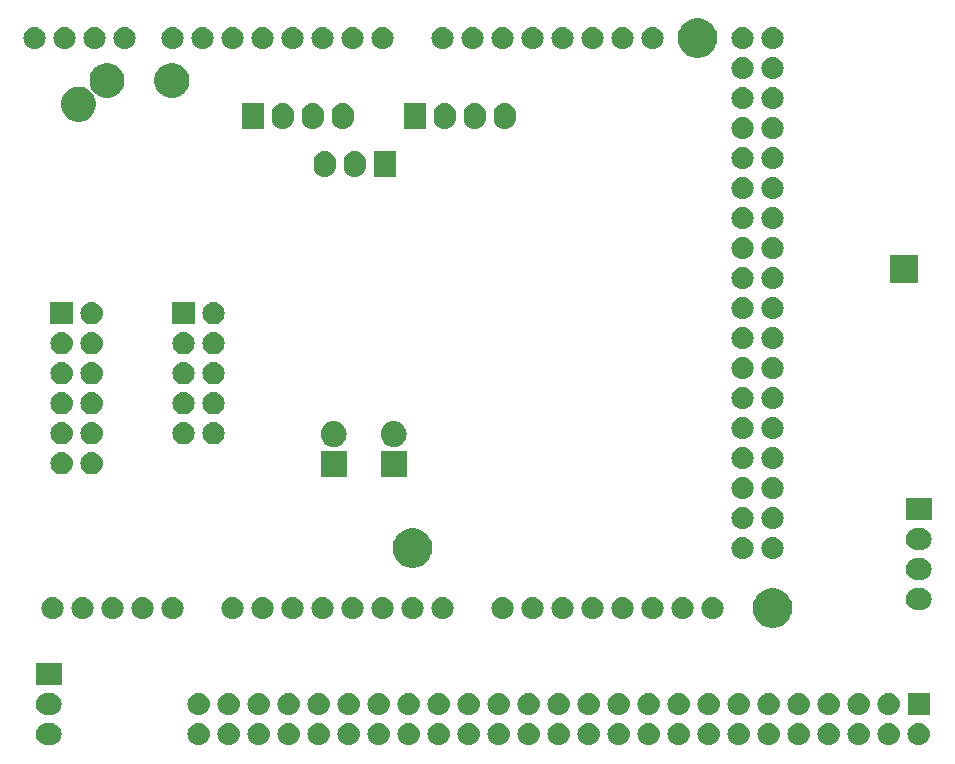
<source format=gbs>
G04 #@! TF.GenerationSoftware,KiCad,Pcbnew,5.0.0-rc2*
G04 #@! TF.CreationDate,2019-01-05T22:06:41-05:00*
G04 #@! TF.ProjectId,ZMHW_Map,5A4D48575F4D61702E6B696361645F70,rev?*
G04 #@! TF.SameCoordinates,Original*
G04 #@! TF.FileFunction,Soldermask,Bot*
G04 #@! TF.FilePolarity,Negative*
%FSLAX46Y46*%
G04 Gerber Fmt 4.6, Leading zero omitted, Abs format (unit mm)*
G04 Created by KiCad (PCBNEW 5.0.0-rc2) date Sat Jan  5 22:06:41 2019*
%MOMM*%
%LPD*%
G01*
G04 APERTURE LIST*
%ADD10C,0.100000*%
G04 APERTURE END LIST*
D10*
G36*
X226244228Y-90513797D02*
X226244230Y-90513798D01*
X226244233Y-90513798D01*
X226421386Y-90567537D01*
X226574111Y-90649170D01*
X226584653Y-90654805D01*
X226727754Y-90772246D01*
X226845195Y-90915347D01*
X226845196Y-90915349D01*
X226932463Y-91078614D01*
X226986202Y-91255767D01*
X226986202Y-91255770D01*
X226986203Y-91255772D01*
X227004348Y-91440000D01*
X226986203Y-91624228D01*
X226986202Y-91624230D01*
X226986202Y-91624233D01*
X226932463Y-91801386D01*
X226850829Y-91954111D01*
X226845195Y-91964653D01*
X226727754Y-92107754D01*
X226584653Y-92225195D01*
X226584651Y-92225196D01*
X226421386Y-92312463D01*
X226244233Y-92366202D01*
X226244230Y-92366202D01*
X226244228Y-92366203D01*
X226106174Y-92379800D01*
X226013826Y-92379800D01*
X225875772Y-92366203D01*
X225875770Y-92366202D01*
X225875767Y-92366202D01*
X225698614Y-92312463D01*
X225535349Y-92225196D01*
X225535347Y-92225195D01*
X225392246Y-92107754D01*
X225274805Y-91964653D01*
X225269171Y-91954111D01*
X225187537Y-91801386D01*
X225133798Y-91624233D01*
X225133798Y-91624230D01*
X225133797Y-91624228D01*
X225115652Y-91440000D01*
X225133797Y-91255772D01*
X225133798Y-91255770D01*
X225133798Y-91255767D01*
X225187537Y-91078614D01*
X225274804Y-90915349D01*
X225274805Y-90915347D01*
X225392246Y-90772246D01*
X225535347Y-90654805D01*
X225545889Y-90649171D01*
X225698614Y-90567537D01*
X225875767Y-90513798D01*
X225875770Y-90513798D01*
X225875772Y-90513797D01*
X226013826Y-90500200D01*
X226106174Y-90500200D01*
X226244228Y-90513797D01*
X226244228Y-90513797D01*
G37*
G36*
X193224228Y-90513797D02*
X193224230Y-90513798D01*
X193224233Y-90513798D01*
X193401386Y-90567537D01*
X193554111Y-90649170D01*
X193564653Y-90654805D01*
X193707754Y-90772246D01*
X193825195Y-90915347D01*
X193825196Y-90915349D01*
X193912463Y-91078614D01*
X193966202Y-91255767D01*
X193966202Y-91255770D01*
X193966203Y-91255772D01*
X193984348Y-91440000D01*
X193966203Y-91624228D01*
X193966202Y-91624230D01*
X193966202Y-91624233D01*
X193912463Y-91801386D01*
X193830829Y-91954111D01*
X193825195Y-91964653D01*
X193707754Y-92107754D01*
X193564653Y-92225195D01*
X193564651Y-92225196D01*
X193401386Y-92312463D01*
X193224233Y-92366202D01*
X193224230Y-92366202D01*
X193224228Y-92366203D01*
X193086174Y-92379800D01*
X192993826Y-92379800D01*
X192855772Y-92366203D01*
X192855770Y-92366202D01*
X192855767Y-92366202D01*
X192678614Y-92312463D01*
X192515349Y-92225196D01*
X192515347Y-92225195D01*
X192372246Y-92107754D01*
X192254805Y-91964653D01*
X192249171Y-91954111D01*
X192167537Y-91801386D01*
X192113798Y-91624233D01*
X192113798Y-91624230D01*
X192113797Y-91624228D01*
X192095652Y-91440000D01*
X192113797Y-91255772D01*
X192113798Y-91255770D01*
X192113798Y-91255767D01*
X192167537Y-91078614D01*
X192254804Y-90915349D01*
X192254805Y-90915347D01*
X192372246Y-90772246D01*
X192515347Y-90654805D01*
X192525889Y-90649171D01*
X192678614Y-90567537D01*
X192855767Y-90513798D01*
X192855770Y-90513798D01*
X192855772Y-90513797D01*
X192993826Y-90500200D01*
X193086174Y-90500200D01*
X193224228Y-90513797D01*
X193224228Y-90513797D01*
G37*
G36*
X152736628Y-90513797D02*
X152736630Y-90513798D01*
X152736633Y-90513798D01*
X152913786Y-90567537D01*
X153066511Y-90649170D01*
X153077053Y-90654805D01*
X153220154Y-90772246D01*
X153337595Y-90915347D01*
X153337596Y-90915349D01*
X153424863Y-91078614D01*
X153478602Y-91255767D01*
X153478602Y-91255770D01*
X153478603Y-91255772D01*
X153496748Y-91440000D01*
X153478603Y-91624228D01*
X153478602Y-91624230D01*
X153478602Y-91624233D01*
X153424863Y-91801386D01*
X153343229Y-91954111D01*
X153337595Y-91964653D01*
X153220154Y-92107754D01*
X153077053Y-92225195D01*
X153077051Y-92225196D01*
X152913786Y-92312463D01*
X152736633Y-92366202D01*
X152736630Y-92366202D01*
X152736628Y-92366203D01*
X152598574Y-92379800D01*
X152201426Y-92379800D01*
X152063372Y-92366203D01*
X152063370Y-92366202D01*
X152063367Y-92366202D01*
X151886214Y-92312463D01*
X151722949Y-92225196D01*
X151722947Y-92225195D01*
X151579846Y-92107754D01*
X151462405Y-91964653D01*
X151456770Y-91954111D01*
X151375137Y-91801386D01*
X151321398Y-91624233D01*
X151321398Y-91624230D01*
X151321397Y-91624228D01*
X151303252Y-91440000D01*
X151321397Y-91255772D01*
X151321398Y-91255770D01*
X151321398Y-91255767D01*
X151375137Y-91078614D01*
X151462404Y-90915349D01*
X151462405Y-90915347D01*
X151579846Y-90772246D01*
X151722947Y-90654805D01*
X151733489Y-90649171D01*
X151886214Y-90567537D01*
X152063367Y-90513798D01*
X152063370Y-90513798D01*
X152063372Y-90513797D01*
X152201426Y-90500200D01*
X152598574Y-90500200D01*
X152736628Y-90513797D01*
X152736628Y-90513797D01*
G37*
G36*
X165284228Y-90513797D02*
X165284230Y-90513798D01*
X165284233Y-90513798D01*
X165461386Y-90567537D01*
X165614111Y-90649170D01*
X165624653Y-90654805D01*
X165767754Y-90772246D01*
X165885195Y-90915347D01*
X165885196Y-90915349D01*
X165972463Y-91078614D01*
X166026202Y-91255767D01*
X166026202Y-91255770D01*
X166026203Y-91255772D01*
X166044348Y-91440000D01*
X166026203Y-91624228D01*
X166026202Y-91624230D01*
X166026202Y-91624233D01*
X165972463Y-91801386D01*
X165890829Y-91954111D01*
X165885195Y-91964653D01*
X165767754Y-92107754D01*
X165624653Y-92225195D01*
X165624651Y-92225196D01*
X165461386Y-92312463D01*
X165284233Y-92366202D01*
X165284230Y-92366202D01*
X165284228Y-92366203D01*
X165146174Y-92379800D01*
X165053826Y-92379800D01*
X164915772Y-92366203D01*
X164915770Y-92366202D01*
X164915767Y-92366202D01*
X164738614Y-92312463D01*
X164575349Y-92225196D01*
X164575347Y-92225195D01*
X164432246Y-92107754D01*
X164314805Y-91964653D01*
X164309170Y-91954111D01*
X164227537Y-91801386D01*
X164173798Y-91624233D01*
X164173798Y-91624230D01*
X164173797Y-91624228D01*
X164155652Y-91440000D01*
X164173797Y-91255772D01*
X164173798Y-91255770D01*
X164173798Y-91255767D01*
X164227537Y-91078614D01*
X164314804Y-90915349D01*
X164314805Y-90915347D01*
X164432246Y-90772246D01*
X164575347Y-90654805D01*
X164585889Y-90649171D01*
X164738614Y-90567537D01*
X164915767Y-90513798D01*
X164915770Y-90513798D01*
X164915772Y-90513797D01*
X165053826Y-90500200D01*
X165146174Y-90500200D01*
X165284228Y-90513797D01*
X165284228Y-90513797D01*
G37*
G36*
X167824228Y-90513797D02*
X167824230Y-90513798D01*
X167824233Y-90513798D01*
X168001386Y-90567537D01*
X168154111Y-90649170D01*
X168164653Y-90654805D01*
X168307754Y-90772246D01*
X168425195Y-90915347D01*
X168425196Y-90915349D01*
X168512463Y-91078614D01*
X168566202Y-91255767D01*
X168566202Y-91255770D01*
X168566203Y-91255772D01*
X168584348Y-91440000D01*
X168566203Y-91624228D01*
X168566202Y-91624230D01*
X168566202Y-91624233D01*
X168512463Y-91801386D01*
X168430829Y-91954111D01*
X168425195Y-91964653D01*
X168307754Y-92107754D01*
X168164653Y-92225195D01*
X168164651Y-92225196D01*
X168001386Y-92312463D01*
X167824233Y-92366202D01*
X167824230Y-92366202D01*
X167824228Y-92366203D01*
X167686174Y-92379800D01*
X167593826Y-92379800D01*
X167455772Y-92366203D01*
X167455770Y-92366202D01*
X167455767Y-92366202D01*
X167278614Y-92312463D01*
X167115349Y-92225196D01*
X167115347Y-92225195D01*
X166972246Y-92107754D01*
X166854805Y-91964653D01*
X166849170Y-91954111D01*
X166767537Y-91801386D01*
X166713798Y-91624233D01*
X166713798Y-91624230D01*
X166713797Y-91624228D01*
X166695652Y-91440000D01*
X166713797Y-91255772D01*
X166713798Y-91255770D01*
X166713798Y-91255767D01*
X166767537Y-91078614D01*
X166854804Y-90915349D01*
X166854805Y-90915347D01*
X166972246Y-90772246D01*
X167115347Y-90654805D01*
X167125889Y-90649171D01*
X167278614Y-90567537D01*
X167455767Y-90513798D01*
X167455770Y-90513798D01*
X167455772Y-90513797D01*
X167593826Y-90500200D01*
X167686174Y-90500200D01*
X167824228Y-90513797D01*
X167824228Y-90513797D01*
G37*
G36*
X170364228Y-90513797D02*
X170364230Y-90513798D01*
X170364233Y-90513798D01*
X170541386Y-90567537D01*
X170694111Y-90649170D01*
X170704653Y-90654805D01*
X170847754Y-90772246D01*
X170965195Y-90915347D01*
X170965196Y-90915349D01*
X171052463Y-91078614D01*
X171106202Y-91255767D01*
X171106202Y-91255770D01*
X171106203Y-91255772D01*
X171124348Y-91440000D01*
X171106203Y-91624228D01*
X171106202Y-91624230D01*
X171106202Y-91624233D01*
X171052463Y-91801386D01*
X170970829Y-91954111D01*
X170965195Y-91964653D01*
X170847754Y-92107754D01*
X170704653Y-92225195D01*
X170704651Y-92225196D01*
X170541386Y-92312463D01*
X170364233Y-92366202D01*
X170364230Y-92366202D01*
X170364228Y-92366203D01*
X170226174Y-92379800D01*
X170133826Y-92379800D01*
X169995772Y-92366203D01*
X169995770Y-92366202D01*
X169995767Y-92366202D01*
X169818614Y-92312463D01*
X169655349Y-92225196D01*
X169655347Y-92225195D01*
X169512246Y-92107754D01*
X169394805Y-91964653D01*
X169389170Y-91954111D01*
X169307537Y-91801386D01*
X169253798Y-91624233D01*
X169253798Y-91624230D01*
X169253797Y-91624228D01*
X169235652Y-91440000D01*
X169253797Y-91255772D01*
X169253798Y-91255770D01*
X169253798Y-91255767D01*
X169307537Y-91078614D01*
X169394804Y-90915349D01*
X169394805Y-90915347D01*
X169512246Y-90772246D01*
X169655347Y-90654805D01*
X169665889Y-90649171D01*
X169818614Y-90567537D01*
X169995767Y-90513798D01*
X169995770Y-90513798D01*
X169995772Y-90513797D01*
X170133826Y-90500200D01*
X170226174Y-90500200D01*
X170364228Y-90513797D01*
X170364228Y-90513797D01*
G37*
G36*
X172904228Y-90513797D02*
X172904230Y-90513798D01*
X172904233Y-90513798D01*
X173081386Y-90567537D01*
X173234111Y-90649170D01*
X173244653Y-90654805D01*
X173387754Y-90772246D01*
X173505195Y-90915347D01*
X173505196Y-90915349D01*
X173592463Y-91078614D01*
X173646202Y-91255767D01*
X173646202Y-91255770D01*
X173646203Y-91255772D01*
X173664348Y-91440000D01*
X173646203Y-91624228D01*
X173646202Y-91624230D01*
X173646202Y-91624233D01*
X173592463Y-91801386D01*
X173510829Y-91954111D01*
X173505195Y-91964653D01*
X173387754Y-92107754D01*
X173244653Y-92225195D01*
X173244651Y-92225196D01*
X173081386Y-92312463D01*
X172904233Y-92366202D01*
X172904230Y-92366202D01*
X172904228Y-92366203D01*
X172766174Y-92379800D01*
X172673826Y-92379800D01*
X172535772Y-92366203D01*
X172535770Y-92366202D01*
X172535767Y-92366202D01*
X172358614Y-92312463D01*
X172195349Y-92225196D01*
X172195347Y-92225195D01*
X172052246Y-92107754D01*
X171934805Y-91964653D01*
X171929170Y-91954111D01*
X171847537Y-91801386D01*
X171793798Y-91624233D01*
X171793798Y-91624230D01*
X171793797Y-91624228D01*
X171775652Y-91440000D01*
X171793797Y-91255772D01*
X171793798Y-91255770D01*
X171793798Y-91255767D01*
X171847537Y-91078614D01*
X171934804Y-90915349D01*
X171934805Y-90915347D01*
X172052246Y-90772246D01*
X172195347Y-90654805D01*
X172205889Y-90649171D01*
X172358614Y-90567537D01*
X172535767Y-90513798D01*
X172535770Y-90513798D01*
X172535772Y-90513797D01*
X172673826Y-90500200D01*
X172766174Y-90500200D01*
X172904228Y-90513797D01*
X172904228Y-90513797D01*
G37*
G36*
X175444228Y-90513797D02*
X175444230Y-90513798D01*
X175444233Y-90513798D01*
X175621386Y-90567537D01*
X175774111Y-90649170D01*
X175784653Y-90654805D01*
X175927754Y-90772246D01*
X176045195Y-90915347D01*
X176045196Y-90915349D01*
X176132463Y-91078614D01*
X176186202Y-91255767D01*
X176186202Y-91255770D01*
X176186203Y-91255772D01*
X176204348Y-91440000D01*
X176186203Y-91624228D01*
X176186202Y-91624230D01*
X176186202Y-91624233D01*
X176132463Y-91801386D01*
X176050829Y-91954111D01*
X176045195Y-91964653D01*
X175927754Y-92107754D01*
X175784653Y-92225195D01*
X175784651Y-92225196D01*
X175621386Y-92312463D01*
X175444233Y-92366202D01*
X175444230Y-92366202D01*
X175444228Y-92366203D01*
X175306174Y-92379800D01*
X175213826Y-92379800D01*
X175075772Y-92366203D01*
X175075770Y-92366202D01*
X175075767Y-92366202D01*
X174898614Y-92312463D01*
X174735349Y-92225196D01*
X174735347Y-92225195D01*
X174592246Y-92107754D01*
X174474805Y-91964653D01*
X174469170Y-91954111D01*
X174387537Y-91801386D01*
X174333798Y-91624233D01*
X174333798Y-91624230D01*
X174333797Y-91624228D01*
X174315652Y-91440000D01*
X174333797Y-91255772D01*
X174333798Y-91255770D01*
X174333798Y-91255767D01*
X174387537Y-91078614D01*
X174474804Y-90915349D01*
X174474805Y-90915347D01*
X174592246Y-90772246D01*
X174735347Y-90654805D01*
X174745889Y-90649171D01*
X174898614Y-90567537D01*
X175075767Y-90513798D01*
X175075770Y-90513798D01*
X175075772Y-90513797D01*
X175213826Y-90500200D01*
X175306174Y-90500200D01*
X175444228Y-90513797D01*
X175444228Y-90513797D01*
G37*
G36*
X177984228Y-90513797D02*
X177984230Y-90513798D01*
X177984233Y-90513798D01*
X178161386Y-90567537D01*
X178314111Y-90649170D01*
X178324653Y-90654805D01*
X178467754Y-90772246D01*
X178585195Y-90915347D01*
X178585196Y-90915349D01*
X178672463Y-91078614D01*
X178726202Y-91255767D01*
X178726202Y-91255770D01*
X178726203Y-91255772D01*
X178744348Y-91440000D01*
X178726203Y-91624228D01*
X178726202Y-91624230D01*
X178726202Y-91624233D01*
X178672463Y-91801386D01*
X178590829Y-91954111D01*
X178585195Y-91964653D01*
X178467754Y-92107754D01*
X178324653Y-92225195D01*
X178324651Y-92225196D01*
X178161386Y-92312463D01*
X177984233Y-92366202D01*
X177984230Y-92366202D01*
X177984228Y-92366203D01*
X177846174Y-92379800D01*
X177753826Y-92379800D01*
X177615772Y-92366203D01*
X177615770Y-92366202D01*
X177615767Y-92366202D01*
X177438614Y-92312463D01*
X177275349Y-92225196D01*
X177275347Y-92225195D01*
X177132246Y-92107754D01*
X177014805Y-91964653D01*
X177009170Y-91954111D01*
X176927537Y-91801386D01*
X176873798Y-91624233D01*
X176873798Y-91624230D01*
X176873797Y-91624228D01*
X176855652Y-91440000D01*
X176873797Y-91255772D01*
X176873798Y-91255770D01*
X176873798Y-91255767D01*
X176927537Y-91078614D01*
X177014804Y-90915349D01*
X177014805Y-90915347D01*
X177132246Y-90772246D01*
X177275347Y-90654805D01*
X177285889Y-90649171D01*
X177438614Y-90567537D01*
X177615767Y-90513798D01*
X177615770Y-90513798D01*
X177615772Y-90513797D01*
X177753826Y-90500200D01*
X177846174Y-90500200D01*
X177984228Y-90513797D01*
X177984228Y-90513797D01*
G37*
G36*
X180524228Y-90513797D02*
X180524230Y-90513798D01*
X180524233Y-90513798D01*
X180701386Y-90567537D01*
X180854111Y-90649170D01*
X180864653Y-90654805D01*
X181007754Y-90772246D01*
X181125195Y-90915347D01*
X181125196Y-90915349D01*
X181212463Y-91078614D01*
X181266202Y-91255767D01*
X181266202Y-91255770D01*
X181266203Y-91255772D01*
X181284348Y-91440000D01*
X181266203Y-91624228D01*
X181266202Y-91624230D01*
X181266202Y-91624233D01*
X181212463Y-91801386D01*
X181130829Y-91954111D01*
X181125195Y-91964653D01*
X181007754Y-92107754D01*
X180864653Y-92225195D01*
X180864651Y-92225196D01*
X180701386Y-92312463D01*
X180524233Y-92366202D01*
X180524230Y-92366202D01*
X180524228Y-92366203D01*
X180386174Y-92379800D01*
X180293826Y-92379800D01*
X180155772Y-92366203D01*
X180155770Y-92366202D01*
X180155767Y-92366202D01*
X179978614Y-92312463D01*
X179815349Y-92225196D01*
X179815347Y-92225195D01*
X179672246Y-92107754D01*
X179554805Y-91964653D01*
X179549170Y-91954111D01*
X179467537Y-91801386D01*
X179413798Y-91624233D01*
X179413798Y-91624230D01*
X179413797Y-91624228D01*
X179395652Y-91440000D01*
X179413797Y-91255772D01*
X179413798Y-91255770D01*
X179413798Y-91255767D01*
X179467537Y-91078614D01*
X179554804Y-90915349D01*
X179554805Y-90915347D01*
X179672246Y-90772246D01*
X179815347Y-90654805D01*
X179825889Y-90649171D01*
X179978614Y-90567537D01*
X180155767Y-90513798D01*
X180155770Y-90513798D01*
X180155772Y-90513797D01*
X180293826Y-90500200D01*
X180386174Y-90500200D01*
X180524228Y-90513797D01*
X180524228Y-90513797D01*
G37*
G36*
X183064228Y-90513797D02*
X183064230Y-90513798D01*
X183064233Y-90513798D01*
X183241386Y-90567537D01*
X183394111Y-90649170D01*
X183404653Y-90654805D01*
X183547754Y-90772246D01*
X183665195Y-90915347D01*
X183665196Y-90915349D01*
X183752463Y-91078614D01*
X183806202Y-91255767D01*
X183806202Y-91255770D01*
X183806203Y-91255772D01*
X183824348Y-91440000D01*
X183806203Y-91624228D01*
X183806202Y-91624230D01*
X183806202Y-91624233D01*
X183752463Y-91801386D01*
X183670829Y-91954111D01*
X183665195Y-91964653D01*
X183547754Y-92107754D01*
X183404653Y-92225195D01*
X183404651Y-92225196D01*
X183241386Y-92312463D01*
X183064233Y-92366202D01*
X183064230Y-92366202D01*
X183064228Y-92366203D01*
X182926174Y-92379800D01*
X182833826Y-92379800D01*
X182695772Y-92366203D01*
X182695770Y-92366202D01*
X182695767Y-92366202D01*
X182518614Y-92312463D01*
X182355349Y-92225196D01*
X182355347Y-92225195D01*
X182212246Y-92107754D01*
X182094805Y-91964653D01*
X182089170Y-91954111D01*
X182007537Y-91801386D01*
X181953798Y-91624233D01*
X181953798Y-91624230D01*
X181953797Y-91624228D01*
X181935652Y-91440000D01*
X181953797Y-91255772D01*
X181953798Y-91255770D01*
X181953798Y-91255767D01*
X182007537Y-91078614D01*
X182094804Y-90915349D01*
X182094805Y-90915347D01*
X182212246Y-90772246D01*
X182355347Y-90654805D01*
X182365889Y-90649171D01*
X182518614Y-90567537D01*
X182695767Y-90513798D01*
X182695770Y-90513798D01*
X182695772Y-90513797D01*
X182833826Y-90500200D01*
X182926174Y-90500200D01*
X183064228Y-90513797D01*
X183064228Y-90513797D01*
G37*
G36*
X185604228Y-90513797D02*
X185604230Y-90513798D01*
X185604233Y-90513798D01*
X185781386Y-90567537D01*
X185934111Y-90649170D01*
X185944653Y-90654805D01*
X186087754Y-90772246D01*
X186205195Y-90915347D01*
X186205196Y-90915349D01*
X186292463Y-91078614D01*
X186346202Y-91255767D01*
X186346202Y-91255770D01*
X186346203Y-91255772D01*
X186364348Y-91440000D01*
X186346203Y-91624228D01*
X186346202Y-91624230D01*
X186346202Y-91624233D01*
X186292463Y-91801386D01*
X186210829Y-91954111D01*
X186205195Y-91964653D01*
X186087754Y-92107754D01*
X185944653Y-92225195D01*
X185944651Y-92225196D01*
X185781386Y-92312463D01*
X185604233Y-92366202D01*
X185604230Y-92366202D01*
X185604228Y-92366203D01*
X185466174Y-92379800D01*
X185373826Y-92379800D01*
X185235772Y-92366203D01*
X185235770Y-92366202D01*
X185235767Y-92366202D01*
X185058614Y-92312463D01*
X184895349Y-92225196D01*
X184895347Y-92225195D01*
X184752246Y-92107754D01*
X184634805Y-91964653D01*
X184629171Y-91954111D01*
X184547537Y-91801386D01*
X184493798Y-91624233D01*
X184493798Y-91624230D01*
X184493797Y-91624228D01*
X184475652Y-91440000D01*
X184493797Y-91255772D01*
X184493798Y-91255770D01*
X184493798Y-91255767D01*
X184547537Y-91078614D01*
X184634804Y-90915349D01*
X184634805Y-90915347D01*
X184752246Y-90772246D01*
X184895347Y-90654805D01*
X184905889Y-90649171D01*
X185058614Y-90567537D01*
X185235767Y-90513798D01*
X185235770Y-90513798D01*
X185235772Y-90513797D01*
X185373826Y-90500200D01*
X185466174Y-90500200D01*
X185604228Y-90513797D01*
X185604228Y-90513797D01*
G37*
G36*
X188144228Y-90513797D02*
X188144230Y-90513798D01*
X188144233Y-90513798D01*
X188321386Y-90567537D01*
X188474111Y-90649170D01*
X188484653Y-90654805D01*
X188627754Y-90772246D01*
X188745195Y-90915347D01*
X188745196Y-90915349D01*
X188832463Y-91078614D01*
X188886202Y-91255767D01*
X188886202Y-91255770D01*
X188886203Y-91255772D01*
X188904348Y-91440000D01*
X188886203Y-91624228D01*
X188886202Y-91624230D01*
X188886202Y-91624233D01*
X188832463Y-91801386D01*
X188750829Y-91954111D01*
X188745195Y-91964653D01*
X188627754Y-92107754D01*
X188484653Y-92225195D01*
X188484651Y-92225196D01*
X188321386Y-92312463D01*
X188144233Y-92366202D01*
X188144230Y-92366202D01*
X188144228Y-92366203D01*
X188006174Y-92379800D01*
X187913826Y-92379800D01*
X187775772Y-92366203D01*
X187775770Y-92366202D01*
X187775767Y-92366202D01*
X187598614Y-92312463D01*
X187435349Y-92225196D01*
X187435347Y-92225195D01*
X187292246Y-92107754D01*
X187174805Y-91964653D01*
X187169171Y-91954111D01*
X187087537Y-91801386D01*
X187033798Y-91624233D01*
X187033798Y-91624230D01*
X187033797Y-91624228D01*
X187015652Y-91440000D01*
X187033797Y-91255772D01*
X187033798Y-91255770D01*
X187033798Y-91255767D01*
X187087537Y-91078614D01*
X187174804Y-90915349D01*
X187174805Y-90915347D01*
X187292246Y-90772246D01*
X187435347Y-90654805D01*
X187445889Y-90649171D01*
X187598614Y-90567537D01*
X187775767Y-90513798D01*
X187775770Y-90513798D01*
X187775772Y-90513797D01*
X187913826Y-90500200D01*
X188006174Y-90500200D01*
X188144228Y-90513797D01*
X188144228Y-90513797D01*
G37*
G36*
X190684228Y-90513797D02*
X190684230Y-90513798D01*
X190684233Y-90513798D01*
X190861386Y-90567537D01*
X191014111Y-90649170D01*
X191024653Y-90654805D01*
X191167754Y-90772246D01*
X191285195Y-90915347D01*
X191285196Y-90915349D01*
X191372463Y-91078614D01*
X191426202Y-91255767D01*
X191426202Y-91255770D01*
X191426203Y-91255772D01*
X191444348Y-91440000D01*
X191426203Y-91624228D01*
X191426202Y-91624230D01*
X191426202Y-91624233D01*
X191372463Y-91801386D01*
X191290829Y-91954111D01*
X191285195Y-91964653D01*
X191167754Y-92107754D01*
X191024653Y-92225195D01*
X191024651Y-92225196D01*
X190861386Y-92312463D01*
X190684233Y-92366202D01*
X190684230Y-92366202D01*
X190684228Y-92366203D01*
X190546174Y-92379800D01*
X190453826Y-92379800D01*
X190315772Y-92366203D01*
X190315770Y-92366202D01*
X190315767Y-92366202D01*
X190138614Y-92312463D01*
X189975349Y-92225196D01*
X189975347Y-92225195D01*
X189832246Y-92107754D01*
X189714805Y-91964653D01*
X189709171Y-91954111D01*
X189627537Y-91801386D01*
X189573798Y-91624233D01*
X189573798Y-91624230D01*
X189573797Y-91624228D01*
X189555652Y-91440000D01*
X189573797Y-91255772D01*
X189573798Y-91255770D01*
X189573798Y-91255767D01*
X189627537Y-91078614D01*
X189714804Y-90915349D01*
X189714805Y-90915347D01*
X189832246Y-90772246D01*
X189975347Y-90654805D01*
X189985889Y-90649171D01*
X190138614Y-90567537D01*
X190315767Y-90513798D01*
X190315770Y-90513798D01*
X190315772Y-90513797D01*
X190453826Y-90500200D01*
X190546174Y-90500200D01*
X190684228Y-90513797D01*
X190684228Y-90513797D01*
G37*
G36*
X198304228Y-90513797D02*
X198304230Y-90513798D01*
X198304233Y-90513798D01*
X198481386Y-90567537D01*
X198634111Y-90649170D01*
X198644653Y-90654805D01*
X198787754Y-90772246D01*
X198905195Y-90915347D01*
X198905196Y-90915349D01*
X198992463Y-91078614D01*
X199046202Y-91255767D01*
X199046202Y-91255770D01*
X199046203Y-91255772D01*
X199064348Y-91440000D01*
X199046203Y-91624228D01*
X199046202Y-91624230D01*
X199046202Y-91624233D01*
X198992463Y-91801386D01*
X198910829Y-91954111D01*
X198905195Y-91964653D01*
X198787754Y-92107754D01*
X198644653Y-92225195D01*
X198644651Y-92225196D01*
X198481386Y-92312463D01*
X198304233Y-92366202D01*
X198304230Y-92366202D01*
X198304228Y-92366203D01*
X198166174Y-92379800D01*
X198073826Y-92379800D01*
X197935772Y-92366203D01*
X197935770Y-92366202D01*
X197935767Y-92366202D01*
X197758614Y-92312463D01*
X197595349Y-92225196D01*
X197595347Y-92225195D01*
X197452246Y-92107754D01*
X197334805Y-91964653D01*
X197329171Y-91954111D01*
X197247537Y-91801386D01*
X197193798Y-91624233D01*
X197193798Y-91624230D01*
X197193797Y-91624228D01*
X197175652Y-91440000D01*
X197193797Y-91255772D01*
X197193798Y-91255770D01*
X197193798Y-91255767D01*
X197247537Y-91078614D01*
X197334804Y-90915349D01*
X197334805Y-90915347D01*
X197452246Y-90772246D01*
X197595347Y-90654805D01*
X197605889Y-90649171D01*
X197758614Y-90567537D01*
X197935767Y-90513798D01*
X197935770Y-90513798D01*
X197935772Y-90513797D01*
X198073826Y-90500200D01*
X198166174Y-90500200D01*
X198304228Y-90513797D01*
X198304228Y-90513797D01*
G37*
G36*
X195764228Y-90513797D02*
X195764230Y-90513798D01*
X195764233Y-90513798D01*
X195941386Y-90567537D01*
X196094111Y-90649170D01*
X196104653Y-90654805D01*
X196247754Y-90772246D01*
X196365195Y-90915347D01*
X196365196Y-90915349D01*
X196452463Y-91078614D01*
X196506202Y-91255767D01*
X196506202Y-91255770D01*
X196506203Y-91255772D01*
X196524348Y-91440000D01*
X196506203Y-91624228D01*
X196506202Y-91624230D01*
X196506202Y-91624233D01*
X196452463Y-91801386D01*
X196370829Y-91954111D01*
X196365195Y-91964653D01*
X196247754Y-92107754D01*
X196104653Y-92225195D01*
X196104651Y-92225196D01*
X195941386Y-92312463D01*
X195764233Y-92366202D01*
X195764230Y-92366202D01*
X195764228Y-92366203D01*
X195626174Y-92379800D01*
X195533826Y-92379800D01*
X195395772Y-92366203D01*
X195395770Y-92366202D01*
X195395767Y-92366202D01*
X195218614Y-92312463D01*
X195055349Y-92225196D01*
X195055347Y-92225195D01*
X194912246Y-92107754D01*
X194794805Y-91964653D01*
X194789171Y-91954111D01*
X194707537Y-91801386D01*
X194653798Y-91624233D01*
X194653798Y-91624230D01*
X194653797Y-91624228D01*
X194635652Y-91440000D01*
X194653797Y-91255772D01*
X194653798Y-91255770D01*
X194653798Y-91255767D01*
X194707537Y-91078614D01*
X194794804Y-90915349D01*
X194794805Y-90915347D01*
X194912246Y-90772246D01*
X195055347Y-90654805D01*
X195065889Y-90649171D01*
X195218614Y-90567537D01*
X195395767Y-90513798D01*
X195395770Y-90513798D01*
X195395772Y-90513797D01*
X195533826Y-90500200D01*
X195626174Y-90500200D01*
X195764228Y-90513797D01*
X195764228Y-90513797D01*
G37*
G36*
X223704228Y-90513797D02*
X223704230Y-90513798D01*
X223704233Y-90513798D01*
X223881386Y-90567537D01*
X224034111Y-90649170D01*
X224044653Y-90654805D01*
X224187754Y-90772246D01*
X224305195Y-90915347D01*
X224305196Y-90915349D01*
X224392463Y-91078614D01*
X224446202Y-91255767D01*
X224446202Y-91255770D01*
X224446203Y-91255772D01*
X224464348Y-91440000D01*
X224446203Y-91624228D01*
X224446202Y-91624230D01*
X224446202Y-91624233D01*
X224392463Y-91801386D01*
X224310829Y-91954111D01*
X224305195Y-91964653D01*
X224187754Y-92107754D01*
X224044653Y-92225195D01*
X224044651Y-92225196D01*
X223881386Y-92312463D01*
X223704233Y-92366202D01*
X223704230Y-92366202D01*
X223704228Y-92366203D01*
X223566174Y-92379800D01*
X223473826Y-92379800D01*
X223335772Y-92366203D01*
X223335770Y-92366202D01*
X223335767Y-92366202D01*
X223158614Y-92312463D01*
X222995349Y-92225196D01*
X222995347Y-92225195D01*
X222852246Y-92107754D01*
X222734805Y-91964653D01*
X222729171Y-91954111D01*
X222647537Y-91801386D01*
X222593798Y-91624233D01*
X222593798Y-91624230D01*
X222593797Y-91624228D01*
X222575652Y-91440000D01*
X222593797Y-91255772D01*
X222593798Y-91255770D01*
X222593798Y-91255767D01*
X222647537Y-91078614D01*
X222734804Y-90915349D01*
X222734805Y-90915347D01*
X222852246Y-90772246D01*
X222995347Y-90654805D01*
X223005889Y-90649171D01*
X223158614Y-90567537D01*
X223335767Y-90513798D01*
X223335770Y-90513798D01*
X223335772Y-90513797D01*
X223473826Y-90500200D01*
X223566174Y-90500200D01*
X223704228Y-90513797D01*
X223704228Y-90513797D01*
G37*
G36*
X221164228Y-90513797D02*
X221164230Y-90513798D01*
X221164233Y-90513798D01*
X221341386Y-90567537D01*
X221494111Y-90649170D01*
X221504653Y-90654805D01*
X221647754Y-90772246D01*
X221765195Y-90915347D01*
X221765196Y-90915349D01*
X221852463Y-91078614D01*
X221906202Y-91255767D01*
X221906202Y-91255770D01*
X221906203Y-91255772D01*
X221924348Y-91440000D01*
X221906203Y-91624228D01*
X221906202Y-91624230D01*
X221906202Y-91624233D01*
X221852463Y-91801386D01*
X221770829Y-91954111D01*
X221765195Y-91964653D01*
X221647754Y-92107754D01*
X221504653Y-92225195D01*
X221504651Y-92225196D01*
X221341386Y-92312463D01*
X221164233Y-92366202D01*
X221164230Y-92366202D01*
X221164228Y-92366203D01*
X221026174Y-92379800D01*
X220933826Y-92379800D01*
X220795772Y-92366203D01*
X220795770Y-92366202D01*
X220795767Y-92366202D01*
X220618614Y-92312463D01*
X220455349Y-92225196D01*
X220455347Y-92225195D01*
X220312246Y-92107754D01*
X220194805Y-91964653D01*
X220189171Y-91954111D01*
X220107537Y-91801386D01*
X220053798Y-91624233D01*
X220053798Y-91624230D01*
X220053797Y-91624228D01*
X220035652Y-91440000D01*
X220053797Y-91255772D01*
X220053798Y-91255770D01*
X220053798Y-91255767D01*
X220107537Y-91078614D01*
X220194804Y-90915349D01*
X220194805Y-90915347D01*
X220312246Y-90772246D01*
X220455347Y-90654805D01*
X220465889Y-90649171D01*
X220618614Y-90567537D01*
X220795767Y-90513798D01*
X220795770Y-90513798D01*
X220795772Y-90513797D01*
X220933826Y-90500200D01*
X221026174Y-90500200D01*
X221164228Y-90513797D01*
X221164228Y-90513797D01*
G37*
G36*
X218624228Y-90513797D02*
X218624230Y-90513798D01*
X218624233Y-90513798D01*
X218801386Y-90567537D01*
X218954111Y-90649170D01*
X218964653Y-90654805D01*
X219107754Y-90772246D01*
X219225195Y-90915347D01*
X219225196Y-90915349D01*
X219312463Y-91078614D01*
X219366202Y-91255767D01*
X219366202Y-91255770D01*
X219366203Y-91255772D01*
X219384348Y-91440000D01*
X219366203Y-91624228D01*
X219366202Y-91624230D01*
X219366202Y-91624233D01*
X219312463Y-91801386D01*
X219230829Y-91954111D01*
X219225195Y-91964653D01*
X219107754Y-92107754D01*
X218964653Y-92225195D01*
X218964651Y-92225196D01*
X218801386Y-92312463D01*
X218624233Y-92366202D01*
X218624230Y-92366202D01*
X218624228Y-92366203D01*
X218486174Y-92379800D01*
X218393826Y-92379800D01*
X218255772Y-92366203D01*
X218255770Y-92366202D01*
X218255767Y-92366202D01*
X218078614Y-92312463D01*
X217915349Y-92225196D01*
X217915347Y-92225195D01*
X217772246Y-92107754D01*
X217654805Y-91964653D01*
X217649171Y-91954111D01*
X217567537Y-91801386D01*
X217513798Y-91624233D01*
X217513798Y-91624230D01*
X217513797Y-91624228D01*
X217495652Y-91440000D01*
X217513797Y-91255772D01*
X217513798Y-91255770D01*
X217513798Y-91255767D01*
X217567537Y-91078614D01*
X217654804Y-90915349D01*
X217654805Y-90915347D01*
X217772246Y-90772246D01*
X217915347Y-90654805D01*
X217925889Y-90649171D01*
X218078614Y-90567537D01*
X218255767Y-90513798D01*
X218255770Y-90513798D01*
X218255772Y-90513797D01*
X218393826Y-90500200D01*
X218486174Y-90500200D01*
X218624228Y-90513797D01*
X218624228Y-90513797D01*
G37*
G36*
X216084228Y-90513797D02*
X216084230Y-90513798D01*
X216084233Y-90513798D01*
X216261386Y-90567537D01*
X216414111Y-90649170D01*
X216424653Y-90654805D01*
X216567754Y-90772246D01*
X216685195Y-90915347D01*
X216685196Y-90915349D01*
X216772463Y-91078614D01*
X216826202Y-91255767D01*
X216826202Y-91255770D01*
X216826203Y-91255772D01*
X216844348Y-91440000D01*
X216826203Y-91624228D01*
X216826202Y-91624230D01*
X216826202Y-91624233D01*
X216772463Y-91801386D01*
X216690829Y-91954111D01*
X216685195Y-91964653D01*
X216567754Y-92107754D01*
X216424653Y-92225195D01*
X216424651Y-92225196D01*
X216261386Y-92312463D01*
X216084233Y-92366202D01*
X216084230Y-92366202D01*
X216084228Y-92366203D01*
X215946174Y-92379800D01*
X215853826Y-92379800D01*
X215715772Y-92366203D01*
X215715770Y-92366202D01*
X215715767Y-92366202D01*
X215538614Y-92312463D01*
X215375349Y-92225196D01*
X215375347Y-92225195D01*
X215232246Y-92107754D01*
X215114805Y-91964653D01*
X215109171Y-91954111D01*
X215027537Y-91801386D01*
X214973798Y-91624233D01*
X214973798Y-91624230D01*
X214973797Y-91624228D01*
X214955652Y-91440000D01*
X214973797Y-91255772D01*
X214973798Y-91255770D01*
X214973798Y-91255767D01*
X215027537Y-91078614D01*
X215114804Y-90915349D01*
X215114805Y-90915347D01*
X215232246Y-90772246D01*
X215375347Y-90654805D01*
X215385889Y-90649171D01*
X215538614Y-90567537D01*
X215715767Y-90513798D01*
X215715770Y-90513798D01*
X215715772Y-90513797D01*
X215853826Y-90500200D01*
X215946174Y-90500200D01*
X216084228Y-90513797D01*
X216084228Y-90513797D01*
G37*
G36*
X213544228Y-90513797D02*
X213544230Y-90513798D01*
X213544233Y-90513798D01*
X213721386Y-90567537D01*
X213874111Y-90649170D01*
X213884653Y-90654805D01*
X214027754Y-90772246D01*
X214145195Y-90915347D01*
X214145196Y-90915349D01*
X214232463Y-91078614D01*
X214286202Y-91255767D01*
X214286202Y-91255770D01*
X214286203Y-91255772D01*
X214304348Y-91440000D01*
X214286203Y-91624228D01*
X214286202Y-91624230D01*
X214286202Y-91624233D01*
X214232463Y-91801386D01*
X214150829Y-91954111D01*
X214145195Y-91964653D01*
X214027754Y-92107754D01*
X213884653Y-92225195D01*
X213884651Y-92225196D01*
X213721386Y-92312463D01*
X213544233Y-92366202D01*
X213544230Y-92366202D01*
X213544228Y-92366203D01*
X213406174Y-92379800D01*
X213313826Y-92379800D01*
X213175772Y-92366203D01*
X213175770Y-92366202D01*
X213175767Y-92366202D01*
X212998614Y-92312463D01*
X212835349Y-92225196D01*
X212835347Y-92225195D01*
X212692246Y-92107754D01*
X212574805Y-91964653D01*
X212569171Y-91954111D01*
X212487537Y-91801386D01*
X212433798Y-91624233D01*
X212433798Y-91624230D01*
X212433797Y-91624228D01*
X212415652Y-91440000D01*
X212433797Y-91255772D01*
X212433798Y-91255770D01*
X212433798Y-91255767D01*
X212487537Y-91078614D01*
X212574804Y-90915349D01*
X212574805Y-90915347D01*
X212692246Y-90772246D01*
X212835347Y-90654805D01*
X212845889Y-90649171D01*
X212998614Y-90567537D01*
X213175767Y-90513798D01*
X213175770Y-90513798D01*
X213175772Y-90513797D01*
X213313826Y-90500200D01*
X213406174Y-90500200D01*
X213544228Y-90513797D01*
X213544228Y-90513797D01*
G37*
G36*
X208464228Y-90513797D02*
X208464230Y-90513798D01*
X208464233Y-90513798D01*
X208641386Y-90567537D01*
X208794111Y-90649170D01*
X208804653Y-90654805D01*
X208947754Y-90772246D01*
X209065195Y-90915347D01*
X209065196Y-90915349D01*
X209152463Y-91078614D01*
X209206202Y-91255767D01*
X209206202Y-91255770D01*
X209206203Y-91255772D01*
X209224348Y-91440000D01*
X209206203Y-91624228D01*
X209206202Y-91624230D01*
X209206202Y-91624233D01*
X209152463Y-91801386D01*
X209070829Y-91954111D01*
X209065195Y-91964653D01*
X208947754Y-92107754D01*
X208804653Y-92225195D01*
X208804651Y-92225196D01*
X208641386Y-92312463D01*
X208464233Y-92366202D01*
X208464230Y-92366202D01*
X208464228Y-92366203D01*
X208326174Y-92379800D01*
X208233826Y-92379800D01*
X208095772Y-92366203D01*
X208095770Y-92366202D01*
X208095767Y-92366202D01*
X207918614Y-92312463D01*
X207755349Y-92225196D01*
X207755347Y-92225195D01*
X207612246Y-92107754D01*
X207494805Y-91964653D01*
X207489171Y-91954111D01*
X207407537Y-91801386D01*
X207353798Y-91624233D01*
X207353798Y-91624230D01*
X207353797Y-91624228D01*
X207335652Y-91440000D01*
X207353797Y-91255772D01*
X207353798Y-91255770D01*
X207353798Y-91255767D01*
X207407537Y-91078614D01*
X207494804Y-90915349D01*
X207494805Y-90915347D01*
X207612246Y-90772246D01*
X207755347Y-90654805D01*
X207765889Y-90649171D01*
X207918614Y-90567537D01*
X208095767Y-90513798D01*
X208095770Y-90513798D01*
X208095772Y-90513797D01*
X208233826Y-90500200D01*
X208326174Y-90500200D01*
X208464228Y-90513797D01*
X208464228Y-90513797D01*
G37*
G36*
X205924228Y-90513797D02*
X205924230Y-90513798D01*
X205924233Y-90513798D01*
X206101386Y-90567537D01*
X206254111Y-90649170D01*
X206264653Y-90654805D01*
X206407754Y-90772246D01*
X206525195Y-90915347D01*
X206525196Y-90915349D01*
X206612463Y-91078614D01*
X206666202Y-91255767D01*
X206666202Y-91255770D01*
X206666203Y-91255772D01*
X206684348Y-91440000D01*
X206666203Y-91624228D01*
X206666202Y-91624230D01*
X206666202Y-91624233D01*
X206612463Y-91801386D01*
X206530829Y-91954111D01*
X206525195Y-91964653D01*
X206407754Y-92107754D01*
X206264653Y-92225195D01*
X206264651Y-92225196D01*
X206101386Y-92312463D01*
X205924233Y-92366202D01*
X205924230Y-92366202D01*
X205924228Y-92366203D01*
X205786174Y-92379800D01*
X205693826Y-92379800D01*
X205555772Y-92366203D01*
X205555770Y-92366202D01*
X205555767Y-92366202D01*
X205378614Y-92312463D01*
X205215349Y-92225196D01*
X205215347Y-92225195D01*
X205072246Y-92107754D01*
X204954805Y-91964653D01*
X204949171Y-91954111D01*
X204867537Y-91801386D01*
X204813798Y-91624233D01*
X204813798Y-91624230D01*
X204813797Y-91624228D01*
X204795652Y-91440000D01*
X204813797Y-91255772D01*
X204813798Y-91255770D01*
X204813798Y-91255767D01*
X204867537Y-91078614D01*
X204954804Y-90915349D01*
X204954805Y-90915347D01*
X205072246Y-90772246D01*
X205215347Y-90654805D01*
X205225889Y-90649171D01*
X205378614Y-90567537D01*
X205555767Y-90513798D01*
X205555770Y-90513798D01*
X205555772Y-90513797D01*
X205693826Y-90500200D01*
X205786174Y-90500200D01*
X205924228Y-90513797D01*
X205924228Y-90513797D01*
G37*
G36*
X203384228Y-90513797D02*
X203384230Y-90513798D01*
X203384233Y-90513798D01*
X203561386Y-90567537D01*
X203714111Y-90649170D01*
X203724653Y-90654805D01*
X203867754Y-90772246D01*
X203985195Y-90915347D01*
X203985196Y-90915349D01*
X204072463Y-91078614D01*
X204126202Y-91255767D01*
X204126202Y-91255770D01*
X204126203Y-91255772D01*
X204144348Y-91440000D01*
X204126203Y-91624228D01*
X204126202Y-91624230D01*
X204126202Y-91624233D01*
X204072463Y-91801386D01*
X203990829Y-91954111D01*
X203985195Y-91964653D01*
X203867754Y-92107754D01*
X203724653Y-92225195D01*
X203724651Y-92225196D01*
X203561386Y-92312463D01*
X203384233Y-92366202D01*
X203384230Y-92366202D01*
X203384228Y-92366203D01*
X203246174Y-92379800D01*
X203153826Y-92379800D01*
X203015772Y-92366203D01*
X203015770Y-92366202D01*
X203015767Y-92366202D01*
X202838614Y-92312463D01*
X202675349Y-92225196D01*
X202675347Y-92225195D01*
X202532246Y-92107754D01*
X202414805Y-91964653D01*
X202409171Y-91954111D01*
X202327537Y-91801386D01*
X202273798Y-91624233D01*
X202273798Y-91624230D01*
X202273797Y-91624228D01*
X202255652Y-91440000D01*
X202273797Y-91255772D01*
X202273798Y-91255770D01*
X202273798Y-91255767D01*
X202327537Y-91078614D01*
X202414804Y-90915349D01*
X202414805Y-90915347D01*
X202532246Y-90772246D01*
X202675347Y-90654805D01*
X202685889Y-90649171D01*
X202838614Y-90567537D01*
X203015767Y-90513798D01*
X203015770Y-90513798D01*
X203015772Y-90513797D01*
X203153826Y-90500200D01*
X203246174Y-90500200D01*
X203384228Y-90513797D01*
X203384228Y-90513797D01*
G37*
G36*
X200844228Y-90513797D02*
X200844230Y-90513798D01*
X200844233Y-90513798D01*
X201021386Y-90567537D01*
X201174111Y-90649170D01*
X201184653Y-90654805D01*
X201327754Y-90772246D01*
X201445195Y-90915347D01*
X201445196Y-90915349D01*
X201532463Y-91078614D01*
X201586202Y-91255767D01*
X201586202Y-91255770D01*
X201586203Y-91255772D01*
X201604348Y-91440000D01*
X201586203Y-91624228D01*
X201586202Y-91624230D01*
X201586202Y-91624233D01*
X201532463Y-91801386D01*
X201450829Y-91954111D01*
X201445195Y-91964653D01*
X201327754Y-92107754D01*
X201184653Y-92225195D01*
X201184651Y-92225196D01*
X201021386Y-92312463D01*
X200844233Y-92366202D01*
X200844230Y-92366202D01*
X200844228Y-92366203D01*
X200706174Y-92379800D01*
X200613826Y-92379800D01*
X200475772Y-92366203D01*
X200475770Y-92366202D01*
X200475767Y-92366202D01*
X200298614Y-92312463D01*
X200135349Y-92225196D01*
X200135347Y-92225195D01*
X199992246Y-92107754D01*
X199874805Y-91964653D01*
X199869171Y-91954111D01*
X199787537Y-91801386D01*
X199733798Y-91624233D01*
X199733798Y-91624230D01*
X199733797Y-91624228D01*
X199715652Y-91440000D01*
X199733797Y-91255772D01*
X199733798Y-91255770D01*
X199733798Y-91255767D01*
X199787537Y-91078614D01*
X199874804Y-90915349D01*
X199874805Y-90915347D01*
X199992246Y-90772246D01*
X200135347Y-90654805D01*
X200145889Y-90649171D01*
X200298614Y-90567537D01*
X200475767Y-90513798D01*
X200475770Y-90513798D01*
X200475772Y-90513797D01*
X200613826Y-90500200D01*
X200706174Y-90500200D01*
X200844228Y-90513797D01*
X200844228Y-90513797D01*
G37*
G36*
X211004228Y-90513797D02*
X211004230Y-90513798D01*
X211004233Y-90513798D01*
X211181386Y-90567537D01*
X211334111Y-90649170D01*
X211344653Y-90654805D01*
X211487754Y-90772246D01*
X211605195Y-90915347D01*
X211605196Y-90915349D01*
X211692463Y-91078614D01*
X211746202Y-91255767D01*
X211746202Y-91255770D01*
X211746203Y-91255772D01*
X211764348Y-91440000D01*
X211746203Y-91624228D01*
X211746202Y-91624230D01*
X211746202Y-91624233D01*
X211692463Y-91801386D01*
X211610829Y-91954111D01*
X211605195Y-91964653D01*
X211487754Y-92107754D01*
X211344653Y-92225195D01*
X211344651Y-92225196D01*
X211181386Y-92312463D01*
X211004233Y-92366202D01*
X211004230Y-92366202D01*
X211004228Y-92366203D01*
X210866174Y-92379800D01*
X210773826Y-92379800D01*
X210635772Y-92366203D01*
X210635770Y-92366202D01*
X210635767Y-92366202D01*
X210458614Y-92312463D01*
X210295349Y-92225196D01*
X210295347Y-92225195D01*
X210152246Y-92107754D01*
X210034805Y-91964653D01*
X210029171Y-91954111D01*
X209947537Y-91801386D01*
X209893798Y-91624233D01*
X209893798Y-91624230D01*
X209893797Y-91624228D01*
X209875652Y-91440000D01*
X209893797Y-91255772D01*
X209893798Y-91255770D01*
X209893798Y-91255767D01*
X209947537Y-91078614D01*
X210034804Y-90915349D01*
X210034805Y-90915347D01*
X210152246Y-90772246D01*
X210295347Y-90654805D01*
X210305889Y-90649171D01*
X210458614Y-90567537D01*
X210635767Y-90513798D01*
X210635770Y-90513798D01*
X210635772Y-90513797D01*
X210773826Y-90500200D01*
X210866174Y-90500200D01*
X211004228Y-90513797D01*
X211004228Y-90513797D01*
G37*
G36*
X170364228Y-87973797D02*
X170364230Y-87973798D01*
X170364233Y-87973798D01*
X170541386Y-88027537D01*
X170694111Y-88109170D01*
X170704653Y-88114805D01*
X170847754Y-88232246D01*
X170965195Y-88375347D01*
X170965196Y-88375349D01*
X171052463Y-88538614D01*
X171106202Y-88715767D01*
X171106202Y-88715770D01*
X171106203Y-88715772D01*
X171124348Y-88900000D01*
X171106203Y-89084228D01*
X171106202Y-89084230D01*
X171106202Y-89084233D01*
X171052463Y-89261386D01*
X170970829Y-89414111D01*
X170965195Y-89424653D01*
X170847754Y-89567754D01*
X170704653Y-89685195D01*
X170704651Y-89685196D01*
X170541386Y-89772463D01*
X170364233Y-89826202D01*
X170364230Y-89826202D01*
X170364228Y-89826203D01*
X170226174Y-89839800D01*
X170133826Y-89839800D01*
X169995772Y-89826203D01*
X169995770Y-89826202D01*
X169995767Y-89826202D01*
X169818614Y-89772463D01*
X169655349Y-89685196D01*
X169655347Y-89685195D01*
X169512246Y-89567754D01*
X169394805Y-89424653D01*
X169389171Y-89414111D01*
X169307537Y-89261386D01*
X169253798Y-89084233D01*
X169253798Y-89084230D01*
X169253797Y-89084228D01*
X169235652Y-88900000D01*
X169253797Y-88715772D01*
X169253798Y-88715770D01*
X169253798Y-88715767D01*
X169307537Y-88538614D01*
X169394804Y-88375349D01*
X169394805Y-88375347D01*
X169512246Y-88232246D01*
X169655347Y-88114805D01*
X169665889Y-88109170D01*
X169818614Y-88027537D01*
X169995767Y-87973798D01*
X169995770Y-87973798D01*
X169995772Y-87973797D01*
X170133826Y-87960200D01*
X170226174Y-87960200D01*
X170364228Y-87973797D01*
X170364228Y-87973797D01*
G37*
G36*
X172904228Y-87973797D02*
X172904230Y-87973798D01*
X172904233Y-87973798D01*
X173081386Y-88027537D01*
X173234111Y-88109170D01*
X173244653Y-88114805D01*
X173387754Y-88232246D01*
X173505195Y-88375347D01*
X173505196Y-88375349D01*
X173592463Y-88538614D01*
X173646202Y-88715767D01*
X173646202Y-88715770D01*
X173646203Y-88715772D01*
X173664348Y-88900000D01*
X173646203Y-89084228D01*
X173646202Y-89084230D01*
X173646202Y-89084233D01*
X173592463Y-89261386D01*
X173510829Y-89414111D01*
X173505195Y-89424653D01*
X173387754Y-89567754D01*
X173244653Y-89685195D01*
X173244651Y-89685196D01*
X173081386Y-89772463D01*
X172904233Y-89826202D01*
X172904230Y-89826202D01*
X172904228Y-89826203D01*
X172766174Y-89839800D01*
X172673826Y-89839800D01*
X172535772Y-89826203D01*
X172535770Y-89826202D01*
X172535767Y-89826202D01*
X172358614Y-89772463D01*
X172195349Y-89685196D01*
X172195347Y-89685195D01*
X172052246Y-89567754D01*
X171934805Y-89424653D01*
X171929171Y-89414111D01*
X171847537Y-89261386D01*
X171793798Y-89084233D01*
X171793798Y-89084230D01*
X171793797Y-89084228D01*
X171775652Y-88900000D01*
X171793797Y-88715772D01*
X171793798Y-88715770D01*
X171793798Y-88715767D01*
X171847537Y-88538614D01*
X171934804Y-88375349D01*
X171934805Y-88375347D01*
X172052246Y-88232246D01*
X172195347Y-88114805D01*
X172205889Y-88109170D01*
X172358614Y-88027537D01*
X172535767Y-87973798D01*
X172535770Y-87973798D01*
X172535772Y-87973797D01*
X172673826Y-87960200D01*
X172766174Y-87960200D01*
X172904228Y-87973797D01*
X172904228Y-87973797D01*
G37*
G36*
X175444228Y-87973797D02*
X175444230Y-87973798D01*
X175444233Y-87973798D01*
X175621386Y-88027537D01*
X175774111Y-88109170D01*
X175784653Y-88114805D01*
X175927754Y-88232246D01*
X176045195Y-88375347D01*
X176045196Y-88375349D01*
X176132463Y-88538614D01*
X176186202Y-88715767D01*
X176186202Y-88715770D01*
X176186203Y-88715772D01*
X176204348Y-88900000D01*
X176186203Y-89084228D01*
X176186202Y-89084230D01*
X176186202Y-89084233D01*
X176132463Y-89261386D01*
X176050829Y-89414111D01*
X176045195Y-89424653D01*
X175927754Y-89567754D01*
X175784653Y-89685195D01*
X175784651Y-89685196D01*
X175621386Y-89772463D01*
X175444233Y-89826202D01*
X175444230Y-89826202D01*
X175444228Y-89826203D01*
X175306174Y-89839800D01*
X175213826Y-89839800D01*
X175075772Y-89826203D01*
X175075770Y-89826202D01*
X175075767Y-89826202D01*
X174898614Y-89772463D01*
X174735349Y-89685196D01*
X174735347Y-89685195D01*
X174592246Y-89567754D01*
X174474805Y-89424653D01*
X174469171Y-89414111D01*
X174387537Y-89261386D01*
X174333798Y-89084233D01*
X174333798Y-89084230D01*
X174333797Y-89084228D01*
X174315652Y-88900000D01*
X174333797Y-88715772D01*
X174333798Y-88715770D01*
X174333798Y-88715767D01*
X174387537Y-88538614D01*
X174474804Y-88375349D01*
X174474805Y-88375347D01*
X174592246Y-88232246D01*
X174735347Y-88114805D01*
X174745889Y-88109170D01*
X174898614Y-88027537D01*
X175075767Y-87973798D01*
X175075770Y-87973798D01*
X175075772Y-87973797D01*
X175213826Y-87960200D01*
X175306174Y-87960200D01*
X175444228Y-87973797D01*
X175444228Y-87973797D01*
G37*
G36*
X177984228Y-87973797D02*
X177984230Y-87973798D01*
X177984233Y-87973798D01*
X178161386Y-88027537D01*
X178314111Y-88109170D01*
X178324653Y-88114805D01*
X178467754Y-88232246D01*
X178585195Y-88375347D01*
X178585196Y-88375349D01*
X178672463Y-88538614D01*
X178726202Y-88715767D01*
X178726202Y-88715770D01*
X178726203Y-88715772D01*
X178744348Y-88900000D01*
X178726203Y-89084228D01*
X178726202Y-89084230D01*
X178726202Y-89084233D01*
X178672463Y-89261386D01*
X178590829Y-89414111D01*
X178585195Y-89424653D01*
X178467754Y-89567754D01*
X178324653Y-89685195D01*
X178324651Y-89685196D01*
X178161386Y-89772463D01*
X177984233Y-89826202D01*
X177984230Y-89826202D01*
X177984228Y-89826203D01*
X177846174Y-89839800D01*
X177753826Y-89839800D01*
X177615772Y-89826203D01*
X177615770Y-89826202D01*
X177615767Y-89826202D01*
X177438614Y-89772463D01*
X177275349Y-89685196D01*
X177275347Y-89685195D01*
X177132246Y-89567754D01*
X177014805Y-89424653D01*
X177009171Y-89414111D01*
X176927537Y-89261386D01*
X176873798Y-89084233D01*
X176873798Y-89084230D01*
X176873797Y-89084228D01*
X176855652Y-88900000D01*
X176873797Y-88715772D01*
X176873798Y-88715770D01*
X176873798Y-88715767D01*
X176927537Y-88538614D01*
X177014804Y-88375349D01*
X177014805Y-88375347D01*
X177132246Y-88232246D01*
X177275347Y-88114805D01*
X177285889Y-88109170D01*
X177438614Y-88027537D01*
X177615767Y-87973798D01*
X177615770Y-87973798D01*
X177615772Y-87973797D01*
X177753826Y-87960200D01*
X177846174Y-87960200D01*
X177984228Y-87973797D01*
X177984228Y-87973797D01*
G37*
G36*
X180524228Y-87973797D02*
X180524230Y-87973798D01*
X180524233Y-87973798D01*
X180701386Y-88027537D01*
X180854111Y-88109170D01*
X180864653Y-88114805D01*
X181007754Y-88232246D01*
X181125195Y-88375347D01*
X181125196Y-88375349D01*
X181212463Y-88538614D01*
X181266202Y-88715767D01*
X181266202Y-88715770D01*
X181266203Y-88715772D01*
X181284348Y-88900000D01*
X181266203Y-89084228D01*
X181266202Y-89084230D01*
X181266202Y-89084233D01*
X181212463Y-89261386D01*
X181130829Y-89414111D01*
X181125195Y-89424653D01*
X181007754Y-89567754D01*
X180864653Y-89685195D01*
X180864651Y-89685196D01*
X180701386Y-89772463D01*
X180524233Y-89826202D01*
X180524230Y-89826202D01*
X180524228Y-89826203D01*
X180386174Y-89839800D01*
X180293826Y-89839800D01*
X180155772Y-89826203D01*
X180155770Y-89826202D01*
X180155767Y-89826202D01*
X179978614Y-89772463D01*
X179815349Y-89685196D01*
X179815347Y-89685195D01*
X179672246Y-89567754D01*
X179554805Y-89424653D01*
X179549171Y-89414111D01*
X179467537Y-89261386D01*
X179413798Y-89084233D01*
X179413798Y-89084230D01*
X179413797Y-89084228D01*
X179395652Y-88900000D01*
X179413797Y-88715772D01*
X179413798Y-88715770D01*
X179413798Y-88715767D01*
X179467537Y-88538614D01*
X179554804Y-88375349D01*
X179554805Y-88375347D01*
X179672246Y-88232246D01*
X179815347Y-88114805D01*
X179825889Y-88109170D01*
X179978614Y-88027537D01*
X180155767Y-87973798D01*
X180155770Y-87973798D01*
X180155772Y-87973797D01*
X180293826Y-87960200D01*
X180386174Y-87960200D01*
X180524228Y-87973797D01*
X180524228Y-87973797D01*
G37*
G36*
X203384228Y-87973797D02*
X203384230Y-87973798D01*
X203384233Y-87973798D01*
X203561386Y-88027537D01*
X203714111Y-88109170D01*
X203724653Y-88114805D01*
X203867754Y-88232246D01*
X203985195Y-88375347D01*
X203985196Y-88375349D01*
X204072463Y-88538614D01*
X204126202Y-88715767D01*
X204126202Y-88715770D01*
X204126203Y-88715772D01*
X204144348Y-88900000D01*
X204126203Y-89084228D01*
X204126202Y-89084230D01*
X204126202Y-89084233D01*
X204072463Y-89261386D01*
X203990829Y-89414111D01*
X203985195Y-89424653D01*
X203867754Y-89567754D01*
X203724653Y-89685195D01*
X203724651Y-89685196D01*
X203561386Y-89772463D01*
X203384233Y-89826202D01*
X203384230Y-89826202D01*
X203384228Y-89826203D01*
X203246174Y-89839800D01*
X203153826Y-89839800D01*
X203015772Y-89826203D01*
X203015770Y-89826202D01*
X203015767Y-89826202D01*
X202838614Y-89772463D01*
X202675349Y-89685196D01*
X202675347Y-89685195D01*
X202532246Y-89567754D01*
X202414805Y-89424653D01*
X202409171Y-89414111D01*
X202327537Y-89261386D01*
X202273798Y-89084233D01*
X202273798Y-89084230D01*
X202273797Y-89084228D01*
X202255652Y-88900000D01*
X202273797Y-88715772D01*
X202273798Y-88715770D01*
X202273798Y-88715767D01*
X202327537Y-88538614D01*
X202414804Y-88375349D01*
X202414805Y-88375347D01*
X202532246Y-88232246D01*
X202675347Y-88114805D01*
X202685889Y-88109170D01*
X202838614Y-88027537D01*
X203015767Y-87973798D01*
X203015770Y-87973798D01*
X203015772Y-87973797D01*
X203153826Y-87960200D01*
X203246174Y-87960200D01*
X203384228Y-87973797D01*
X203384228Y-87973797D01*
G37*
G36*
X185604228Y-87973797D02*
X185604230Y-87973798D01*
X185604233Y-87973798D01*
X185781386Y-88027537D01*
X185934111Y-88109170D01*
X185944653Y-88114805D01*
X186087754Y-88232246D01*
X186205195Y-88375347D01*
X186205196Y-88375349D01*
X186292463Y-88538614D01*
X186346202Y-88715767D01*
X186346202Y-88715770D01*
X186346203Y-88715772D01*
X186364348Y-88900000D01*
X186346203Y-89084228D01*
X186346202Y-89084230D01*
X186346202Y-89084233D01*
X186292463Y-89261386D01*
X186210829Y-89414111D01*
X186205195Y-89424653D01*
X186087754Y-89567754D01*
X185944653Y-89685195D01*
X185944651Y-89685196D01*
X185781386Y-89772463D01*
X185604233Y-89826202D01*
X185604230Y-89826202D01*
X185604228Y-89826203D01*
X185466174Y-89839800D01*
X185373826Y-89839800D01*
X185235772Y-89826203D01*
X185235770Y-89826202D01*
X185235767Y-89826202D01*
X185058614Y-89772463D01*
X184895349Y-89685196D01*
X184895347Y-89685195D01*
X184752246Y-89567754D01*
X184634805Y-89424653D01*
X184629171Y-89414111D01*
X184547537Y-89261386D01*
X184493798Y-89084233D01*
X184493798Y-89084230D01*
X184493797Y-89084228D01*
X184475652Y-88900000D01*
X184493797Y-88715772D01*
X184493798Y-88715770D01*
X184493798Y-88715767D01*
X184547537Y-88538614D01*
X184634804Y-88375349D01*
X184634805Y-88375347D01*
X184752246Y-88232246D01*
X184895347Y-88114805D01*
X184905889Y-88109170D01*
X185058614Y-88027537D01*
X185235767Y-87973798D01*
X185235770Y-87973798D01*
X185235772Y-87973797D01*
X185373826Y-87960200D01*
X185466174Y-87960200D01*
X185604228Y-87973797D01*
X185604228Y-87973797D01*
G37*
G36*
X188144228Y-87973797D02*
X188144230Y-87973798D01*
X188144233Y-87973798D01*
X188321386Y-88027537D01*
X188474111Y-88109170D01*
X188484653Y-88114805D01*
X188627754Y-88232246D01*
X188745195Y-88375347D01*
X188745196Y-88375349D01*
X188832463Y-88538614D01*
X188886202Y-88715767D01*
X188886202Y-88715770D01*
X188886203Y-88715772D01*
X188904348Y-88900000D01*
X188886203Y-89084228D01*
X188886202Y-89084230D01*
X188886202Y-89084233D01*
X188832463Y-89261386D01*
X188750829Y-89414111D01*
X188745195Y-89424653D01*
X188627754Y-89567754D01*
X188484653Y-89685195D01*
X188484651Y-89685196D01*
X188321386Y-89772463D01*
X188144233Y-89826202D01*
X188144230Y-89826202D01*
X188144228Y-89826203D01*
X188006174Y-89839800D01*
X187913826Y-89839800D01*
X187775772Y-89826203D01*
X187775770Y-89826202D01*
X187775767Y-89826202D01*
X187598614Y-89772463D01*
X187435349Y-89685196D01*
X187435347Y-89685195D01*
X187292246Y-89567754D01*
X187174805Y-89424653D01*
X187169171Y-89414111D01*
X187087537Y-89261386D01*
X187033798Y-89084233D01*
X187033798Y-89084230D01*
X187033797Y-89084228D01*
X187015652Y-88900000D01*
X187033797Y-88715772D01*
X187033798Y-88715770D01*
X187033798Y-88715767D01*
X187087537Y-88538614D01*
X187174804Y-88375349D01*
X187174805Y-88375347D01*
X187292246Y-88232246D01*
X187435347Y-88114805D01*
X187445889Y-88109170D01*
X187598614Y-88027537D01*
X187775767Y-87973798D01*
X187775770Y-87973798D01*
X187775772Y-87973797D01*
X187913826Y-87960200D01*
X188006174Y-87960200D01*
X188144228Y-87973797D01*
X188144228Y-87973797D01*
G37*
G36*
X190684228Y-87973797D02*
X190684230Y-87973798D01*
X190684233Y-87973798D01*
X190861386Y-88027537D01*
X191014111Y-88109170D01*
X191024653Y-88114805D01*
X191167754Y-88232246D01*
X191285195Y-88375347D01*
X191285196Y-88375349D01*
X191372463Y-88538614D01*
X191426202Y-88715767D01*
X191426202Y-88715770D01*
X191426203Y-88715772D01*
X191444348Y-88900000D01*
X191426203Y-89084228D01*
X191426202Y-89084230D01*
X191426202Y-89084233D01*
X191372463Y-89261386D01*
X191290829Y-89414111D01*
X191285195Y-89424653D01*
X191167754Y-89567754D01*
X191024653Y-89685195D01*
X191024651Y-89685196D01*
X190861386Y-89772463D01*
X190684233Y-89826202D01*
X190684230Y-89826202D01*
X190684228Y-89826203D01*
X190546174Y-89839800D01*
X190453826Y-89839800D01*
X190315772Y-89826203D01*
X190315770Y-89826202D01*
X190315767Y-89826202D01*
X190138614Y-89772463D01*
X189975349Y-89685196D01*
X189975347Y-89685195D01*
X189832246Y-89567754D01*
X189714805Y-89424653D01*
X189709171Y-89414111D01*
X189627537Y-89261386D01*
X189573798Y-89084233D01*
X189573798Y-89084230D01*
X189573797Y-89084228D01*
X189555652Y-88900000D01*
X189573797Y-88715772D01*
X189573798Y-88715770D01*
X189573798Y-88715767D01*
X189627537Y-88538614D01*
X189714804Y-88375349D01*
X189714805Y-88375347D01*
X189832246Y-88232246D01*
X189975347Y-88114805D01*
X189985889Y-88109170D01*
X190138614Y-88027537D01*
X190315767Y-87973798D01*
X190315770Y-87973798D01*
X190315772Y-87973797D01*
X190453826Y-87960200D01*
X190546174Y-87960200D01*
X190684228Y-87973797D01*
X190684228Y-87973797D01*
G37*
G36*
X193224228Y-87973797D02*
X193224230Y-87973798D01*
X193224233Y-87973798D01*
X193401386Y-88027537D01*
X193554111Y-88109170D01*
X193564653Y-88114805D01*
X193707754Y-88232246D01*
X193825195Y-88375347D01*
X193825196Y-88375349D01*
X193912463Y-88538614D01*
X193966202Y-88715767D01*
X193966202Y-88715770D01*
X193966203Y-88715772D01*
X193984348Y-88900000D01*
X193966203Y-89084228D01*
X193966202Y-89084230D01*
X193966202Y-89084233D01*
X193912463Y-89261386D01*
X193830829Y-89414111D01*
X193825195Y-89424653D01*
X193707754Y-89567754D01*
X193564653Y-89685195D01*
X193564651Y-89685196D01*
X193401386Y-89772463D01*
X193224233Y-89826202D01*
X193224230Y-89826202D01*
X193224228Y-89826203D01*
X193086174Y-89839800D01*
X192993826Y-89839800D01*
X192855772Y-89826203D01*
X192855770Y-89826202D01*
X192855767Y-89826202D01*
X192678614Y-89772463D01*
X192515349Y-89685196D01*
X192515347Y-89685195D01*
X192372246Y-89567754D01*
X192254805Y-89424653D01*
X192249171Y-89414111D01*
X192167537Y-89261386D01*
X192113798Y-89084233D01*
X192113798Y-89084230D01*
X192113797Y-89084228D01*
X192095652Y-88900000D01*
X192113797Y-88715772D01*
X192113798Y-88715770D01*
X192113798Y-88715767D01*
X192167537Y-88538614D01*
X192254804Y-88375349D01*
X192254805Y-88375347D01*
X192372246Y-88232246D01*
X192515347Y-88114805D01*
X192525889Y-88109170D01*
X192678614Y-88027537D01*
X192855767Y-87973798D01*
X192855770Y-87973798D01*
X192855772Y-87973797D01*
X192993826Y-87960200D01*
X193086174Y-87960200D01*
X193224228Y-87973797D01*
X193224228Y-87973797D01*
G37*
G36*
X195764228Y-87973797D02*
X195764230Y-87973798D01*
X195764233Y-87973798D01*
X195941386Y-88027537D01*
X196094111Y-88109170D01*
X196104653Y-88114805D01*
X196247754Y-88232246D01*
X196365195Y-88375347D01*
X196365196Y-88375349D01*
X196452463Y-88538614D01*
X196506202Y-88715767D01*
X196506202Y-88715770D01*
X196506203Y-88715772D01*
X196524348Y-88900000D01*
X196506203Y-89084228D01*
X196506202Y-89084230D01*
X196506202Y-89084233D01*
X196452463Y-89261386D01*
X196370829Y-89414111D01*
X196365195Y-89424653D01*
X196247754Y-89567754D01*
X196104653Y-89685195D01*
X196104651Y-89685196D01*
X195941386Y-89772463D01*
X195764233Y-89826202D01*
X195764230Y-89826202D01*
X195764228Y-89826203D01*
X195626174Y-89839800D01*
X195533826Y-89839800D01*
X195395772Y-89826203D01*
X195395770Y-89826202D01*
X195395767Y-89826202D01*
X195218614Y-89772463D01*
X195055349Y-89685196D01*
X195055347Y-89685195D01*
X194912246Y-89567754D01*
X194794805Y-89424653D01*
X194789171Y-89414111D01*
X194707537Y-89261386D01*
X194653798Y-89084233D01*
X194653798Y-89084230D01*
X194653797Y-89084228D01*
X194635652Y-88900000D01*
X194653797Y-88715772D01*
X194653798Y-88715770D01*
X194653798Y-88715767D01*
X194707537Y-88538614D01*
X194794804Y-88375349D01*
X194794805Y-88375347D01*
X194912246Y-88232246D01*
X195055347Y-88114805D01*
X195065889Y-88109170D01*
X195218614Y-88027537D01*
X195395767Y-87973798D01*
X195395770Y-87973798D01*
X195395772Y-87973797D01*
X195533826Y-87960200D01*
X195626174Y-87960200D01*
X195764228Y-87973797D01*
X195764228Y-87973797D01*
G37*
G36*
X198304228Y-87973797D02*
X198304230Y-87973798D01*
X198304233Y-87973798D01*
X198481386Y-88027537D01*
X198634111Y-88109170D01*
X198644653Y-88114805D01*
X198787754Y-88232246D01*
X198905195Y-88375347D01*
X198905196Y-88375349D01*
X198992463Y-88538614D01*
X199046202Y-88715767D01*
X199046202Y-88715770D01*
X199046203Y-88715772D01*
X199064348Y-88900000D01*
X199046203Y-89084228D01*
X199046202Y-89084230D01*
X199046202Y-89084233D01*
X198992463Y-89261386D01*
X198910829Y-89414111D01*
X198905195Y-89424653D01*
X198787754Y-89567754D01*
X198644653Y-89685195D01*
X198644651Y-89685196D01*
X198481386Y-89772463D01*
X198304233Y-89826202D01*
X198304230Y-89826202D01*
X198304228Y-89826203D01*
X198166174Y-89839800D01*
X198073826Y-89839800D01*
X197935772Y-89826203D01*
X197935770Y-89826202D01*
X197935767Y-89826202D01*
X197758614Y-89772463D01*
X197595349Y-89685196D01*
X197595347Y-89685195D01*
X197452246Y-89567754D01*
X197334805Y-89424653D01*
X197329171Y-89414111D01*
X197247537Y-89261386D01*
X197193798Y-89084233D01*
X197193798Y-89084230D01*
X197193797Y-89084228D01*
X197175652Y-88900000D01*
X197193797Y-88715772D01*
X197193798Y-88715770D01*
X197193798Y-88715767D01*
X197247537Y-88538614D01*
X197334804Y-88375349D01*
X197334805Y-88375347D01*
X197452246Y-88232246D01*
X197595347Y-88114805D01*
X197605889Y-88109170D01*
X197758614Y-88027537D01*
X197935767Y-87973798D01*
X197935770Y-87973798D01*
X197935772Y-87973797D01*
X198073826Y-87960200D01*
X198166174Y-87960200D01*
X198304228Y-87973797D01*
X198304228Y-87973797D01*
G37*
G36*
X200844228Y-87973797D02*
X200844230Y-87973798D01*
X200844233Y-87973798D01*
X201021386Y-88027537D01*
X201174111Y-88109170D01*
X201184653Y-88114805D01*
X201327754Y-88232246D01*
X201445195Y-88375347D01*
X201445196Y-88375349D01*
X201532463Y-88538614D01*
X201586202Y-88715767D01*
X201586202Y-88715770D01*
X201586203Y-88715772D01*
X201604348Y-88900000D01*
X201586203Y-89084228D01*
X201586202Y-89084230D01*
X201586202Y-89084233D01*
X201532463Y-89261386D01*
X201450829Y-89414111D01*
X201445195Y-89424653D01*
X201327754Y-89567754D01*
X201184653Y-89685195D01*
X201184651Y-89685196D01*
X201021386Y-89772463D01*
X200844233Y-89826202D01*
X200844230Y-89826202D01*
X200844228Y-89826203D01*
X200706174Y-89839800D01*
X200613826Y-89839800D01*
X200475772Y-89826203D01*
X200475770Y-89826202D01*
X200475767Y-89826202D01*
X200298614Y-89772463D01*
X200135349Y-89685196D01*
X200135347Y-89685195D01*
X199992246Y-89567754D01*
X199874805Y-89424653D01*
X199869171Y-89414111D01*
X199787537Y-89261386D01*
X199733798Y-89084233D01*
X199733798Y-89084230D01*
X199733797Y-89084228D01*
X199715652Y-88900000D01*
X199733797Y-88715772D01*
X199733798Y-88715770D01*
X199733798Y-88715767D01*
X199787537Y-88538614D01*
X199874804Y-88375349D01*
X199874805Y-88375347D01*
X199992246Y-88232246D01*
X200135347Y-88114805D01*
X200145889Y-88109170D01*
X200298614Y-88027537D01*
X200475767Y-87973798D01*
X200475770Y-87973798D01*
X200475772Y-87973797D01*
X200613826Y-87960200D01*
X200706174Y-87960200D01*
X200844228Y-87973797D01*
X200844228Y-87973797D01*
G37*
G36*
X165284228Y-87973797D02*
X165284230Y-87973798D01*
X165284233Y-87973798D01*
X165461386Y-88027537D01*
X165614111Y-88109170D01*
X165624653Y-88114805D01*
X165767754Y-88232246D01*
X165885195Y-88375347D01*
X165885196Y-88375349D01*
X165972463Y-88538614D01*
X166026202Y-88715767D01*
X166026202Y-88715770D01*
X166026203Y-88715772D01*
X166044348Y-88900000D01*
X166026203Y-89084228D01*
X166026202Y-89084230D01*
X166026202Y-89084233D01*
X165972463Y-89261386D01*
X165890829Y-89414111D01*
X165885195Y-89424653D01*
X165767754Y-89567754D01*
X165624653Y-89685195D01*
X165624651Y-89685196D01*
X165461386Y-89772463D01*
X165284233Y-89826202D01*
X165284230Y-89826202D01*
X165284228Y-89826203D01*
X165146174Y-89839800D01*
X165053826Y-89839800D01*
X164915772Y-89826203D01*
X164915770Y-89826202D01*
X164915767Y-89826202D01*
X164738614Y-89772463D01*
X164575349Y-89685196D01*
X164575347Y-89685195D01*
X164432246Y-89567754D01*
X164314805Y-89424653D01*
X164309171Y-89414111D01*
X164227537Y-89261386D01*
X164173798Y-89084233D01*
X164173798Y-89084230D01*
X164173797Y-89084228D01*
X164155652Y-88900000D01*
X164173797Y-88715772D01*
X164173798Y-88715770D01*
X164173798Y-88715767D01*
X164227537Y-88538614D01*
X164314804Y-88375349D01*
X164314805Y-88375347D01*
X164432246Y-88232246D01*
X164575347Y-88114805D01*
X164585889Y-88109170D01*
X164738614Y-88027537D01*
X164915767Y-87973798D01*
X164915770Y-87973798D01*
X164915772Y-87973797D01*
X165053826Y-87960200D01*
X165146174Y-87960200D01*
X165284228Y-87973797D01*
X165284228Y-87973797D01*
G37*
G36*
X167824228Y-87973797D02*
X167824230Y-87973798D01*
X167824233Y-87973798D01*
X168001386Y-88027537D01*
X168154111Y-88109170D01*
X168164653Y-88114805D01*
X168307754Y-88232246D01*
X168425195Y-88375347D01*
X168425196Y-88375349D01*
X168512463Y-88538614D01*
X168566202Y-88715767D01*
X168566202Y-88715770D01*
X168566203Y-88715772D01*
X168584348Y-88900000D01*
X168566203Y-89084228D01*
X168566202Y-89084230D01*
X168566202Y-89084233D01*
X168512463Y-89261386D01*
X168430829Y-89414111D01*
X168425195Y-89424653D01*
X168307754Y-89567754D01*
X168164653Y-89685195D01*
X168164651Y-89685196D01*
X168001386Y-89772463D01*
X167824233Y-89826202D01*
X167824230Y-89826202D01*
X167824228Y-89826203D01*
X167686174Y-89839800D01*
X167593826Y-89839800D01*
X167455772Y-89826203D01*
X167455770Y-89826202D01*
X167455767Y-89826202D01*
X167278614Y-89772463D01*
X167115349Y-89685196D01*
X167115347Y-89685195D01*
X166972246Y-89567754D01*
X166854805Y-89424653D01*
X166849171Y-89414111D01*
X166767537Y-89261386D01*
X166713798Y-89084233D01*
X166713798Y-89084230D01*
X166713797Y-89084228D01*
X166695652Y-88900000D01*
X166713797Y-88715772D01*
X166713798Y-88715770D01*
X166713798Y-88715767D01*
X166767537Y-88538614D01*
X166854804Y-88375349D01*
X166854805Y-88375347D01*
X166972246Y-88232246D01*
X167115347Y-88114805D01*
X167125889Y-88109170D01*
X167278614Y-88027537D01*
X167455767Y-87973798D01*
X167455770Y-87973798D01*
X167455772Y-87973797D01*
X167593826Y-87960200D01*
X167686174Y-87960200D01*
X167824228Y-87973797D01*
X167824228Y-87973797D01*
G37*
G36*
X211004228Y-87973797D02*
X211004230Y-87973798D01*
X211004233Y-87973798D01*
X211181386Y-88027537D01*
X211334111Y-88109170D01*
X211344653Y-88114805D01*
X211487754Y-88232246D01*
X211605195Y-88375347D01*
X211605196Y-88375349D01*
X211692463Y-88538614D01*
X211746202Y-88715767D01*
X211746202Y-88715770D01*
X211746203Y-88715772D01*
X211764348Y-88900000D01*
X211746203Y-89084228D01*
X211746202Y-89084230D01*
X211746202Y-89084233D01*
X211692463Y-89261386D01*
X211610829Y-89414111D01*
X211605195Y-89424653D01*
X211487754Y-89567754D01*
X211344653Y-89685195D01*
X211344651Y-89685196D01*
X211181386Y-89772463D01*
X211004233Y-89826202D01*
X211004230Y-89826202D01*
X211004228Y-89826203D01*
X210866174Y-89839800D01*
X210773826Y-89839800D01*
X210635772Y-89826203D01*
X210635770Y-89826202D01*
X210635767Y-89826202D01*
X210458614Y-89772463D01*
X210295349Y-89685196D01*
X210295347Y-89685195D01*
X210152246Y-89567754D01*
X210034805Y-89424653D01*
X210029171Y-89414111D01*
X209947537Y-89261386D01*
X209893798Y-89084233D01*
X209893798Y-89084230D01*
X209893797Y-89084228D01*
X209875652Y-88900000D01*
X209893797Y-88715772D01*
X209893798Y-88715770D01*
X209893798Y-88715767D01*
X209947537Y-88538614D01*
X210034804Y-88375349D01*
X210034805Y-88375347D01*
X210152246Y-88232246D01*
X210295347Y-88114805D01*
X210305889Y-88109170D01*
X210458614Y-88027537D01*
X210635767Y-87973798D01*
X210635770Y-87973798D01*
X210635772Y-87973797D01*
X210773826Y-87960200D01*
X210866174Y-87960200D01*
X211004228Y-87973797D01*
X211004228Y-87973797D01*
G37*
G36*
X226999800Y-89839800D02*
X225120200Y-89839800D01*
X225120200Y-87960200D01*
X226999800Y-87960200D01*
X226999800Y-89839800D01*
X226999800Y-89839800D01*
G37*
G36*
X205924228Y-87973797D02*
X205924230Y-87973798D01*
X205924233Y-87973798D01*
X206101386Y-88027537D01*
X206254111Y-88109170D01*
X206264653Y-88114805D01*
X206407754Y-88232246D01*
X206525195Y-88375347D01*
X206525196Y-88375349D01*
X206612463Y-88538614D01*
X206666202Y-88715767D01*
X206666202Y-88715770D01*
X206666203Y-88715772D01*
X206684348Y-88900000D01*
X206666203Y-89084228D01*
X206666202Y-89084230D01*
X206666202Y-89084233D01*
X206612463Y-89261386D01*
X206530829Y-89414111D01*
X206525195Y-89424653D01*
X206407754Y-89567754D01*
X206264653Y-89685195D01*
X206264651Y-89685196D01*
X206101386Y-89772463D01*
X205924233Y-89826202D01*
X205924230Y-89826202D01*
X205924228Y-89826203D01*
X205786174Y-89839800D01*
X205693826Y-89839800D01*
X205555772Y-89826203D01*
X205555770Y-89826202D01*
X205555767Y-89826202D01*
X205378614Y-89772463D01*
X205215349Y-89685196D01*
X205215347Y-89685195D01*
X205072246Y-89567754D01*
X204954805Y-89424653D01*
X204949171Y-89414111D01*
X204867537Y-89261386D01*
X204813798Y-89084233D01*
X204813798Y-89084230D01*
X204813797Y-89084228D01*
X204795652Y-88900000D01*
X204813797Y-88715772D01*
X204813798Y-88715770D01*
X204813798Y-88715767D01*
X204867537Y-88538614D01*
X204954804Y-88375349D01*
X204954805Y-88375347D01*
X205072246Y-88232246D01*
X205215347Y-88114805D01*
X205225889Y-88109170D01*
X205378614Y-88027537D01*
X205555767Y-87973798D01*
X205555770Y-87973798D01*
X205555772Y-87973797D01*
X205693826Y-87960200D01*
X205786174Y-87960200D01*
X205924228Y-87973797D01*
X205924228Y-87973797D01*
G37*
G36*
X221164228Y-87973797D02*
X221164230Y-87973798D01*
X221164233Y-87973798D01*
X221341386Y-88027537D01*
X221494111Y-88109170D01*
X221504653Y-88114805D01*
X221647754Y-88232246D01*
X221765195Y-88375347D01*
X221765196Y-88375349D01*
X221852463Y-88538614D01*
X221906202Y-88715767D01*
X221906202Y-88715770D01*
X221906203Y-88715772D01*
X221924348Y-88900000D01*
X221906203Y-89084228D01*
X221906202Y-89084230D01*
X221906202Y-89084233D01*
X221852463Y-89261386D01*
X221770829Y-89414111D01*
X221765195Y-89424653D01*
X221647754Y-89567754D01*
X221504653Y-89685195D01*
X221504651Y-89685196D01*
X221341386Y-89772463D01*
X221164233Y-89826202D01*
X221164230Y-89826202D01*
X221164228Y-89826203D01*
X221026174Y-89839800D01*
X220933826Y-89839800D01*
X220795772Y-89826203D01*
X220795770Y-89826202D01*
X220795767Y-89826202D01*
X220618614Y-89772463D01*
X220455349Y-89685196D01*
X220455347Y-89685195D01*
X220312246Y-89567754D01*
X220194805Y-89424653D01*
X220189171Y-89414111D01*
X220107537Y-89261386D01*
X220053798Y-89084233D01*
X220053798Y-89084230D01*
X220053797Y-89084228D01*
X220035652Y-88900000D01*
X220053797Y-88715772D01*
X220053798Y-88715770D01*
X220053798Y-88715767D01*
X220107537Y-88538614D01*
X220194804Y-88375349D01*
X220194805Y-88375347D01*
X220312246Y-88232246D01*
X220455347Y-88114805D01*
X220465889Y-88109170D01*
X220618614Y-88027537D01*
X220795767Y-87973798D01*
X220795770Y-87973798D01*
X220795772Y-87973797D01*
X220933826Y-87960200D01*
X221026174Y-87960200D01*
X221164228Y-87973797D01*
X221164228Y-87973797D01*
G37*
G36*
X208464228Y-87973797D02*
X208464230Y-87973798D01*
X208464233Y-87973798D01*
X208641386Y-88027537D01*
X208794111Y-88109170D01*
X208804653Y-88114805D01*
X208947754Y-88232246D01*
X209065195Y-88375347D01*
X209065196Y-88375349D01*
X209152463Y-88538614D01*
X209206202Y-88715767D01*
X209206202Y-88715770D01*
X209206203Y-88715772D01*
X209224348Y-88900000D01*
X209206203Y-89084228D01*
X209206202Y-89084230D01*
X209206202Y-89084233D01*
X209152463Y-89261386D01*
X209070829Y-89414111D01*
X209065195Y-89424653D01*
X208947754Y-89567754D01*
X208804653Y-89685195D01*
X208804651Y-89685196D01*
X208641386Y-89772463D01*
X208464233Y-89826202D01*
X208464230Y-89826202D01*
X208464228Y-89826203D01*
X208326174Y-89839800D01*
X208233826Y-89839800D01*
X208095772Y-89826203D01*
X208095770Y-89826202D01*
X208095767Y-89826202D01*
X207918614Y-89772463D01*
X207755349Y-89685196D01*
X207755347Y-89685195D01*
X207612246Y-89567754D01*
X207494805Y-89424653D01*
X207489171Y-89414111D01*
X207407537Y-89261386D01*
X207353798Y-89084233D01*
X207353798Y-89084230D01*
X207353797Y-89084228D01*
X207335652Y-88900000D01*
X207353797Y-88715772D01*
X207353798Y-88715770D01*
X207353798Y-88715767D01*
X207407537Y-88538614D01*
X207494804Y-88375349D01*
X207494805Y-88375347D01*
X207612246Y-88232246D01*
X207755347Y-88114805D01*
X207765889Y-88109170D01*
X207918614Y-88027537D01*
X208095767Y-87973798D01*
X208095770Y-87973798D01*
X208095772Y-87973797D01*
X208233826Y-87960200D01*
X208326174Y-87960200D01*
X208464228Y-87973797D01*
X208464228Y-87973797D01*
G37*
G36*
X213544228Y-87973797D02*
X213544230Y-87973798D01*
X213544233Y-87973798D01*
X213721386Y-88027537D01*
X213874111Y-88109170D01*
X213884653Y-88114805D01*
X214027754Y-88232246D01*
X214145195Y-88375347D01*
X214145196Y-88375349D01*
X214232463Y-88538614D01*
X214286202Y-88715767D01*
X214286202Y-88715770D01*
X214286203Y-88715772D01*
X214304348Y-88900000D01*
X214286203Y-89084228D01*
X214286202Y-89084230D01*
X214286202Y-89084233D01*
X214232463Y-89261386D01*
X214150829Y-89414111D01*
X214145195Y-89424653D01*
X214027754Y-89567754D01*
X213884653Y-89685195D01*
X213884651Y-89685196D01*
X213721386Y-89772463D01*
X213544233Y-89826202D01*
X213544230Y-89826202D01*
X213544228Y-89826203D01*
X213406174Y-89839800D01*
X213313826Y-89839800D01*
X213175772Y-89826203D01*
X213175770Y-89826202D01*
X213175767Y-89826202D01*
X212998614Y-89772463D01*
X212835349Y-89685196D01*
X212835347Y-89685195D01*
X212692246Y-89567754D01*
X212574805Y-89424653D01*
X212569171Y-89414111D01*
X212487537Y-89261386D01*
X212433798Y-89084233D01*
X212433798Y-89084230D01*
X212433797Y-89084228D01*
X212415652Y-88900000D01*
X212433797Y-88715772D01*
X212433798Y-88715770D01*
X212433798Y-88715767D01*
X212487537Y-88538614D01*
X212574804Y-88375349D01*
X212574805Y-88375347D01*
X212692246Y-88232246D01*
X212835347Y-88114805D01*
X212845889Y-88109170D01*
X212998614Y-88027537D01*
X213175767Y-87973798D01*
X213175770Y-87973798D01*
X213175772Y-87973797D01*
X213313826Y-87960200D01*
X213406174Y-87960200D01*
X213544228Y-87973797D01*
X213544228Y-87973797D01*
G37*
G36*
X216084228Y-87973797D02*
X216084230Y-87973798D01*
X216084233Y-87973798D01*
X216261386Y-88027537D01*
X216414111Y-88109170D01*
X216424653Y-88114805D01*
X216567754Y-88232246D01*
X216685195Y-88375347D01*
X216685196Y-88375349D01*
X216772463Y-88538614D01*
X216826202Y-88715767D01*
X216826202Y-88715770D01*
X216826203Y-88715772D01*
X216844348Y-88900000D01*
X216826203Y-89084228D01*
X216826202Y-89084230D01*
X216826202Y-89084233D01*
X216772463Y-89261386D01*
X216690829Y-89414111D01*
X216685195Y-89424653D01*
X216567754Y-89567754D01*
X216424653Y-89685195D01*
X216424651Y-89685196D01*
X216261386Y-89772463D01*
X216084233Y-89826202D01*
X216084230Y-89826202D01*
X216084228Y-89826203D01*
X215946174Y-89839800D01*
X215853826Y-89839800D01*
X215715772Y-89826203D01*
X215715770Y-89826202D01*
X215715767Y-89826202D01*
X215538614Y-89772463D01*
X215375349Y-89685196D01*
X215375347Y-89685195D01*
X215232246Y-89567754D01*
X215114805Y-89424653D01*
X215109171Y-89414111D01*
X215027537Y-89261386D01*
X214973798Y-89084233D01*
X214973798Y-89084230D01*
X214973797Y-89084228D01*
X214955652Y-88900000D01*
X214973797Y-88715772D01*
X214973798Y-88715770D01*
X214973798Y-88715767D01*
X215027537Y-88538614D01*
X215114804Y-88375349D01*
X215114805Y-88375347D01*
X215232246Y-88232246D01*
X215375347Y-88114805D01*
X215385889Y-88109170D01*
X215538614Y-88027537D01*
X215715767Y-87973798D01*
X215715770Y-87973798D01*
X215715772Y-87973797D01*
X215853826Y-87960200D01*
X215946174Y-87960200D01*
X216084228Y-87973797D01*
X216084228Y-87973797D01*
G37*
G36*
X218624228Y-87973797D02*
X218624230Y-87973798D01*
X218624233Y-87973798D01*
X218801386Y-88027537D01*
X218954111Y-88109170D01*
X218964653Y-88114805D01*
X219107754Y-88232246D01*
X219225195Y-88375347D01*
X219225196Y-88375349D01*
X219312463Y-88538614D01*
X219366202Y-88715767D01*
X219366202Y-88715770D01*
X219366203Y-88715772D01*
X219384348Y-88900000D01*
X219366203Y-89084228D01*
X219366202Y-89084230D01*
X219366202Y-89084233D01*
X219312463Y-89261386D01*
X219230829Y-89414111D01*
X219225195Y-89424653D01*
X219107754Y-89567754D01*
X218964653Y-89685195D01*
X218964651Y-89685196D01*
X218801386Y-89772463D01*
X218624233Y-89826202D01*
X218624230Y-89826202D01*
X218624228Y-89826203D01*
X218486174Y-89839800D01*
X218393826Y-89839800D01*
X218255772Y-89826203D01*
X218255770Y-89826202D01*
X218255767Y-89826202D01*
X218078614Y-89772463D01*
X217915349Y-89685196D01*
X217915347Y-89685195D01*
X217772246Y-89567754D01*
X217654805Y-89424653D01*
X217649171Y-89414111D01*
X217567537Y-89261386D01*
X217513798Y-89084233D01*
X217513798Y-89084230D01*
X217513797Y-89084228D01*
X217495652Y-88900000D01*
X217513797Y-88715772D01*
X217513798Y-88715770D01*
X217513798Y-88715767D01*
X217567537Y-88538614D01*
X217654804Y-88375349D01*
X217654805Y-88375347D01*
X217772246Y-88232246D01*
X217915347Y-88114805D01*
X217925889Y-88109170D01*
X218078614Y-88027537D01*
X218255767Y-87973798D01*
X218255770Y-87973798D01*
X218255772Y-87973797D01*
X218393826Y-87960200D01*
X218486174Y-87960200D01*
X218624228Y-87973797D01*
X218624228Y-87973797D01*
G37*
G36*
X183064228Y-87973797D02*
X183064230Y-87973798D01*
X183064233Y-87973798D01*
X183241386Y-88027537D01*
X183394111Y-88109170D01*
X183404653Y-88114805D01*
X183547754Y-88232246D01*
X183665195Y-88375347D01*
X183665196Y-88375349D01*
X183752463Y-88538614D01*
X183806202Y-88715767D01*
X183806202Y-88715770D01*
X183806203Y-88715772D01*
X183824348Y-88900000D01*
X183806203Y-89084228D01*
X183806202Y-89084230D01*
X183806202Y-89084233D01*
X183752463Y-89261386D01*
X183670829Y-89414111D01*
X183665195Y-89424653D01*
X183547754Y-89567754D01*
X183404653Y-89685195D01*
X183404651Y-89685196D01*
X183241386Y-89772463D01*
X183064233Y-89826202D01*
X183064230Y-89826202D01*
X183064228Y-89826203D01*
X182926174Y-89839800D01*
X182833826Y-89839800D01*
X182695772Y-89826203D01*
X182695770Y-89826202D01*
X182695767Y-89826202D01*
X182518614Y-89772463D01*
X182355349Y-89685196D01*
X182355347Y-89685195D01*
X182212246Y-89567754D01*
X182094805Y-89424653D01*
X182089171Y-89414111D01*
X182007537Y-89261386D01*
X181953798Y-89084233D01*
X181953798Y-89084230D01*
X181953797Y-89084228D01*
X181935652Y-88900000D01*
X181953797Y-88715772D01*
X181953798Y-88715770D01*
X181953798Y-88715767D01*
X182007537Y-88538614D01*
X182094804Y-88375349D01*
X182094805Y-88375347D01*
X182212246Y-88232246D01*
X182355347Y-88114805D01*
X182365889Y-88109170D01*
X182518614Y-88027537D01*
X182695767Y-87973798D01*
X182695770Y-87973798D01*
X182695772Y-87973797D01*
X182833826Y-87960200D01*
X182926174Y-87960200D01*
X183064228Y-87973797D01*
X183064228Y-87973797D01*
G37*
G36*
X152736628Y-87973797D02*
X152736630Y-87973798D01*
X152736633Y-87973798D01*
X152913786Y-88027537D01*
X153066511Y-88109170D01*
X153077053Y-88114805D01*
X153220154Y-88232246D01*
X153337595Y-88375347D01*
X153337596Y-88375349D01*
X153424863Y-88538614D01*
X153478602Y-88715767D01*
X153478602Y-88715770D01*
X153478603Y-88715772D01*
X153496748Y-88900000D01*
X153478603Y-89084228D01*
X153478602Y-89084230D01*
X153478602Y-89084233D01*
X153424863Y-89261386D01*
X153343229Y-89414111D01*
X153337595Y-89424653D01*
X153220154Y-89567754D01*
X153077053Y-89685195D01*
X153077051Y-89685196D01*
X152913786Y-89772463D01*
X152736633Y-89826202D01*
X152736630Y-89826202D01*
X152736628Y-89826203D01*
X152598574Y-89839800D01*
X152201426Y-89839800D01*
X152063372Y-89826203D01*
X152063370Y-89826202D01*
X152063367Y-89826202D01*
X151886214Y-89772463D01*
X151722949Y-89685196D01*
X151722947Y-89685195D01*
X151579846Y-89567754D01*
X151462405Y-89424653D01*
X151456771Y-89414111D01*
X151375137Y-89261386D01*
X151321398Y-89084233D01*
X151321398Y-89084230D01*
X151321397Y-89084228D01*
X151303252Y-88900000D01*
X151321397Y-88715772D01*
X151321398Y-88715770D01*
X151321398Y-88715767D01*
X151375137Y-88538614D01*
X151462404Y-88375349D01*
X151462405Y-88375347D01*
X151579846Y-88232246D01*
X151722947Y-88114805D01*
X151733489Y-88109170D01*
X151886214Y-88027537D01*
X152063367Y-87973798D01*
X152063370Y-87973798D01*
X152063372Y-87973797D01*
X152201426Y-87960200D01*
X152598574Y-87960200D01*
X152736628Y-87973797D01*
X152736628Y-87973797D01*
G37*
G36*
X223704228Y-87973797D02*
X223704230Y-87973798D01*
X223704233Y-87973798D01*
X223881386Y-88027537D01*
X224034111Y-88109170D01*
X224044653Y-88114805D01*
X224187754Y-88232246D01*
X224305195Y-88375347D01*
X224305196Y-88375349D01*
X224392463Y-88538614D01*
X224446202Y-88715767D01*
X224446202Y-88715770D01*
X224446203Y-88715772D01*
X224464348Y-88900000D01*
X224446203Y-89084228D01*
X224446202Y-89084230D01*
X224446202Y-89084233D01*
X224392463Y-89261386D01*
X224310829Y-89414111D01*
X224305195Y-89424653D01*
X224187754Y-89567754D01*
X224044653Y-89685195D01*
X224044651Y-89685196D01*
X223881386Y-89772463D01*
X223704233Y-89826202D01*
X223704230Y-89826202D01*
X223704228Y-89826203D01*
X223566174Y-89839800D01*
X223473826Y-89839800D01*
X223335772Y-89826203D01*
X223335770Y-89826202D01*
X223335767Y-89826202D01*
X223158614Y-89772463D01*
X222995349Y-89685196D01*
X222995347Y-89685195D01*
X222852246Y-89567754D01*
X222734805Y-89424653D01*
X222729171Y-89414111D01*
X222647537Y-89261386D01*
X222593798Y-89084233D01*
X222593798Y-89084230D01*
X222593797Y-89084228D01*
X222575652Y-88900000D01*
X222593797Y-88715772D01*
X222593798Y-88715770D01*
X222593798Y-88715767D01*
X222647537Y-88538614D01*
X222734804Y-88375349D01*
X222734805Y-88375347D01*
X222852246Y-88232246D01*
X222995347Y-88114805D01*
X223005889Y-88109170D01*
X223158614Y-88027537D01*
X223335767Y-87973798D01*
X223335770Y-87973798D01*
X223335772Y-87973797D01*
X223473826Y-87960200D01*
X223566174Y-87960200D01*
X223704228Y-87973797D01*
X223704228Y-87973797D01*
G37*
G36*
X153492200Y-87299800D02*
X151307800Y-87299800D01*
X151307800Y-85420200D01*
X153492200Y-85420200D01*
X153492200Y-87299800D01*
X153492200Y-87299800D01*
G37*
G36*
X214177931Y-79155716D02*
X214482976Y-79282070D01*
X214482978Y-79282071D01*
X214757515Y-79465511D01*
X214990989Y-79698985D01*
X215121988Y-79895038D01*
X215174430Y-79973524D01*
X215300784Y-80278569D01*
X215365200Y-80602409D01*
X215365200Y-80932591D01*
X215300784Y-81256431D01*
X215285988Y-81292151D01*
X215174429Y-81561478D01*
X214990989Y-81836015D01*
X214757515Y-82069489D01*
X214482978Y-82252929D01*
X214482977Y-82252930D01*
X214482976Y-82252930D01*
X214177931Y-82379284D01*
X213854091Y-82443700D01*
X213523909Y-82443700D01*
X213200069Y-82379284D01*
X212895024Y-82252930D01*
X212895023Y-82252930D01*
X212895022Y-82252929D01*
X212620485Y-82069489D01*
X212387011Y-81836015D01*
X212203571Y-81561478D01*
X212092012Y-81292151D01*
X212077216Y-81256431D01*
X212012800Y-80932591D01*
X212012800Y-80602409D01*
X212077216Y-80278569D01*
X212203570Y-79973524D01*
X212256013Y-79895038D01*
X212387011Y-79698985D01*
X212620485Y-79465511D01*
X212895022Y-79282071D01*
X212895024Y-79282070D01*
X213200069Y-79155716D01*
X213523909Y-79091300D01*
X213854091Y-79091300D01*
X214177931Y-79155716D01*
X214177931Y-79155716D01*
G37*
G36*
X180853228Y-79841297D02*
X180853230Y-79841298D01*
X180853233Y-79841298D01*
X181030386Y-79895037D01*
X181177221Y-79973522D01*
X181193653Y-79982305D01*
X181336754Y-80099746D01*
X181454195Y-80242847D01*
X181454196Y-80242849D01*
X181541463Y-80406114D01*
X181595202Y-80583267D01*
X181595202Y-80583270D01*
X181595203Y-80583272D01*
X181613348Y-80767500D01*
X181595203Y-80951728D01*
X181595202Y-80951730D01*
X181595202Y-80951733D01*
X181541463Y-81128886D01*
X181473290Y-81256429D01*
X181454195Y-81292153D01*
X181336754Y-81435254D01*
X181193653Y-81552695D01*
X181193651Y-81552696D01*
X181030386Y-81639963D01*
X180853233Y-81693702D01*
X180853230Y-81693702D01*
X180853228Y-81693703D01*
X180715174Y-81707300D01*
X180622826Y-81707300D01*
X180484772Y-81693703D01*
X180484770Y-81693702D01*
X180484767Y-81693702D01*
X180307614Y-81639963D01*
X180144349Y-81552696D01*
X180144347Y-81552695D01*
X180001246Y-81435254D01*
X179883805Y-81292153D01*
X179864710Y-81256429D01*
X179796537Y-81128886D01*
X179742798Y-80951733D01*
X179742798Y-80951730D01*
X179742797Y-80951728D01*
X179724652Y-80767500D01*
X179742797Y-80583272D01*
X179742798Y-80583270D01*
X179742798Y-80583267D01*
X179796537Y-80406114D01*
X179883804Y-80242849D01*
X179883805Y-80242847D01*
X180001246Y-80099746D01*
X180144347Y-79982305D01*
X180160779Y-79973522D01*
X180307614Y-79895037D01*
X180484767Y-79841298D01*
X180484770Y-79841298D01*
X180484772Y-79841297D01*
X180622826Y-79827700D01*
X180715174Y-79827700D01*
X180853228Y-79841297D01*
X180853228Y-79841297D01*
G37*
G36*
X183393228Y-79841297D02*
X183393230Y-79841298D01*
X183393233Y-79841298D01*
X183570386Y-79895037D01*
X183717221Y-79973522D01*
X183733653Y-79982305D01*
X183876754Y-80099746D01*
X183994195Y-80242847D01*
X183994196Y-80242849D01*
X184081463Y-80406114D01*
X184135202Y-80583267D01*
X184135202Y-80583270D01*
X184135203Y-80583272D01*
X184153348Y-80767500D01*
X184135203Y-80951728D01*
X184135202Y-80951730D01*
X184135202Y-80951733D01*
X184081463Y-81128886D01*
X184013290Y-81256429D01*
X183994195Y-81292153D01*
X183876754Y-81435254D01*
X183733653Y-81552695D01*
X183733651Y-81552696D01*
X183570386Y-81639963D01*
X183393233Y-81693702D01*
X183393230Y-81693702D01*
X183393228Y-81693703D01*
X183255174Y-81707300D01*
X183162826Y-81707300D01*
X183024772Y-81693703D01*
X183024770Y-81693702D01*
X183024767Y-81693702D01*
X182847614Y-81639963D01*
X182684349Y-81552696D01*
X182684347Y-81552695D01*
X182541246Y-81435254D01*
X182423805Y-81292153D01*
X182404710Y-81256429D01*
X182336537Y-81128886D01*
X182282798Y-80951733D01*
X182282798Y-80951730D01*
X182282797Y-80951728D01*
X182264652Y-80767500D01*
X182282797Y-80583272D01*
X182282798Y-80583270D01*
X182282798Y-80583267D01*
X182336537Y-80406114D01*
X182423804Y-80242849D01*
X182423805Y-80242847D01*
X182541246Y-80099746D01*
X182684347Y-79982305D01*
X182700779Y-79973522D01*
X182847614Y-79895037D01*
X183024767Y-79841298D01*
X183024770Y-79841298D01*
X183024772Y-79841297D01*
X183162826Y-79827700D01*
X183255174Y-79827700D01*
X183393228Y-79841297D01*
X183393228Y-79841297D01*
G37*
G36*
X185933228Y-79841297D02*
X185933230Y-79841298D01*
X185933233Y-79841298D01*
X186110386Y-79895037D01*
X186257221Y-79973522D01*
X186273653Y-79982305D01*
X186416754Y-80099746D01*
X186534195Y-80242847D01*
X186534196Y-80242849D01*
X186621463Y-80406114D01*
X186675202Y-80583267D01*
X186675202Y-80583270D01*
X186675203Y-80583272D01*
X186693348Y-80767500D01*
X186675203Y-80951728D01*
X186675202Y-80951730D01*
X186675202Y-80951733D01*
X186621463Y-81128886D01*
X186553290Y-81256429D01*
X186534195Y-81292153D01*
X186416754Y-81435254D01*
X186273653Y-81552695D01*
X186273651Y-81552696D01*
X186110386Y-81639963D01*
X185933233Y-81693702D01*
X185933230Y-81693702D01*
X185933228Y-81693703D01*
X185795174Y-81707300D01*
X185702826Y-81707300D01*
X185564772Y-81693703D01*
X185564770Y-81693702D01*
X185564767Y-81693702D01*
X185387614Y-81639963D01*
X185224349Y-81552696D01*
X185224347Y-81552695D01*
X185081246Y-81435254D01*
X184963805Y-81292153D01*
X184944710Y-81256429D01*
X184876537Y-81128886D01*
X184822798Y-80951733D01*
X184822798Y-80951730D01*
X184822797Y-80951728D01*
X184804652Y-80767500D01*
X184822797Y-80583272D01*
X184822798Y-80583270D01*
X184822798Y-80583267D01*
X184876537Y-80406114D01*
X184963804Y-80242849D01*
X184963805Y-80242847D01*
X185081246Y-80099746D01*
X185224347Y-79982305D01*
X185240779Y-79973522D01*
X185387614Y-79895037D01*
X185564767Y-79841298D01*
X185564770Y-79841298D01*
X185564772Y-79841297D01*
X185702826Y-79827700D01*
X185795174Y-79827700D01*
X185933228Y-79841297D01*
X185933228Y-79841297D01*
G37*
G36*
X191013228Y-79841297D02*
X191013230Y-79841298D01*
X191013233Y-79841298D01*
X191190386Y-79895037D01*
X191337221Y-79973522D01*
X191353653Y-79982305D01*
X191496754Y-80099746D01*
X191614195Y-80242847D01*
X191614196Y-80242849D01*
X191701463Y-80406114D01*
X191755202Y-80583267D01*
X191755202Y-80583270D01*
X191755203Y-80583272D01*
X191773348Y-80767500D01*
X191755203Y-80951728D01*
X191755202Y-80951730D01*
X191755202Y-80951733D01*
X191701463Y-81128886D01*
X191633290Y-81256429D01*
X191614195Y-81292153D01*
X191496754Y-81435254D01*
X191353653Y-81552695D01*
X191353651Y-81552696D01*
X191190386Y-81639963D01*
X191013233Y-81693702D01*
X191013230Y-81693702D01*
X191013228Y-81693703D01*
X190875174Y-81707300D01*
X190782826Y-81707300D01*
X190644772Y-81693703D01*
X190644770Y-81693702D01*
X190644767Y-81693702D01*
X190467614Y-81639963D01*
X190304349Y-81552696D01*
X190304347Y-81552695D01*
X190161246Y-81435254D01*
X190043805Y-81292153D01*
X190024710Y-81256429D01*
X189956537Y-81128886D01*
X189902798Y-80951733D01*
X189902798Y-80951730D01*
X189902797Y-80951728D01*
X189884652Y-80767500D01*
X189902797Y-80583272D01*
X189902798Y-80583270D01*
X189902798Y-80583267D01*
X189956537Y-80406114D01*
X190043804Y-80242849D01*
X190043805Y-80242847D01*
X190161246Y-80099746D01*
X190304347Y-79982305D01*
X190320779Y-79973522D01*
X190467614Y-79895037D01*
X190644767Y-79841298D01*
X190644770Y-79841298D01*
X190644772Y-79841297D01*
X190782826Y-79827700D01*
X190875174Y-79827700D01*
X191013228Y-79841297D01*
X191013228Y-79841297D01*
G37*
G36*
X193553228Y-79841297D02*
X193553230Y-79841298D01*
X193553233Y-79841298D01*
X193730386Y-79895037D01*
X193877221Y-79973522D01*
X193893653Y-79982305D01*
X194036754Y-80099746D01*
X194154195Y-80242847D01*
X194154196Y-80242849D01*
X194241463Y-80406114D01*
X194295202Y-80583267D01*
X194295202Y-80583270D01*
X194295203Y-80583272D01*
X194313348Y-80767500D01*
X194295203Y-80951728D01*
X194295202Y-80951730D01*
X194295202Y-80951733D01*
X194241463Y-81128886D01*
X194173290Y-81256429D01*
X194154195Y-81292153D01*
X194036754Y-81435254D01*
X193893653Y-81552695D01*
X193893651Y-81552696D01*
X193730386Y-81639963D01*
X193553233Y-81693702D01*
X193553230Y-81693702D01*
X193553228Y-81693703D01*
X193415174Y-81707300D01*
X193322826Y-81707300D01*
X193184772Y-81693703D01*
X193184770Y-81693702D01*
X193184767Y-81693702D01*
X193007614Y-81639963D01*
X192844349Y-81552696D01*
X192844347Y-81552695D01*
X192701246Y-81435254D01*
X192583805Y-81292153D01*
X192564710Y-81256429D01*
X192496537Y-81128886D01*
X192442798Y-80951733D01*
X192442798Y-80951730D01*
X192442797Y-80951728D01*
X192424652Y-80767500D01*
X192442797Y-80583272D01*
X192442798Y-80583270D01*
X192442798Y-80583267D01*
X192496537Y-80406114D01*
X192583804Y-80242849D01*
X192583805Y-80242847D01*
X192701246Y-80099746D01*
X192844347Y-79982305D01*
X192860779Y-79973522D01*
X193007614Y-79895037D01*
X193184767Y-79841298D01*
X193184770Y-79841298D01*
X193184772Y-79841297D01*
X193322826Y-79827700D01*
X193415174Y-79827700D01*
X193553228Y-79841297D01*
X193553228Y-79841297D01*
G37*
G36*
X196093228Y-79841297D02*
X196093230Y-79841298D01*
X196093233Y-79841298D01*
X196270386Y-79895037D01*
X196417221Y-79973522D01*
X196433653Y-79982305D01*
X196576754Y-80099746D01*
X196694195Y-80242847D01*
X196694196Y-80242849D01*
X196781463Y-80406114D01*
X196835202Y-80583267D01*
X196835202Y-80583270D01*
X196835203Y-80583272D01*
X196853348Y-80767500D01*
X196835203Y-80951728D01*
X196835202Y-80951730D01*
X196835202Y-80951733D01*
X196781463Y-81128886D01*
X196713290Y-81256429D01*
X196694195Y-81292153D01*
X196576754Y-81435254D01*
X196433653Y-81552695D01*
X196433651Y-81552696D01*
X196270386Y-81639963D01*
X196093233Y-81693702D01*
X196093230Y-81693702D01*
X196093228Y-81693703D01*
X195955174Y-81707300D01*
X195862826Y-81707300D01*
X195724772Y-81693703D01*
X195724770Y-81693702D01*
X195724767Y-81693702D01*
X195547614Y-81639963D01*
X195384349Y-81552696D01*
X195384347Y-81552695D01*
X195241246Y-81435254D01*
X195123805Y-81292153D01*
X195104710Y-81256429D01*
X195036537Y-81128886D01*
X194982798Y-80951733D01*
X194982798Y-80951730D01*
X194982797Y-80951728D01*
X194964652Y-80767500D01*
X194982797Y-80583272D01*
X194982798Y-80583270D01*
X194982798Y-80583267D01*
X195036537Y-80406114D01*
X195123804Y-80242849D01*
X195123805Y-80242847D01*
X195241246Y-80099746D01*
X195384347Y-79982305D01*
X195400779Y-79973522D01*
X195547614Y-79895037D01*
X195724767Y-79841298D01*
X195724770Y-79841298D01*
X195724772Y-79841297D01*
X195862826Y-79827700D01*
X195955174Y-79827700D01*
X196093228Y-79841297D01*
X196093228Y-79841297D01*
G37*
G36*
X201173228Y-79841297D02*
X201173230Y-79841298D01*
X201173233Y-79841298D01*
X201350386Y-79895037D01*
X201497221Y-79973522D01*
X201513653Y-79982305D01*
X201656754Y-80099746D01*
X201774195Y-80242847D01*
X201774196Y-80242849D01*
X201861463Y-80406114D01*
X201915202Y-80583267D01*
X201915202Y-80583270D01*
X201915203Y-80583272D01*
X201933348Y-80767500D01*
X201915203Y-80951728D01*
X201915202Y-80951730D01*
X201915202Y-80951733D01*
X201861463Y-81128886D01*
X201793290Y-81256429D01*
X201774195Y-81292153D01*
X201656754Y-81435254D01*
X201513653Y-81552695D01*
X201513651Y-81552696D01*
X201350386Y-81639963D01*
X201173233Y-81693702D01*
X201173230Y-81693702D01*
X201173228Y-81693703D01*
X201035174Y-81707300D01*
X200942826Y-81707300D01*
X200804772Y-81693703D01*
X200804770Y-81693702D01*
X200804767Y-81693702D01*
X200627614Y-81639963D01*
X200464349Y-81552696D01*
X200464347Y-81552695D01*
X200321246Y-81435254D01*
X200203805Y-81292153D01*
X200184710Y-81256429D01*
X200116537Y-81128886D01*
X200062798Y-80951733D01*
X200062798Y-80951730D01*
X200062797Y-80951728D01*
X200044652Y-80767500D01*
X200062797Y-80583272D01*
X200062798Y-80583270D01*
X200062798Y-80583267D01*
X200116537Y-80406114D01*
X200203804Y-80242849D01*
X200203805Y-80242847D01*
X200321246Y-80099746D01*
X200464347Y-79982305D01*
X200480779Y-79973522D01*
X200627614Y-79895037D01*
X200804767Y-79841298D01*
X200804770Y-79841298D01*
X200804772Y-79841297D01*
X200942826Y-79827700D01*
X201035174Y-79827700D01*
X201173228Y-79841297D01*
X201173228Y-79841297D01*
G37*
G36*
X203713228Y-79841297D02*
X203713230Y-79841298D01*
X203713233Y-79841298D01*
X203890386Y-79895037D01*
X204037221Y-79973522D01*
X204053653Y-79982305D01*
X204196754Y-80099746D01*
X204314195Y-80242847D01*
X204314196Y-80242849D01*
X204401463Y-80406114D01*
X204455202Y-80583267D01*
X204455202Y-80583270D01*
X204455203Y-80583272D01*
X204473348Y-80767500D01*
X204455203Y-80951728D01*
X204455202Y-80951730D01*
X204455202Y-80951733D01*
X204401463Y-81128886D01*
X204333290Y-81256429D01*
X204314195Y-81292153D01*
X204196754Y-81435254D01*
X204053653Y-81552695D01*
X204053651Y-81552696D01*
X203890386Y-81639963D01*
X203713233Y-81693702D01*
X203713230Y-81693702D01*
X203713228Y-81693703D01*
X203575174Y-81707300D01*
X203482826Y-81707300D01*
X203344772Y-81693703D01*
X203344770Y-81693702D01*
X203344767Y-81693702D01*
X203167614Y-81639963D01*
X203004349Y-81552696D01*
X203004347Y-81552695D01*
X202861246Y-81435254D01*
X202743805Y-81292153D01*
X202724710Y-81256429D01*
X202656537Y-81128886D01*
X202602798Y-80951733D01*
X202602798Y-80951730D01*
X202602797Y-80951728D01*
X202584652Y-80767500D01*
X202602797Y-80583272D01*
X202602798Y-80583270D01*
X202602798Y-80583267D01*
X202656537Y-80406114D01*
X202743804Y-80242849D01*
X202743805Y-80242847D01*
X202861246Y-80099746D01*
X203004347Y-79982305D01*
X203020779Y-79973522D01*
X203167614Y-79895037D01*
X203344767Y-79841298D01*
X203344770Y-79841298D01*
X203344772Y-79841297D01*
X203482826Y-79827700D01*
X203575174Y-79827700D01*
X203713228Y-79841297D01*
X203713228Y-79841297D01*
G37*
G36*
X206253228Y-79841297D02*
X206253230Y-79841298D01*
X206253233Y-79841298D01*
X206430386Y-79895037D01*
X206577221Y-79973522D01*
X206593653Y-79982305D01*
X206736754Y-80099746D01*
X206854195Y-80242847D01*
X206854196Y-80242849D01*
X206941463Y-80406114D01*
X206995202Y-80583267D01*
X206995202Y-80583270D01*
X206995203Y-80583272D01*
X207013348Y-80767500D01*
X206995203Y-80951728D01*
X206995202Y-80951730D01*
X206995202Y-80951733D01*
X206941463Y-81128886D01*
X206873290Y-81256429D01*
X206854195Y-81292153D01*
X206736754Y-81435254D01*
X206593653Y-81552695D01*
X206593651Y-81552696D01*
X206430386Y-81639963D01*
X206253233Y-81693702D01*
X206253230Y-81693702D01*
X206253228Y-81693703D01*
X206115174Y-81707300D01*
X206022826Y-81707300D01*
X205884772Y-81693703D01*
X205884770Y-81693702D01*
X205884767Y-81693702D01*
X205707614Y-81639963D01*
X205544349Y-81552696D01*
X205544347Y-81552695D01*
X205401246Y-81435254D01*
X205283805Y-81292153D01*
X205264710Y-81256429D01*
X205196537Y-81128886D01*
X205142798Y-80951733D01*
X205142798Y-80951730D01*
X205142797Y-80951728D01*
X205124652Y-80767500D01*
X205142797Y-80583272D01*
X205142798Y-80583270D01*
X205142798Y-80583267D01*
X205196537Y-80406114D01*
X205283804Y-80242849D01*
X205283805Y-80242847D01*
X205401246Y-80099746D01*
X205544347Y-79982305D01*
X205560779Y-79973522D01*
X205707614Y-79895037D01*
X205884767Y-79841298D01*
X205884770Y-79841298D01*
X205884772Y-79841297D01*
X206022826Y-79827700D01*
X206115174Y-79827700D01*
X206253228Y-79841297D01*
X206253228Y-79841297D01*
G37*
G36*
X198633228Y-79841297D02*
X198633230Y-79841298D01*
X198633233Y-79841298D01*
X198810386Y-79895037D01*
X198957221Y-79973522D01*
X198973653Y-79982305D01*
X199116754Y-80099746D01*
X199234195Y-80242847D01*
X199234196Y-80242849D01*
X199321463Y-80406114D01*
X199375202Y-80583267D01*
X199375202Y-80583270D01*
X199375203Y-80583272D01*
X199393348Y-80767500D01*
X199375203Y-80951728D01*
X199375202Y-80951730D01*
X199375202Y-80951733D01*
X199321463Y-81128886D01*
X199253290Y-81256429D01*
X199234195Y-81292153D01*
X199116754Y-81435254D01*
X198973653Y-81552695D01*
X198973651Y-81552696D01*
X198810386Y-81639963D01*
X198633233Y-81693702D01*
X198633230Y-81693702D01*
X198633228Y-81693703D01*
X198495174Y-81707300D01*
X198402826Y-81707300D01*
X198264772Y-81693703D01*
X198264770Y-81693702D01*
X198264767Y-81693702D01*
X198087614Y-81639963D01*
X197924349Y-81552696D01*
X197924347Y-81552695D01*
X197781246Y-81435254D01*
X197663805Y-81292153D01*
X197644710Y-81256429D01*
X197576537Y-81128886D01*
X197522798Y-80951733D01*
X197522798Y-80951730D01*
X197522797Y-80951728D01*
X197504652Y-80767500D01*
X197522797Y-80583272D01*
X197522798Y-80583270D01*
X197522798Y-80583267D01*
X197576537Y-80406114D01*
X197663804Y-80242849D01*
X197663805Y-80242847D01*
X197781246Y-80099746D01*
X197924347Y-79982305D01*
X197940779Y-79973522D01*
X198087614Y-79895037D01*
X198264767Y-79841298D01*
X198264770Y-79841298D01*
X198264772Y-79841297D01*
X198402826Y-79827700D01*
X198495174Y-79827700D01*
X198633228Y-79841297D01*
X198633228Y-79841297D01*
G37*
G36*
X208793228Y-79841297D02*
X208793230Y-79841298D01*
X208793233Y-79841298D01*
X208970386Y-79895037D01*
X209117221Y-79973522D01*
X209133653Y-79982305D01*
X209276754Y-80099746D01*
X209394195Y-80242847D01*
X209394196Y-80242849D01*
X209481463Y-80406114D01*
X209535202Y-80583267D01*
X209535202Y-80583270D01*
X209535203Y-80583272D01*
X209553348Y-80767500D01*
X209535203Y-80951728D01*
X209535202Y-80951730D01*
X209535202Y-80951733D01*
X209481463Y-81128886D01*
X209413290Y-81256429D01*
X209394195Y-81292153D01*
X209276754Y-81435254D01*
X209133653Y-81552695D01*
X209133651Y-81552696D01*
X208970386Y-81639963D01*
X208793233Y-81693702D01*
X208793230Y-81693702D01*
X208793228Y-81693703D01*
X208655174Y-81707300D01*
X208562826Y-81707300D01*
X208424772Y-81693703D01*
X208424770Y-81693702D01*
X208424767Y-81693702D01*
X208247614Y-81639963D01*
X208084349Y-81552696D01*
X208084347Y-81552695D01*
X207941246Y-81435254D01*
X207823805Y-81292153D01*
X207804710Y-81256429D01*
X207736537Y-81128886D01*
X207682798Y-80951733D01*
X207682798Y-80951730D01*
X207682797Y-80951728D01*
X207664652Y-80767500D01*
X207682797Y-80583272D01*
X207682798Y-80583270D01*
X207682798Y-80583267D01*
X207736537Y-80406114D01*
X207823804Y-80242849D01*
X207823805Y-80242847D01*
X207941246Y-80099746D01*
X208084347Y-79982305D01*
X208100779Y-79973522D01*
X208247614Y-79895037D01*
X208424767Y-79841298D01*
X208424770Y-79841298D01*
X208424772Y-79841297D01*
X208562826Y-79827700D01*
X208655174Y-79827700D01*
X208793228Y-79841297D01*
X208793228Y-79841297D01*
G37*
G36*
X163073228Y-79841297D02*
X163073230Y-79841298D01*
X163073233Y-79841298D01*
X163250386Y-79895037D01*
X163397221Y-79973522D01*
X163413653Y-79982305D01*
X163556754Y-80099746D01*
X163674195Y-80242847D01*
X163674196Y-80242849D01*
X163761463Y-80406114D01*
X163815202Y-80583267D01*
X163815202Y-80583270D01*
X163815203Y-80583272D01*
X163833348Y-80767500D01*
X163815203Y-80951728D01*
X163815202Y-80951730D01*
X163815202Y-80951733D01*
X163761463Y-81128886D01*
X163693290Y-81256429D01*
X163674195Y-81292153D01*
X163556754Y-81435254D01*
X163413653Y-81552695D01*
X163413651Y-81552696D01*
X163250386Y-81639963D01*
X163073233Y-81693702D01*
X163073230Y-81693702D01*
X163073228Y-81693703D01*
X162935174Y-81707300D01*
X162842826Y-81707300D01*
X162704772Y-81693703D01*
X162704770Y-81693702D01*
X162704767Y-81693702D01*
X162527614Y-81639963D01*
X162364349Y-81552696D01*
X162364347Y-81552695D01*
X162221246Y-81435254D01*
X162103805Y-81292153D01*
X162084710Y-81256429D01*
X162016537Y-81128886D01*
X161962798Y-80951733D01*
X161962798Y-80951730D01*
X161962797Y-80951728D01*
X161944652Y-80767500D01*
X161962797Y-80583272D01*
X161962798Y-80583270D01*
X161962798Y-80583267D01*
X162016537Y-80406114D01*
X162103804Y-80242849D01*
X162103805Y-80242847D01*
X162221246Y-80099746D01*
X162364347Y-79982305D01*
X162380779Y-79973522D01*
X162527614Y-79895037D01*
X162704767Y-79841298D01*
X162704770Y-79841298D01*
X162704772Y-79841297D01*
X162842826Y-79827700D01*
X162935174Y-79827700D01*
X163073228Y-79841297D01*
X163073228Y-79841297D01*
G37*
G36*
X160533228Y-79841297D02*
X160533230Y-79841298D01*
X160533233Y-79841298D01*
X160710386Y-79895037D01*
X160857221Y-79973522D01*
X160873653Y-79982305D01*
X161016754Y-80099746D01*
X161134195Y-80242847D01*
X161134196Y-80242849D01*
X161221463Y-80406114D01*
X161275202Y-80583267D01*
X161275202Y-80583270D01*
X161275203Y-80583272D01*
X161293348Y-80767500D01*
X161275203Y-80951728D01*
X161275202Y-80951730D01*
X161275202Y-80951733D01*
X161221463Y-81128886D01*
X161153290Y-81256429D01*
X161134195Y-81292153D01*
X161016754Y-81435254D01*
X160873653Y-81552695D01*
X160873651Y-81552696D01*
X160710386Y-81639963D01*
X160533233Y-81693702D01*
X160533230Y-81693702D01*
X160533228Y-81693703D01*
X160395174Y-81707300D01*
X160302826Y-81707300D01*
X160164772Y-81693703D01*
X160164770Y-81693702D01*
X160164767Y-81693702D01*
X159987614Y-81639963D01*
X159824349Y-81552696D01*
X159824347Y-81552695D01*
X159681246Y-81435254D01*
X159563805Y-81292153D01*
X159544710Y-81256429D01*
X159476537Y-81128886D01*
X159422798Y-80951733D01*
X159422798Y-80951730D01*
X159422797Y-80951728D01*
X159404652Y-80767500D01*
X159422797Y-80583272D01*
X159422798Y-80583270D01*
X159422798Y-80583267D01*
X159476537Y-80406114D01*
X159563804Y-80242849D01*
X159563805Y-80242847D01*
X159681246Y-80099746D01*
X159824347Y-79982305D01*
X159840779Y-79973522D01*
X159987614Y-79895037D01*
X160164767Y-79841298D01*
X160164770Y-79841298D01*
X160164772Y-79841297D01*
X160302826Y-79827700D01*
X160395174Y-79827700D01*
X160533228Y-79841297D01*
X160533228Y-79841297D01*
G37*
G36*
X157993228Y-79841297D02*
X157993230Y-79841298D01*
X157993233Y-79841298D01*
X158170386Y-79895037D01*
X158317221Y-79973522D01*
X158333653Y-79982305D01*
X158476754Y-80099746D01*
X158594195Y-80242847D01*
X158594196Y-80242849D01*
X158681463Y-80406114D01*
X158735202Y-80583267D01*
X158735202Y-80583270D01*
X158735203Y-80583272D01*
X158753348Y-80767500D01*
X158735203Y-80951728D01*
X158735202Y-80951730D01*
X158735202Y-80951733D01*
X158681463Y-81128886D01*
X158613290Y-81256429D01*
X158594195Y-81292153D01*
X158476754Y-81435254D01*
X158333653Y-81552695D01*
X158333651Y-81552696D01*
X158170386Y-81639963D01*
X157993233Y-81693702D01*
X157993230Y-81693702D01*
X157993228Y-81693703D01*
X157855174Y-81707300D01*
X157762826Y-81707300D01*
X157624772Y-81693703D01*
X157624770Y-81693702D01*
X157624767Y-81693702D01*
X157447614Y-81639963D01*
X157284349Y-81552696D01*
X157284347Y-81552695D01*
X157141246Y-81435254D01*
X157023805Y-81292153D01*
X157004710Y-81256429D01*
X156936537Y-81128886D01*
X156882798Y-80951733D01*
X156882798Y-80951730D01*
X156882797Y-80951728D01*
X156864652Y-80767500D01*
X156882797Y-80583272D01*
X156882798Y-80583270D01*
X156882798Y-80583267D01*
X156936537Y-80406114D01*
X157023804Y-80242849D01*
X157023805Y-80242847D01*
X157141246Y-80099746D01*
X157284347Y-79982305D01*
X157300779Y-79973522D01*
X157447614Y-79895037D01*
X157624767Y-79841298D01*
X157624770Y-79841298D01*
X157624772Y-79841297D01*
X157762826Y-79827700D01*
X157855174Y-79827700D01*
X157993228Y-79841297D01*
X157993228Y-79841297D01*
G37*
G36*
X155453228Y-79841297D02*
X155453230Y-79841298D01*
X155453233Y-79841298D01*
X155630386Y-79895037D01*
X155777221Y-79973522D01*
X155793653Y-79982305D01*
X155936754Y-80099746D01*
X156054195Y-80242847D01*
X156054196Y-80242849D01*
X156141463Y-80406114D01*
X156195202Y-80583267D01*
X156195202Y-80583270D01*
X156195203Y-80583272D01*
X156213348Y-80767500D01*
X156195203Y-80951728D01*
X156195202Y-80951730D01*
X156195202Y-80951733D01*
X156141463Y-81128886D01*
X156073290Y-81256429D01*
X156054195Y-81292153D01*
X155936754Y-81435254D01*
X155793653Y-81552695D01*
X155793651Y-81552696D01*
X155630386Y-81639963D01*
X155453233Y-81693702D01*
X155453230Y-81693702D01*
X155453228Y-81693703D01*
X155315174Y-81707300D01*
X155222826Y-81707300D01*
X155084772Y-81693703D01*
X155084770Y-81693702D01*
X155084767Y-81693702D01*
X154907614Y-81639963D01*
X154744349Y-81552696D01*
X154744347Y-81552695D01*
X154601246Y-81435254D01*
X154483805Y-81292153D01*
X154464710Y-81256429D01*
X154396537Y-81128886D01*
X154342798Y-80951733D01*
X154342798Y-80951730D01*
X154342797Y-80951728D01*
X154324652Y-80767500D01*
X154342797Y-80583272D01*
X154342798Y-80583270D01*
X154342798Y-80583267D01*
X154396537Y-80406114D01*
X154483804Y-80242849D01*
X154483805Y-80242847D01*
X154601246Y-80099746D01*
X154744347Y-79982305D01*
X154760779Y-79973522D01*
X154907614Y-79895037D01*
X155084767Y-79841298D01*
X155084770Y-79841298D01*
X155084772Y-79841297D01*
X155222826Y-79827700D01*
X155315174Y-79827700D01*
X155453228Y-79841297D01*
X155453228Y-79841297D01*
G37*
G36*
X152913228Y-79841297D02*
X152913230Y-79841298D01*
X152913233Y-79841298D01*
X153090386Y-79895037D01*
X153237221Y-79973522D01*
X153253653Y-79982305D01*
X153396754Y-80099746D01*
X153514195Y-80242847D01*
X153514196Y-80242849D01*
X153601463Y-80406114D01*
X153655202Y-80583267D01*
X153655202Y-80583270D01*
X153655203Y-80583272D01*
X153673348Y-80767500D01*
X153655203Y-80951728D01*
X153655202Y-80951730D01*
X153655202Y-80951733D01*
X153601463Y-81128886D01*
X153533290Y-81256429D01*
X153514195Y-81292153D01*
X153396754Y-81435254D01*
X153253653Y-81552695D01*
X153253651Y-81552696D01*
X153090386Y-81639963D01*
X152913233Y-81693702D01*
X152913230Y-81693702D01*
X152913228Y-81693703D01*
X152775174Y-81707300D01*
X152682826Y-81707300D01*
X152544772Y-81693703D01*
X152544770Y-81693702D01*
X152544767Y-81693702D01*
X152367614Y-81639963D01*
X152204349Y-81552696D01*
X152204347Y-81552695D01*
X152061246Y-81435254D01*
X151943805Y-81292153D01*
X151924710Y-81256429D01*
X151856537Y-81128886D01*
X151802798Y-80951733D01*
X151802798Y-80951730D01*
X151802797Y-80951728D01*
X151784652Y-80767500D01*
X151802797Y-80583272D01*
X151802798Y-80583270D01*
X151802798Y-80583267D01*
X151856537Y-80406114D01*
X151943804Y-80242849D01*
X151943805Y-80242847D01*
X152061246Y-80099746D01*
X152204347Y-79982305D01*
X152220779Y-79973522D01*
X152367614Y-79895037D01*
X152544767Y-79841298D01*
X152544770Y-79841298D01*
X152544772Y-79841297D01*
X152682826Y-79827700D01*
X152775174Y-79827700D01*
X152913228Y-79841297D01*
X152913228Y-79841297D01*
G37*
G36*
X170693228Y-79841297D02*
X170693230Y-79841298D01*
X170693233Y-79841298D01*
X170870386Y-79895037D01*
X171017221Y-79973522D01*
X171033653Y-79982305D01*
X171176754Y-80099746D01*
X171294195Y-80242847D01*
X171294196Y-80242849D01*
X171381463Y-80406114D01*
X171435202Y-80583267D01*
X171435202Y-80583270D01*
X171435203Y-80583272D01*
X171453348Y-80767500D01*
X171435203Y-80951728D01*
X171435202Y-80951730D01*
X171435202Y-80951733D01*
X171381463Y-81128886D01*
X171313290Y-81256429D01*
X171294195Y-81292153D01*
X171176754Y-81435254D01*
X171033653Y-81552695D01*
X171033651Y-81552696D01*
X170870386Y-81639963D01*
X170693233Y-81693702D01*
X170693230Y-81693702D01*
X170693228Y-81693703D01*
X170555174Y-81707300D01*
X170462826Y-81707300D01*
X170324772Y-81693703D01*
X170324770Y-81693702D01*
X170324767Y-81693702D01*
X170147614Y-81639963D01*
X169984349Y-81552696D01*
X169984347Y-81552695D01*
X169841246Y-81435254D01*
X169723805Y-81292153D01*
X169704710Y-81256429D01*
X169636537Y-81128886D01*
X169582798Y-80951733D01*
X169582798Y-80951730D01*
X169582797Y-80951728D01*
X169564652Y-80767500D01*
X169582797Y-80583272D01*
X169582798Y-80583270D01*
X169582798Y-80583267D01*
X169636537Y-80406114D01*
X169723804Y-80242849D01*
X169723805Y-80242847D01*
X169841246Y-80099746D01*
X169984347Y-79982305D01*
X170000779Y-79973522D01*
X170147614Y-79895037D01*
X170324767Y-79841298D01*
X170324770Y-79841298D01*
X170324772Y-79841297D01*
X170462826Y-79827700D01*
X170555174Y-79827700D01*
X170693228Y-79841297D01*
X170693228Y-79841297D01*
G37*
G36*
X173233228Y-79841297D02*
X173233230Y-79841298D01*
X173233233Y-79841298D01*
X173410386Y-79895037D01*
X173557221Y-79973522D01*
X173573653Y-79982305D01*
X173716754Y-80099746D01*
X173834195Y-80242847D01*
X173834196Y-80242849D01*
X173921463Y-80406114D01*
X173975202Y-80583267D01*
X173975202Y-80583270D01*
X173975203Y-80583272D01*
X173993348Y-80767500D01*
X173975203Y-80951728D01*
X173975202Y-80951730D01*
X173975202Y-80951733D01*
X173921463Y-81128886D01*
X173853290Y-81256429D01*
X173834195Y-81292153D01*
X173716754Y-81435254D01*
X173573653Y-81552695D01*
X173573651Y-81552696D01*
X173410386Y-81639963D01*
X173233233Y-81693702D01*
X173233230Y-81693702D01*
X173233228Y-81693703D01*
X173095174Y-81707300D01*
X173002826Y-81707300D01*
X172864772Y-81693703D01*
X172864770Y-81693702D01*
X172864767Y-81693702D01*
X172687614Y-81639963D01*
X172524349Y-81552696D01*
X172524347Y-81552695D01*
X172381246Y-81435254D01*
X172263805Y-81292153D01*
X172244710Y-81256429D01*
X172176537Y-81128886D01*
X172122798Y-80951733D01*
X172122798Y-80951730D01*
X172122797Y-80951728D01*
X172104652Y-80767500D01*
X172122797Y-80583272D01*
X172122798Y-80583270D01*
X172122798Y-80583267D01*
X172176537Y-80406114D01*
X172263804Y-80242849D01*
X172263805Y-80242847D01*
X172381246Y-80099746D01*
X172524347Y-79982305D01*
X172540779Y-79973522D01*
X172687614Y-79895037D01*
X172864767Y-79841298D01*
X172864770Y-79841298D01*
X172864772Y-79841297D01*
X173002826Y-79827700D01*
X173095174Y-79827700D01*
X173233228Y-79841297D01*
X173233228Y-79841297D01*
G37*
G36*
X175773228Y-79841297D02*
X175773230Y-79841298D01*
X175773233Y-79841298D01*
X175950386Y-79895037D01*
X176097221Y-79973522D01*
X176113653Y-79982305D01*
X176256754Y-80099746D01*
X176374195Y-80242847D01*
X176374196Y-80242849D01*
X176461463Y-80406114D01*
X176515202Y-80583267D01*
X176515202Y-80583270D01*
X176515203Y-80583272D01*
X176533348Y-80767500D01*
X176515203Y-80951728D01*
X176515202Y-80951730D01*
X176515202Y-80951733D01*
X176461463Y-81128886D01*
X176393290Y-81256429D01*
X176374195Y-81292153D01*
X176256754Y-81435254D01*
X176113653Y-81552695D01*
X176113651Y-81552696D01*
X175950386Y-81639963D01*
X175773233Y-81693702D01*
X175773230Y-81693702D01*
X175773228Y-81693703D01*
X175635174Y-81707300D01*
X175542826Y-81707300D01*
X175404772Y-81693703D01*
X175404770Y-81693702D01*
X175404767Y-81693702D01*
X175227614Y-81639963D01*
X175064349Y-81552696D01*
X175064347Y-81552695D01*
X174921246Y-81435254D01*
X174803805Y-81292153D01*
X174784710Y-81256429D01*
X174716537Y-81128886D01*
X174662798Y-80951733D01*
X174662798Y-80951730D01*
X174662797Y-80951728D01*
X174644652Y-80767500D01*
X174662797Y-80583272D01*
X174662798Y-80583270D01*
X174662798Y-80583267D01*
X174716537Y-80406114D01*
X174803804Y-80242849D01*
X174803805Y-80242847D01*
X174921246Y-80099746D01*
X175064347Y-79982305D01*
X175080779Y-79973522D01*
X175227614Y-79895037D01*
X175404767Y-79841298D01*
X175404770Y-79841298D01*
X175404772Y-79841297D01*
X175542826Y-79827700D01*
X175635174Y-79827700D01*
X175773228Y-79841297D01*
X175773228Y-79841297D01*
G37*
G36*
X178313228Y-79841297D02*
X178313230Y-79841298D01*
X178313233Y-79841298D01*
X178490386Y-79895037D01*
X178637221Y-79973522D01*
X178653653Y-79982305D01*
X178796754Y-80099746D01*
X178914195Y-80242847D01*
X178914196Y-80242849D01*
X179001463Y-80406114D01*
X179055202Y-80583267D01*
X179055202Y-80583270D01*
X179055203Y-80583272D01*
X179073348Y-80767500D01*
X179055203Y-80951728D01*
X179055202Y-80951730D01*
X179055202Y-80951733D01*
X179001463Y-81128886D01*
X178933290Y-81256429D01*
X178914195Y-81292153D01*
X178796754Y-81435254D01*
X178653653Y-81552695D01*
X178653651Y-81552696D01*
X178490386Y-81639963D01*
X178313233Y-81693702D01*
X178313230Y-81693702D01*
X178313228Y-81693703D01*
X178175174Y-81707300D01*
X178082826Y-81707300D01*
X177944772Y-81693703D01*
X177944770Y-81693702D01*
X177944767Y-81693702D01*
X177767614Y-81639963D01*
X177604349Y-81552696D01*
X177604347Y-81552695D01*
X177461246Y-81435254D01*
X177343805Y-81292153D01*
X177324710Y-81256429D01*
X177256537Y-81128886D01*
X177202798Y-80951733D01*
X177202798Y-80951730D01*
X177202797Y-80951728D01*
X177184652Y-80767500D01*
X177202797Y-80583272D01*
X177202798Y-80583270D01*
X177202798Y-80583267D01*
X177256537Y-80406114D01*
X177343804Y-80242849D01*
X177343805Y-80242847D01*
X177461246Y-80099746D01*
X177604347Y-79982305D01*
X177620779Y-79973522D01*
X177767614Y-79895037D01*
X177944767Y-79841298D01*
X177944770Y-79841298D01*
X177944772Y-79841297D01*
X178082826Y-79827700D01*
X178175174Y-79827700D01*
X178313228Y-79841297D01*
X178313228Y-79841297D01*
G37*
G36*
X168153228Y-79841297D02*
X168153230Y-79841298D01*
X168153233Y-79841298D01*
X168330386Y-79895037D01*
X168477221Y-79973522D01*
X168493653Y-79982305D01*
X168636754Y-80099746D01*
X168754195Y-80242847D01*
X168754196Y-80242849D01*
X168841463Y-80406114D01*
X168895202Y-80583267D01*
X168895202Y-80583270D01*
X168895203Y-80583272D01*
X168913348Y-80767500D01*
X168895203Y-80951728D01*
X168895202Y-80951730D01*
X168895202Y-80951733D01*
X168841463Y-81128886D01*
X168773290Y-81256429D01*
X168754195Y-81292153D01*
X168636754Y-81435254D01*
X168493653Y-81552695D01*
X168493651Y-81552696D01*
X168330386Y-81639963D01*
X168153233Y-81693702D01*
X168153230Y-81693702D01*
X168153228Y-81693703D01*
X168015174Y-81707300D01*
X167922826Y-81707300D01*
X167784772Y-81693703D01*
X167784770Y-81693702D01*
X167784767Y-81693702D01*
X167607614Y-81639963D01*
X167444349Y-81552696D01*
X167444347Y-81552695D01*
X167301246Y-81435254D01*
X167183805Y-81292153D01*
X167164710Y-81256429D01*
X167096537Y-81128886D01*
X167042798Y-80951733D01*
X167042798Y-80951730D01*
X167042797Y-80951728D01*
X167024652Y-80767500D01*
X167042797Y-80583272D01*
X167042798Y-80583270D01*
X167042798Y-80583267D01*
X167096537Y-80406114D01*
X167183804Y-80242849D01*
X167183805Y-80242847D01*
X167301246Y-80099746D01*
X167444347Y-79982305D01*
X167460779Y-79973522D01*
X167607614Y-79895037D01*
X167784767Y-79841298D01*
X167784770Y-79841298D01*
X167784772Y-79841297D01*
X167922826Y-79827700D01*
X168015174Y-79827700D01*
X168153228Y-79841297D01*
X168153228Y-79841297D01*
G37*
G36*
X226396628Y-79083797D02*
X226396630Y-79083798D01*
X226396633Y-79083798D01*
X226573786Y-79137537D01*
X226726511Y-79219171D01*
X226737053Y-79224805D01*
X226880154Y-79342246D01*
X226997595Y-79485347D01*
X226997596Y-79485349D01*
X227084863Y-79648614D01*
X227138602Y-79825767D01*
X227138602Y-79825770D01*
X227138603Y-79825772D01*
X227156748Y-80010000D01*
X227138603Y-80194228D01*
X227138602Y-80194230D01*
X227138602Y-80194233D01*
X227084863Y-80371386D01*
X227066300Y-80406114D01*
X226997595Y-80534653D01*
X226880154Y-80677754D01*
X226737053Y-80795195D01*
X226737051Y-80795196D01*
X226573786Y-80882463D01*
X226396633Y-80936202D01*
X226396630Y-80936202D01*
X226396628Y-80936203D01*
X226258574Y-80949800D01*
X225861426Y-80949800D01*
X225723372Y-80936203D01*
X225723370Y-80936202D01*
X225723367Y-80936202D01*
X225546214Y-80882463D01*
X225382949Y-80795196D01*
X225382947Y-80795195D01*
X225239846Y-80677754D01*
X225122405Y-80534653D01*
X225053700Y-80406114D01*
X225035137Y-80371386D01*
X224981398Y-80194233D01*
X224981398Y-80194230D01*
X224981397Y-80194228D01*
X224963252Y-80010000D01*
X224981397Y-79825772D01*
X224981398Y-79825770D01*
X224981398Y-79825767D01*
X225035137Y-79648614D01*
X225122404Y-79485349D01*
X225122405Y-79485347D01*
X225239846Y-79342246D01*
X225382947Y-79224805D01*
X225393489Y-79219170D01*
X225546214Y-79137537D01*
X225723367Y-79083798D01*
X225723370Y-79083798D01*
X225723372Y-79083797D01*
X225861426Y-79070200D01*
X226258574Y-79070200D01*
X226396628Y-79083797D01*
X226396628Y-79083797D01*
G37*
G36*
X226396628Y-76543797D02*
X226396630Y-76543798D01*
X226396633Y-76543798D01*
X226573786Y-76597537D01*
X226726511Y-76679170D01*
X226737053Y-76684805D01*
X226880154Y-76802246D01*
X226997595Y-76945347D01*
X226997596Y-76945349D01*
X227084863Y-77108614D01*
X227138602Y-77285767D01*
X227138602Y-77285770D01*
X227138603Y-77285772D01*
X227156748Y-77470000D01*
X227138603Y-77654228D01*
X227138602Y-77654230D01*
X227138602Y-77654233D01*
X227084863Y-77831386D01*
X227003230Y-77984111D01*
X226997595Y-77994653D01*
X226880154Y-78137754D01*
X226737053Y-78255195D01*
X226737051Y-78255196D01*
X226573786Y-78342463D01*
X226396633Y-78396202D01*
X226396630Y-78396202D01*
X226396628Y-78396203D01*
X226258574Y-78409800D01*
X225861426Y-78409800D01*
X225723372Y-78396203D01*
X225723370Y-78396202D01*
X225723367Y-78396202D01*
X225546214Y-78342463D01*
X225382949Y-78255196D01*
X225382947Y-78255195D01*
X225239846Y-78137754D01*
X225122405Y-77994653D01*
X225116770Y-77984111D01*
X225035137Y-77831386D01*
X224981398Y-77654233D01*
X224981398Y-77654230D01*
X224981397Y-77654228D01*
X224963252Y-77470000D01*
X224981397Y-77285772D01*
X224981398Y-77285770D01*
X224981398Y-77285767D01*
X225035137Y-77108614D01*
X225122404Y-76945349D01*
X225122405Y-76945347D01*
X225239846Y-76802246D01*
X225382947Y-76684805D01*
X225393489Y-76679170D01*
X225546214Y-76597537D01*
X225723367Y-76543798D01*
X225723370Y-76543798D01*
X225723372Y-76543797D01*
X225861426Y-76530200D01*
X226258574Y-76530200D01*
X226396628Y-76543797D01*
X226396628Y-76543797D01*
G37*
G36*
X183697931Y-74075716D02*
X184002976Y-74202070D01*
X184002978Y-74202071D01*
X184277515Y-74385511D01*
X184510989Y-74618985D01*
X184641988Y-74815038D01*
X184694430Y-74893524D01*
X184820784Y-75198569D01*
X184885200Y-75522409D01*
X184885200Y-75852591D01*
X184820784Y-76176431D01*
X184805988Y-76212151D01*
X184694429Y-76481478D01*
X184510989Y-76756015D01*
X184277515Y-76989489D01*
X184002978Y-77172929D01*
X184002977Y-77172930D01*
X184002976Y-77172930D01*
X183697931Y-77299284D01*
X183374091Y-77363700D01*
X183043909Y-77363700D01*
X182720069Y-77299284D01*
X182415024Y-77172930D01*
X182415023Y-77172930D01*
X182415022Y-77172929D01*
X182140485Y-76989489D01*
X181907011Y-76756015D01*
X181723571Y-76481478D01*
X181612012Y-76212151D01*
X181597216Y-76176431D01*
X181532800Y-75852591D01*
X181532800Y-75522409D01*
X181597216Y-75198569D01*
X181723570Y-74893524D01*
X181776013Y-74815038D01*
X181907011Y-74618985D01*
X182140485Y-74385511D01*
X182415022Y-74202071D01*
X182415024Y-74202070D01*
X182720069Y-74075716D01*
X183043909Y-74011300D01*
X183374091Y-74011300D01*
X183697931Y-74075716D01*
X183697931Y-74075716D01*
G37*
G36*
X213873228Y-74761297D02*
X213873230Y-74761298D01*
X213873233Y-74761298D01*
X214050386Y-74815037D01*
X214197221Y-74893522D01*
X214213653Y-74902305D01*
X214356754Y-75019746D01*
X214474195Y-75162847D01*
X214474196Y-75162849D01*
X214561463Y-75326114D01*
X214615202Y-75503267D01*
X214615202Y-75503270D01*
X214615203Y-75503272D01*
X214633348Y-75687500D01*
X214615203Y-75871728D01*
X214615202Y-75871730D01*
X214615202Y-75871733D01*
X214561463Y-76048886D01*
X214493290Y-76176429D01*
X214474195Y-76212153D01*
X214356754Y-76355254D01*
X214213653Y-76472695D01*
X214213651Y-76472696D01*
X214050386Y-76559963D01*
X213873233Y-76613702D01*
X213873230Y-76613702D01*
X213873228Y-76613703D01*
X213735174Y-76627300D01*
X213642826Y-76627300D01*
X213504772Y-76613703D01*
X213504770Y-76613702D01*
X213504767Y-76613702D01*
X213327614Y-76559963D01*
X213164349Y-76472696D01*
X213164347Y-76472695D01*
X213021246Y-76355254D01*
X212903805Y-76212153D01*
X212884710Y-76176429D01*
X212816537Y-76048886D01*
X212762798Y-75871733D01*
X212762798Y-75871730D01*
X212762797Y-75871728D01*
X212744652Y-75687500D01*
X212762797Y-75503272D01*
X212762798Y-75503270D01*
X212762798Y-75503267D01*
X212816537Y-75326114D01*
X212903804Y-75162849D01*
X212903805Y-75162847D01*
X213021246Y-75019746D01*
X213164347Y-74902305D01*
X213180779Y-74893522D01*
X213327614Y-74815037D01*
X213504767Y-74761298D01*
X213504770Y-74761298D01*
X213504772Y-74761297D01*
X213642826Y-74747700D01*
X213735174Y-74747700D01*
X213873228Y-74761297D01*
X213873228Y-74761297D01*
G37*
G36*
X211333228Y-74761297D02*
X211333230Y-74761298D01*
X211333233Y-74761298D01*
X211510386Y-74815037D01*
X211657221Y-74893522D01*
X211673653Y-74902305D01*
X211816754Y-75019746D01*
X211934195Y-75162847D01*
X211934196Y-75162849D01*
X212021463Y-75326114D01*
X212075202Y-75503267D01*
X212075202Y-75503270D01*
X212075203Y-75503272D01*
X212093348Y-75687500D01*
X212075203Y-75871728D01*
X212075202Y-75871730D01*
X212075202Y-75871733D01*
X212021463Y-76048886D01*
X211953290Y-76176429D01*
X211934195Y-76212153D01*
X211816754Y-76355254D01*
X211673653Y-76472695D01*
X211673651Y-76472696D01*
X211510386Y-76559963D01*
X211333233Y-76613702D01*
X211333230Y-76613702D01*
X211333228Y-76613703D01*
X211195174Y-76627300D01*
X211102826Y-76627300D01*
X210964772Y-76613703D01*
X210964770Y-76613702D01*
X210964767Y-76613702D01*
X210787614Y-76559963D01*
X210624349Y-76472696D01*
X210624347Y-76472695D01*
X210481246Y-76355254D01*
X210363805Y-76212153D01*
X210344710Y-76176429D01*
X210276537Y-76048886D01*
X210222798Y-75871733D01*
X210222798Y-75871730D01*
X210222797Y-75871728D01*
X210204652Y-75687500D01*
X210222797Y-75503272D01*
X210222798Y-75503270D01*
X210222798Y-75503267D01*
X210276537Y-75326114D01*
X210363804Y-75162849D01*
X210363805Y-75162847D01*
X210481246Y-75019746D01*
X210624347Y-74902305D01*
X210640779Y-74893522D01*
X210787614Y-74815037D01*
X210964767Y-74761298D01*
X210964770Y-74761298D01*
X210964772Y-74761297D01*
X211102826Y-74747700D01*
X211195174Y-74747700D01*
X211333228Y-74761297D01*
X211333228Y-74761297D01*
G37*
G36*
X226396628Y-74003797D02*
X226396630Y-74003798D01*
X226396633Y-74003798D01*
X226573786Y-74057537D01*
X226726511Y-74139171D01*
X226737053Y-74144805D01*
X226880154Y-74262246D01*
X226997595Y-74405347D01*
X226997596Y-74405349D01*
X227084863Y-74568614D01*
X227138602Y-74745767D01*
X227138602Y-74745770D01*
X227138603Y-74745772D01*
X227156748Y-74930000D01*
X227138603Y-75114228D01*
X227138602Y-75114230D01*
X227138602Y-75114233D01*
X227084863Y-75291386D01*
X227066300Y-75326114D01*
X226997595Y-75454653D01*
X226880154Y-75597754D01*
X226737053Y-75715195D01*
X226737051Y-75715196D01*
X226573786Y-75802463D01*
X226396633Y-75856202D01*
X226396630Y-75856202D01*
X226396628Y-75856203D01*
X226258574Y-75869800D01*
X225861426Y-75869800D01*
X225723372Y-75856203D01*
X225723370Y-75856202D01*
X225723367Y-75856202D01*
X225546214Y-75802463D01*
X225382949Y-75715196D01*
X225382947Y-75715195D01*
X225239846Y-75597754D01*
X225122405Y-75454653D01*
X225053700Y-75326114D01*
X225035137Y-75291386D01*
X224981398Y-75114233D01*
X224981398Y-75114230D01*
X224981397Y-75114228D01*
X224963252Y-74930000D01*
X224981397Y-74745772D01*
X224981398Y-74745770D01*
X224981398Y-74745767D01*
X225035137Y-74568614D01*
X225122404Y-74405349D01*
X225122405Y-74405347D01*
X225239846Y-74262246D01*
X225382947Y-74144805D01*
X225393489Y-74139170D01*
X225546214Y-74057537D01*
X225723367Y-74003798D01*
X225723370Y-74003798D01*
X225723372Y-74003797D01*
X225861426Y-73990200D01*
X226258574Y-73990200D01*
X226396628Y-74003797D01*
X226396628Y-74003797D01*
G37*
G36*
X213873228Y-72221297D02*
X213873230Y-72221298D01*
X213873233Y-72221298D01*
X214050386Y-72275037D01*
X214203111Y-72356671D01*
X214213653Y-72362305D01*
X214356754Y-72479746D01*
X214474195Y-72622847D01*
X214474196Y-72622849D01*
X214561463Y-72786114D01*
X214615202Y-72963267D01*
X214615202Y-72963270D01*
X214615203Y-72963272D01*
X214633348Y-73147500D01*
X214615203Y-73331728D01*
X214615202Y-73331730D01*
X214615202Y-73331733D01*
X214561463Y-73508886D01*
X214479829Y-73661611D01*
X214474195Y-73672153D01*
X214356754Y-73815254D01*
X214213653Y-73932695D01*
X214213651Y-73932696D01*
X214050386Y-74019963D01*
X213873233Y-74073702D01*
X213873230Y-74073702D01*
X213873228Y-74073703D01*
X213735174Y-74087300D01*
X213642826Y-74087300D01*
X213504772Y-74073703D01*
X213504770Y-74073702D01*
X213504767Y-74073702D01*
X213327614Y-74019963D01*
X213164349Y-73932696D01*
X213164347Y-73932695D01*
X213021246Y-73815254D01*
X212903805Y-73672153D01*
X212898171Y-73661611D01*
X212816537Y-73508886D01*
X212762798Y-73331733D01*
X212762798Y-73331730D01*
X212762797Y-73331728D01*
X212744652Y-73147500D01*
X212762797Y-72963272D01*
X212762798Y-72963270D01*
X212762798Y-72963267D01*
X212816537Y-72786114D01*
X212903804Y-72622849D01*
X212903805Y-72622847D01*
X213021246Y-72479746D01*
X213164347Y-72362305D01*
X213174889Y-72356670D01*
X213327614Y-72275037D01*
X213504767Y-72221298D01*
X213504770Y-72221298D01*
X213504772Y-72221297D01*
X213642826Y-72207700D01*
X213735174Y-72207700D01*
X213873228Y-72221297D01*
X213873228Y-72221297D01*
G37*
G36*
X211333228Y-72221297D02*
X211333230Y-72221298D01*
X211333233Y-72221298D01*
X211510386Y-72275037D01*
X211663111Y-72356671D01*
X211673653Y-72362305D01*
X211816754Y-72479746D01*
X211934195Y-72622847D01*
X211934196Y-72622849D01*
X212021463Y-72786114D01*
X212075202Y-72963267D01*
X212075202Y-72963270D01*
X212075203Y-72963272D01*
X212093348Y-73147500D01*
X212075203Y-73331728D01*
X212075202Y-73331730D01*
X212075202Y-73331733D01*
X212021463Y-73508886D01*
X211939829Y-73661611D01*
X211934195Y-73672153D01*
X211816754Y-73815254D01*
X211673653Y-73932695D01*
X211673651Y-73932696D01*
X211510386Y-74019963D01*
X211333233Y-74073702D01*
X211333230Y-74073702D01*
X211333228Y-74073703D01*
X211195174Y-74087300D01*
X211102826Y-74087300D01*
X210964772Y-74073703D01*
X210964770Y-74073702D01*
X210964767Y-74073702D01*
X210787614Y-74019963D01*
X210624349Y-73932696D01*
X210624347Y-73932695D01*
X210481246Y-73815254D01*
X210363805Y-73672153D01*
X210358171Y-73661611D01*
X210276537Y-73508886D01*
X210222798Y-73331733D01*
X210222798Y-73331730D01*
X210222797Y-73331728D01*
X210204652Y-73147500D01*
X210222797Y-72963272D01*
X210222798Y-72963270D01*
X210222798Y-72963267D01*
X210276537Y-72786114D01*
X210363804Y-72622849D01*
X210363805Y-72622847D01*
X210481246Y-72479746D01*
X210624347Y-72362305D01*
X210634889Y-72356670D01*
X210787614Y-72275037D01*
X210964767Y-72221298D01*
X210964770Y-72221298D01*
X210964772Y-72221297D01*
X211102826Y-72207700D01*
X211195174Y-72207700D01*
X211333228Y-72221297D01*
X211333228Y-72221297D01*
G37*
G36*
X227152200Y-73329800D02*
X224967800Y-73329800D01*
X224967800Y-71450200D01*
X227152200Y-71450200D01*
X227152200Y-73329800D01*
X227152200Y-73329800D01*
G37*
G36*
X211333228Y-69681297D02*
X211333230Y-69681298D01*
X211333233Y-69681298D01*
X211510386Y-69735037D01*
X211663111Y-69816671D01*
X211673653Y-69822305D01*
X211816754Y-69939746D01*
X211934195Y-70082847D01*
X211934196Y-70082849D01*
X212021463Y-70246114D01*
X212075202Y-70423267D01*
X212075202Y-70423270D01*
X212075203Y-70423272D01*
X212093348Y-70607500D01*
X212075203Y-70791728D01*
X212075202Y-70791730D01*
X212075202Y-70791733D01*
X212021463Y-70968886D01*
X211939830Y-71121611D01*
X211934195Y-71132153D01*
X211816754Y-71275254D01*
X211673653Y-71392695D01*
X211673651Y-71392696D01*
X211510386Y-71479963D01*
X211333233Y-71533702D01*
X211333230Y-71533702D01*
X211333228Y-71533703D01*
X211195174Y-71547300D01*
X211102826Y-71547300D01*
X210964772Y-71533703D01*
X210964770Y-71533702D01*
X210964767Y-71533702D01*
X210787614Y-71479963D01*
X210624349Y-71392696D01*
X210624347Y-71392695D01*
X210481246Y-71275254D01*
X210363805Y-71132153D01*
X210358170Y-71121611D01*
X210276537Y-70968886D01*
X210222798Y-70791733D01*
X210222798Y-70791730D01*
X210222797Y-70791728D01*
X210204652Y-70607500D01*
X210222797Y-70423272D01*
X210222798Y-70423270D01*
X210222798Y-70423267D01*
X210276537Y-70246114D01*
X210363804Y-70082849D01*
X210363805Y-70082847D01*
X210481246Y-69939746D01*
X210624347Y-69822305D01*
X210634889Y-69816670D01*
X210787614Y-69735037D01*
X210964767Y-69681298D01*
X210964770Y-69681298D01*
X210964772Y-69681297D01*
X211102826Y-69667700D01*
X211195174Y-69667700D01*
X211333228Y-69681297D01*
X211333228Y-69681297D01*
G37*
G36*
X213873228Y-69681297D02*
X213873230Y-69681298D01*
X213873233Y-69681298D01*
X214050386Y-69735037D01*
X214203111Y-69816671D01*
X214213653Y-69822305D01*
X214356754Y-69939746D01*
X214474195Y-70082847D01*
X214474196Y-70082849D01*
X214561463Y-70246114D01*
X214615202Y-70423267D01*
X214615202Y-70423270D01*
X214615203Y-70423272D01*
X214633348Y-70607500D01*
X214615203Y-70791728D01*
X214615202Y-70791730D01*
X214615202Y-70791733D01*
X214561463Y-70968886D01*
X214479830Y-71121611D01*
X214474195Y-71132153D01*
X214356754Y-71275254D01*
X214213653Y-71392695D01*
X214213651Y-71392696D01*
X214050386Y-71479963D01*
X213873233Y-71533702D01*
X213873230Y-71533702D01*
X213873228Y-71533703D01*
X213735174Y-71547300D01*
X213642826Y-71547300D01*
X213504772Y-71533703D01*
X213504770Y-71533702D01*
X213504767Y-71533702D01*
X213327614Y-71479963D01*
X213164349Y-71392696D01*
X213164347Y-71392695D01*
X213021246Y-71275254D01*
X212903805Y-71132153D01*
X212898170Y-71121611D01*
X212816537Y-70968886D01*
X212762798Y-70791733D01*
X212762798Y-70791730D01*
X212762797Y-70791728D01*
X212744652Y-70607500D01*
X212762797Y-70423272D01*
X212762798Y-70423270D01*
X212762798Y-70423267D01*
X212816537Y-70246114D01*
X212903804Y-70082849D01*
X212903805Y-70082847D01*
X213021246Y-69939746D01*
X213164347Y-69822305D01*
X213174889Y-69816670D01*
X213327614Y-69735037D01*
X213504767Y-69681298D01*
X213504770Y-69681298D01*
X213504772Y-69681297D01*
X213642826Y-69667700D01*
X213735174Y-69667700D01*
X213873228Y-69681297D01*
X213873228Y-69681297D01*
G37*
G36*
X177622200Y-69672200D02*
X175437800Y-69672200D01*
X175437800Y-67487800D01*
X177622200Y-67487800D01*
X177622200Y-69672200D01*
X177622200Y-69672200D01*
G37*
G36*
X182702200Y-69672200D02*
X180517800Y-69672200D01*
X180517800Y-67487800D01*
X182702200Y-67487800D01*
X182702200Y-69672200D01*
X182702200Y-69672200D01*
G37*
G36*
X156222228Y-67585297D02*
X156222230Y-67585298D01*
X156222233Y-67585298D01*
X156399386Y-67639037D01*
X156524878Y-67706114D01*
X156562653Y-67726305D01*
X156705754Y-67843746D01*
X156823195Y-67986847D01*
X156823196Y-67986849D01*
X156910463Y-68150114D01*
X156964202Y-68327267D01*
X156964202Y-68327270D01*
X156964203Y-68327272D01*
X156982348Y-68511500D01*
X156964203Y-68695728D01*
X156964202Y-68695730D01*
X156964202Y-68695733D01*
X156910463Y-68872886D01*
X156845885Y-68993702D01*
X156823195Y-69036153D01*
X156705754Y-69179254D01*
X156562653Y-69296695D01*
X156562651Y-69296696D01*
X156399386Y-69383963D01*
X156222233Y-69437702D01*
X156222230Y-69437702D01*
X156222228Y-69437703D01*
X156084174Y-69451300D01*
X155991826Y-69451300D01*
X155853772Y-69437703D01*
X155853770Y-69437702D01*
X155853767Y-69437702D01*
X155676614Y-69383963D01*
X155513349Y-69296696D01*
X155513347Y-69296695D01*
X155370246Y-69179254D01*
X155252805Y-69036153D01*
X155230115Y-68993702D01*
X155165537Y-68872886D01*
X155111798Y-68695733D01*
X155111798Y-68695730D01*
X155111797Y-68695728D01*
X155093652Y-68511500D01*
X155111797Y-68327272D01*
X155111798Y-68327270D01*
X155111798Y-68327267D01*
X155165537Y-68150114D01*
X155252804Y-67986849D01*
X155252805Y-67986847D01*
X155370246Y-67843746D01*
X155513347Y-67726305D01*
X155551122Y-67706114D01*
X155676614Y-67639037D01*
X155853767Y-67585298D01*
X155853770Y-67585298D01*
X155853772Y-67585297D01*
X155991826Y-67571700D01*
X156084174Y-67571700D01*
X156222228Y-67585297D01*
X156222228Y-67585297D01*
G37*
G36*
X153682228Y-67585297D02*
X153682230Y-67585298D01*
X153682233Y-67585298D01*
X153859386Y-67639037D01*
X153984878Y-67706114D01*
X154022653Y-67726305D01*
X154165754Y-67843746D01*
X154283195Y-67986847D01*
X154283196Y-67986849D01*
X154370463Y-68150114D01*
X154424202Y-68327267D01*
X154424202Y-68327270D01*
X154424203Y-68327272D01*
X154442348Y-68511500D01*
X154424203Y-68695728D01*
X154424202Y-68695730D01*
X154424202Y-68695733D01*
X154370463Y-68872886D01*
X154305885Y-68993702D01*
X154283195Y-69036153D01*
X154165754Y-69179254D01*
X154022653Y-69296695D01*
X154022651Y-69296696D01*
X153859386Y-69383963D01*
X153682233Y-69437702D01*
X153682230Y-69437702D01*
X153682228Y-69437703D01*
X153544174Y-69451300D01*
X153451826Y-69451300D01*
X153313772Y-69437703D01*
X153313770Y-69437702D01*
X153313767Y-69437702D01*
X153136614Y-69383963D01*
X152973349Y-69296696D01*
X152973347Y-69296695D01*
X152830246Y-69179254D01*
X152712805Y-69036153D01*
X152690115Y-68993702D01*
X152625537Y-68872886D01*
X152571798Y-68695733D01*
X152571798Y-68695730D01*
X152571797Y-68695728D01*
X152553652Y-68511500D01*
X152571797Y-68327272D01*
X152571798Y-68327270D01*
X152571798Y-68327267D01*
X152625537Y-68150114D01*
X152712804Y-67986849D01*
X152712805Y-67986847D01*
X152830246Y-67843746D01*
X152973347Y-67726305D01*
X153011122Y-67706114D01*
X153136614Y-67639037D01*
X153313767Y-67585298D01*
X153313770Y-67585298D01*
X153313772Y-67585297D01*
X153451826Y-67571700D01*
X153544174Y-67571700D01*
X153682228Y-67585297D01*
X153682228Y-67585297D01*
G37*
G36*
X213873228Y-67141297D02*
X213873230Y-67141298D01*
X213873233Y-67141298D01*
X214050386Y-67195037D01*
X214203111Y-67276671D01*
X214213653Y-67282305D01*
X214356754Y-67399746D01*
X214474195Y-67542847D01*
X214474196Y-67542849D01*
X214561463Y-67706114D01*
X214615202Y-67883267D01*
X214615202Y-67883270D01*
X214615203Y-67883272D01*
X214633348Y-68067500D01*
X214615203Y-68251728D01*
X214615202Y-68251730D01*
X214615202Y-68251733D01*
X214561463Y-68428886D01*
X214479830Y-68581611D01*
X214474195Y-68592153D01*
X214356754Y-68735254D01*
X214213653Y-68852695D01*
X214213651Y-68852696D01*
X214050386Y-68939963D01*
X213873233Y-68993702D01*
X213873230Y-68993702D01*
X213873228Y-68993703D01*
X213735174Y-69007300D01*
X213642826Y-69007300D01*
X213504772Y-68993703D01*
X213504770Y-68993702D01*
X213504767Y-68993702D01*
X213327614Y-68939963D01*
X213164349Y-68852696D01*
X213164347Y-68852695D01*
X213021246Y-68735254D01*
X212903805Y-68592153D01*
X212898170Y-68581611D01*
X212816537Y-68428886D01*
X212762798Y-68251733D01*
X212762798Y-68251730D01*
X212762797Y-68251728D01*
X212744652Y-68067500D01*
X212762797Y-67883272D01*
X212762798Y-67883270D01*
X212762798Y-67883267D01*
X212816537Y-67706114D01*
X212903804Y-67542849D01*
X212903805Y-67542847D01*
X213021246Y-67399746D01*
X213164347Y-67282305D01*
X213174889Y-67276670D01*
X213327614Y-67195037D01*
X213504767Y-67141298D01*
X213504770Y-67141298D01*
X213504772Y-67141297D01*
X213642826Y-67127700D01*
X213735174Y-67127700D01*
X213873228Y-67141297D01*
X213873228Y-67141297D01*
G37*
G36*
X211333228Y-67141297D02*
X211333230Y-67141298D01*
X211333233Y-67141298D01*
X211510386Y-67195037D01*
X211663111Y-67276671D01*
X211673653Y-67282305D01*
X211816754Y-67399746D01*
X211934195Y-67542847D01*
X211934196Y-67542849D01*
X212021463Y-67706114D01*
X212075202Y-67883267D01*
X212075202Y-67883270D01*
X212075203Y-67883272D01*
X212093348Y-68067500D01*
X212075203Y-68251728D01*
X212075202Y-68251730D01*
X212075202Y-68251733D01*
X212021463Y-68428886D01*
X211939830Y-68581611D01*
X211934195Y-68592153D01*
X211816754Y-68735254D01*
X211673653Y-68852695D01*
X211673651Y-68852696D01*
X211510386Y-68939963D01*
X211333233Y-68993702D01*
X211333230Y-68993702D01*
X211333228Y-68993703D01*
X211195174Y-69007300D01*
X211102826Y-69007300D01*
X210964772Y-68993703D01*
X210964770Y-68993702D01*
X210964767Y-68993702D01*
X210787614Y-68939963D01*
X210624349Y-68852696D01*
X210624347Y-68852695D01*
X210481246Y-68735254D01*
X210363805Y-68592153D01*
X210358170Y-68581611D01*
X210276537Y-68428886D01*
X210222798Y-68251733D01*
X210222798Y-68251730D01*
X210222797Y-68251728D01*
X210204652Y-68067500D01*
X210222797Y-67883272D01*
X210222798Y-67883270D01*
X210222798Y-67883267D01*
X210276537Y-67706114D01*
X210363804Y-67542849D01*
X210363805Y-67542847D01*
X210481246Y-67399746D01*
X210624347Y-67282305D01*
X210634889Y-67276670D01*
X210787614Y-67195037D01*
X210964767Y-67141298D01*
X210964770Y-67141298D01*
X210964772Y-67141297D01*
X211102826Y-67127700D01*
X211195174Y-67127700D01*
X211333228Y-67141297D01*
X211333228Y-67141297D01*
G37*
G36*
X176744105Y-64963603D02*
X176744108Y-64963604D01*
X176744109Y-64963604D01*
X176949989Y-65026057D01*
X176985986Y-65045298D01*
X177139731Y-65127476D01*
X177306038Y-65263962D01*
X177442524Y-65430269D01*
X177442525Y-65430271D01*
X177543943Y-65620011D01*
X177594681Y-65787272D01*
X177606397Y-65825895D01*
X177627485Y-66040000D01*
X177606397Y-66254105D01*
X177606396Y-66254108D01*
X177606396Y-66254109D01*
X177543943Y-66459989D01*
X177540035Y-66467300D01*
X177442524Y-66649731D01*
X177306038Y-66816038D01*
X177139731Y-66952524D01*
X177139729Y-66952525D01*
X176949989Y-67053943D01*
X176744109Y-67116396D01*
X176744108Y-67116396D01*
X176744105Y-67116397D01*
X176583654Y-67132200D01*
X176476346Y-67132200D01*
X176315895Y-67116397D01*
X176315892Y-67116396D01*
X176315891Y-67116396D01*
X176110011Y-67053943D01*
X175920271Y-66952525D01*
X175920269Y-66952524D01*
X175753962Y-66816038D01*
X175617476Y-66649731D01*
X175519965Y-66467300D01*
X175516057Y-66459989D01*
X175453604Y-66254109D01*
X175453604Y-66254108D01*
X175453603Y-66254105D01*
X175432515Y-66040000D01*
X175453603Y-65825895D01*
X175465319Y-65787272D01*
X175516057Y-65620011D01*
X175617475Y-65430271D01*
X175617476Y-65430269D01*
X175753962Y-65263962D01*
X175920269Y-65127476D01*
X176074014Y-65045298D01*
X176110011Y-65026057D01*
X176315891Y-64963604D01*
X176315892Y-64963604D01*
X176315895Y-64963603D01*
X176476346Y-64947800D01*
X176583654Y-64947800D01*
X176744105Y-64963603D01*
X176744105Y-64963603D01*
G37*
G36*
X181824105Y-64963603D02*
X181824108Y-64963604D01*
X181824109Y-64963604D01*
X182029989Y-65026057D01*
X182065986Y-65045298D01*
X182219731Y-65127476D01*
X182386038Y-65263962D01*
X182522524Y-65430269D01*
X182522525Y-65430271D01*
X182623943Y-65620011D01*
X182674681Y-65787272D01*
X182686397Y-65825895D01*
X182707485Y-66040000D01*
X182686397Y-66254105D01*
X182686396Y-66254108D01*
X182686396Y-66254109D01*
X182623943Y-66459989D01*
X182620035Y-66467300D01*
X182522524Y-66649731D01*
X182386038Y-66816038D01*
X182219731Y-66952524D01*
X182219729Y-66952525D01*
X182029989Y-67053943D01*
X181824109Y-67116396D01*
X181824108Y-67116396D01*
X181824105Y-67116397D01*
X181663654Y-67132200D01*
X181556346Y-67132200D01*
X181395895Y-67116397D01*
X181395892Y-67116396D01*
X181395891Y-67116396D01*
X181190011Y-67053943D01*
X181000271Y-66952525D01*
X181000269Y-66952524D01*
X180833962Y-66816038D01*
X180697476Y-66649731D01*
X180599965Y-66467300D01*
X180596057Y-66459989D01*
X180533604Y-66254109D01*
X180533604Y-66254108D01*
X180533603Y-66254105D01*
X180512515Y-66040000D01*
X180533603Y-65825895D01*
X180545319Y-65787272D01*
X180596057Y-65620011D01*
X180697475Y-65430271D01*
X180697476Y-65430269D01*
X180833962Y-65263962D01*
X181000269Y-65127476D01*
X181154014Y-65045298D01*
X181190011Y-65026057D01*
X181395891Y-64963604D01*
X181395892Y-64963604D01*
X181395895Y-64963603D01*
X181556346Y-64947800D01*
X181663654Y-64947800D01*
X181824105Y-64963603D01*
X181824105Y-64963603D01*
G37*
G36*
X164002228Y-65045297D02*
X164002230Y-65045298D01*
X164002233Y-65045298D01*
X164179386Y-65099037D01*
X164304878Y-65166114D01*
X164342653Y-65186305D01*
X164485754Y-65303746D01*
X164603195Y-65446847D01*
X164603196Y-65446849D01*
X164690463Y-65610114D01*
X164744202Y-65787267D01*
X164744202Y-65787270D01*
X164744203Y-65787272D01*
X164762348Y-65971500D01*
X164744203Y-66155728D01*
X164744202Y-66155730D01*
X164744202Y-66155733D01*
X164690463Y-66332886D01*
X164622525Y-66459989D01*
X164603195Y-66496153D01*
X164485754Y-66639254D01*
X164342653Y-66756695D01*
X164342651Y-66756696D01*
X164179386Y-66843963D01*
X164002233Y-66897702D01*
X164002230Y-66897702D01*
X164002228Y-66897703D01*
X163864174Y-66911300D01*
X163771826Y-66911300D01*
X163633772Y-66897703D01*
X163633770Y-66897702D01*
X163633767Y-66897702D01*
X163456614Y-66843963D01*
X163293349Y-66756696D01*
X163293347Y-66756695D01*
X163150246Y-66639254D01*
X163032805Y-66496153D01*
X163013475Y-66459989D01*
X162945537Y-66332886D01*
X162891798Y-66155733D01*
X162891798Y-66155730D01*
X162891797Y-66155728D01*
X162873652Y-65971500D01*
X162891797Y-65787272D01*
X162891798Y-65787270D01*
X162891798Y-65787267D01*
X162945537Y-65610114D01*
X163032804Y-65446849D01*
X163032805Y-65446847D01*
X163150246Y-65303746D01*
X163293347Y-65186305D01*
X163331122Y-65166114D01*
X163456614Y-65099037D01*
X163633767Y-65045298D01*
X163633770Y-65045298D01*
X163633772Y-65045297D01*
X163771826Y-65031700D01*
X163864174Y-65031700D01*
X164002228Y-65045297D01*
X164002228Y-65045297D01*
G37*
G36*
X153682228Y-65045297D02*
X153682230Y-65045298D01*
X153682233Y-65045298D01*
X153859386Y-65099037D01*
X153984878Y-65166114D01*
X154022653Y-65186305D01*
X154165754Y-65303746D01*
X154283195Y-65446847D01*
X154283196Y-65446849D01*
X154370463Y-65610114D01*
X154424202Y-65787267D01*
X154424202Y-65787270D01*
X154424203Y-65787272D01*
X154442348Y-65971500D01*
X154424203Y-66155728D01*
X154424202Y-66155730D01*
X154424202Y-66155733D01*
X154370463Y-66332886D01*
X154302525Y-66459989D01*
X154283195Y-66496153D01*
X154165754Y-66639254D01*
X154022653Y-66756695D01*
X154022651Y-66756696D01*
X153859386Y-66843963D01*
X153682233Y-66897702D01*
X153682230Y-66897702D01*
X153682228Y-66897703D01*
X153544174Y-66911300D01*
X153451826Y-66911300D01*
X153313772Y-66897703D01*
X153313770Y-66897702D01*
X153313767Y-66897702D01*
X153136614Y-66843963D01*
X152973349Y-66756696D01*
X152973347Y-66756695D01*
X152830246Y-66639254D01*
X152712805Y-66496153D01*
X152693475Y-66459989D01*
X152625537Y-66332886D01*
X152571798Y-66155733D01*
X152571798Y-66155730D01*
X152571797Y-66155728D01*
X152553652Y-65971500D01*
X152571797Y-65787272D01*
X152571798Y-65787270D01*
X152571798Y-65787267D01*
X152625537Y-65610114D01*
X152712804Y-65446849D01*
X152712805Y-65446847D01*
X152830246Y-65303746D01*
X152973347Y-65186305D01*
X153011122Y-65166114D01*
X153136614Y-65099037D01*
X153313767Y-65045298D01*
X153313770Y-65045298D01*
X153313772Y-65045297D01*
X153451826Y-65031700D01*
X153544174Y-65031700D01*
X153682228Y-65045297D01*
X153682228Y-65045297D01*
G37*
G36*
X156222228Y-65045297D02*
X156222230Y-65045298D01*
X156222233Y-65045298D01*
X156399386Y-65099037D01*
X156524878Y-65166114D01*
X156562653Y-65186305D01*
X156705754Y-65303746D01*
X156823195Y-65446847D01*
X156823196Y-65446849D01*
X156910463Y-65610114D01*
X156964202Y-65787267D01*
X156964202Y-65787270D01*
X156964203Y-65787272D01*
X156982348Y-65971500D01*
X156964203Y-66155728D01*
X156964202Y-66155730D01*
X156964202Y-66155733D01*
X156910463Y-66332886D01*
X156842525Y-66459989D01*
X156823195Y-66496153D01*
X156705754Y-66639254D01*
X156562653Y-66756695D01*
X156562651Y-66756696D01*
X156399386Y-66843963D01*
X156222233Y-66897702D01*
X156222230Y-66897702D01*
X156222228Y-66897703D01*
X156084174Y-66911300D01*
X155991826Y-66911300D01*
X155853772Y-66897703D01*
X155853770Y-66897702D01*
X155853767Y-66897702D01*
X155676614Y-66843963D01*
X155513349Y-66756696D01*
X155513347Y-66756695D01*
X155370246Y-66639254D01*
X155252805Y-66496153D01*
X155233475Y-66459989D01*
X155165537Y-66332886D01*
X155111798Y-66155733D01*
X155111798Y-66155730D01*
X155111797Y-66155728D01*
X155093652Y-65971500D01*
X155111797Y-65787272D01*
X155111798Y-65787270D01*
X155111798Y-65787267D01*
X155165537Y-65610114D01*
X155252804Y-65446849D01*
X155252805Y-65446847D01*
X155370246Y-65303746D01*
X155513347Y-65186305D01*
X155551122Y-65166114D01*
X155676614Y-65099037D01*
X155853767Y-65045298D01*
X155853770Y-65045298D01*
X155853772Y-65045297D01*
X155991826Y-65031700D01*
X156084174Y-65031700D01*
X156222228Y-65045297D01*
X156222228Y-65045297D01*
G37*
G36*
X166542228Y-65045297D02*
X166542230Y-65045298D01*
X166542233Y-65045298D01*
X166719386Y-65099037D01*
X166844878Y-65166114D01*
X166882653Y-65186305D01*
X167025754Y-65303746D01*
X167143195Y-65446847D01*
X167143196Y-65446849D01*
X167230463Y-65610114D01*
X167284202Y-65787267D01*
X167284202Y-65787270D01*
X167284203Y-65787272D01*
X167302348Y-65971500D01*
X167284203Y-66155728D01*
X167284202Y-66155730D01*
X167284202Y-66155733D01*
X167230463Y-66332886D01*
X167162525Y-66459989D01*
X167143195Y-66496153D01*
X167025754Y-66639254D01*
X166882653Y-66756695D01*
X166882651Y-66756696D01*
X166719386Y-66843963D01*
X166542233Y-66897702D01*
X166542230Y-66897702D01*
X166542228Y-66897703D01*
X166404174Y-66911300D01*
X166311826Y-66911300D01*
X166173772Y-66897703D01*
X166173770Y-66897702D01*
X166173767Y-66897702D01*
X165996614Y-66843963D01*
X165833349Y-66756696D01*
X165833347Y-66756695D01*
X165690246Y-66639254D01*
X165572805Y-66496153D01*
X165553475Y-66459989D01*
X165485537Y-66332886D01*
X165431798Y-66155733D01*
X165431798Y-66155730D01*
X165431797Y-66155728D01*
X165413652Y-65971500D01*
X165431797Y-65787272D01*
X165431798Y-65787270D01*
X165431798Y-65787267D01*
X165485537Y-65610114D01*
X165572804Y-65446849D01*
X165572805Y-65446847D01*
X165690246Y-65303746D01*
X165833347Y-65186305D01*
X165871122Y-65166114D01*
X165996614Y-65099037D01*
X166173767Y-65045298D01*
X166173770Y-65045298D01*
X166173772Y-65045297D01*
X166311826Y-65031700D01*
X166404174Y-65031700D01*
X166542228Y-65045297D01*
X166542228Y-65045297D01*
G37*
G36*
X213873228Y-64601297D02*
X213873230Y-64601298D01*
X213873233Y-64601298D01*
X214050386Y-64655037D01*
X214203111Y-64736671D01*
X214213653Y-64742305D01*
X214356754Y-64859746D01*
X214474195Y-65002847D01*
X214474196Y-65002849D01*
X214561463Y-65166114D01*
X214615202Y-65343267D01*
X214615202Y-65343270D01*
X214615203Y-65343272D01*
X214633348Y-65527500D01*
X214615203Y-65711728D01*
X214615202Y-65711730D01*
X214615202Y-65711733D01*
X214561463Y-65888886D01*
X214480691Y-66040000D01*
X214474195Y-66052153D01*
X214356754Y-66195254D01*
X214213653Y-66312695D01*
X214213651Y-66312696D01*
X214050386Y-66399963D01*
X213873233Y-66453702D01*
X213873230Y-66453702D01*
X213873228Y-66453703D01*
X213735174Y-66467300D01*
X213642826Y-66467300D01*
X213504772Y-66453703D01*
X213504770Y-66453702D01*
X213504767Y-66453702D01*
X213327614Y-66399963D01*
X213164349Y-66312696D01*
X213164347Y-66312695D01*
X213021246Y-66195254D01*
X212903805Y-66052153D01*
X212897309Y-66040000D01*
X212816537Y-65888886D01*
X212762798Y-65711733D01*
X212762798Y-65711730D01*
X212762797Y-65711728D01*
X212744652Y-65527500D01*
X212762797Y-65343272D01*
X212762798Y-65343270D01*
X212762798Y-65343267D01*
X212816537Y-65166114D01*
X212903804Y-65002849D01*
X212903805Y-65002847D01*
X213021246Y-64859746D01*
X213164347Y-64742305D01*
X213174889Y-64736671D01*
X213327614Y-64655037D01*
X213504767Y-64601298D01*
X213504770Y-64601298D01*
X213504772Y-64601297D01*
X213642826Y-64587700D01*
X213735174Y-64587700D01*
X213873228Y-64601297D01*
X213873228Y-64601297D01*
G37*
G36*
X211333228Y-64601297D02*
X211333230Y-64601298D01*
X211333233Y-64601298D01*
X211510386Y-64655037D01*
X211663111Y-64736671D01*
X211673653Y-64742305D01*
X211816754Y-64859746D01*
X211934195Y-65002847D01*
X211934196Y-65002849D01*
X212021463Y-65166114D01*
X212075202Y-65343267D01*
X212075202Y-65343270D01*
X212075203Y-65343272D01*
X212093348Y-65527500D01*
X212075203Y-65711728D01*
X212075202Y-65711730D01*
X212075202Y-65711733D01*
X212021463Y-65888886D01*
X211940691Y-66040000D01*
X211934195Y-66052153D01*
X211816754Y-66195254D01*
X211673653Y-66312695D01*
X211673651Y-66312696D01*
X211510386Y-66399963D01*
X211333233Y-66453702D01*
X211333230Y-66453702D01*
X211333228Y-66453703D01*
X211195174Y-66467300D01*
X211102826Y-66467300D01*
X210964772Y-66453703D01*
X210964770Y-66453702D01*
X210964767Y-66453702D01*
X210787614Y-66399963D01*
X210624349Y-66312696D01*
X210624347Y-66312695D01*
X210481246Y-66195254D01*
X210363805Y-66052153D01*
X210357309Y-66040000D01*
X210276537Y-65888886D01*
X210222798Y-65711733D01*
X210222798Y-65711730D01*
X210222797Y-65711728D01*
X210204652Y-65527500D01*
X210222797Y-65343272D01*
X210222798Y-65343270D01*
X210222798Y-65343267D01*
X210276537Y-65166114D01*
X210363804Y-65002849D01*
X210363805Y-65002847D01*
X210481246Y-64859746D01*
X210624347Y-64742305D01*
X210634889Y-64736671D01*
X210787614Y-64655037D01*
X210964767Y-64601298D01*
X210964770Y-64601298D01*
X210964772Y-64601297D01*
X211102826Y-64587700D01*
X211195174Y-64587700D01*
X211333228Y-64601297D01*
X211333228Y-64601297D01*
G37*
G36*
X164002228Y-62505297D02*
X164002230Y-62505298D01*
X164002233Y-62505298D01*
X164179386Y-62559037D01*
X164304878Y-62626114D01*
X164342653Y-62646305D01*
X164485754Y-62763746D01*
X164603195Y-62906847D01*
X164603196Y-62906849D01*
X164690463Y-63070114D01*
X164744202Y-63247267D01*
X164744202Y-63247270D01*
X164744203Y-63247272D01*
X164762348Y-63431500D01*
X164744203Y-63615728D01*
X164744202Y-63615730D01*
X164744202Y-63615733D01*
X164690463Y-63792886D01*
X164625885Y-63913702D01*
X164603195Y-63956153D01*
X164485754Y-64099254D01*
X164342653Y-64216695D01*
X164342651Y-64216696D01*
X164179386Y-64303963D01*
X164002233Y-64357702D01*
X164002230Y-64357702D01*
X164002228Y-64357703D01*
X163864174Y-64371300D01*
X163771826Y-64371300D01*
X163633772Y-64357703D01*
X163633770Y-64357702D01*
X163633767Y-64357702D01*
X163456614Y-64303963D01*
X163293349Y-64216696D01*
X163293347Y-64216695D01*
X163150246Y-64099254D01*
X163032805Y-63956153D01*
X163010115Y-63913702D01*
X162945537Y-63792886D01*
X162891798Y-63615733D01*
X162891798Y-63615730D01*
X162891797Y-63615728D01*
X162873652Y-63431500D01*
X162891797Y-63247272D01*
X162891798Y-63247270D01*
X162891798Y-63247267D01*
X162945537Y-63070114D01*
X163032804Y-62906849D01*
X163032805Y-62906847D01*
X163150246Y-62763746D01*
X163293347Y-62646305D01*
X163331122Y-62626114D01*
X163456614Y-62559037D01*
X163633767Y-62505298D01*
X163633770Y-62505298D01*
X163633772Y-62505297D01*
X163771826Y-62491700D01*
X163864174Y-62491700D01*
X164002228Y-62505297D01*
X164002228Y-62505297D01*
G37*
G36*
X156222228Y-62505297D02*
X156222230Y-62505298D01*
X156222233Y-62505298D01*
X156399386Y-62559037D01*
X156524878Y-62626114D01*
X156562653Y-62646305D01*
X156705754Y-62763746D01*
X156823195Y-62906847D01*
X156823196Y-62906849D01*
X156910463Y-63070114D01*
X156964202Y-63247267D01*
X156964202Y-63247270D01*
X156964203Y-63247272D01*
X156982348Y-63431500D01*
X156964203Y-63615728D01*
X156964202Y-63615730D01*
X156964202Y-63615733D01*
X156910463Y-63792886D01*
X156845885Y-63913702D01*
X156823195Y-63956153D01*
X156705754Y-64099254D01*
X156562653Y-64216695D01*
X156562651Y-64216696D01*
X156399386Y-64303963D01*
X156222233Y-64357702D01*
X156222230Y-64357702D01*
X156222228Y-64357703D01*
X156084174Y-64371300D01*
X155991826Y-64371300D01*
X155853772Y-64357703D01*
X155853770Y-64357702D01*
X155853767Y-64357702D01*
X155676614Y-64303963D01*
X155513349Y-64216696D01*
X155513347Y-64216695D01*
X155370246Y-64099254D01*
X155252805Y-63956153D01*
X155230115Y-63913702D01*
X155165537Y-63792886D01*
X155111798Y-63615733D01*
X155111798Y-63615730D01*
X155111797Y-63615728D01*
X155093652Y-63431500D01*
X155111797Y-63247272D01*
X155111798Y-63247270D01*
X155111798Y-63247267D01*
X155165537Y-63070114D01*
X155252804Y-62906849D01*
X155252805Y-62906847D01*
X155370246Y-62763746D01*
X155513347Y-62646305D01*
X155551122Y-62626114D01*
X155676614Y-62559037D01*
X155853767Y-62505298D01*
X155853770Y-62505298D01*
X155853772Y-62505297D01*
X155991826Y-62491700D01*
X156084174Y-62491700D01*
X156222228Y-62505297D01*
X156222228Y-62505297D01*
G37*
G36*
X166542228Y-62505297D02*
X166542230Y-62505298D01*
X166542233Y-62505298D01*
X166719386Y-62559037D01*
X166844878Y-62626114D01*
X166882653Y-62646305D01*
X167025754Y-62763746D01*
X167143195Y-62906847D01*
X167143196Y-62906849D01*
X167230463Y-63070114D01*
X167284202Y-63247267D01*
X167284202Y-63247270D01*
X167284203Y-63247272D01*
X167302348Y-63431500D01*
X167284203Y-63615728D01*
X167284202Y-63615730D01*
X167284202Y-63615733D01*
X167230463Y-63792886D01*
X167165885Y-63913702D01*
X167143195Y-63956153D01*
X167025754Y-64099254D01*
X166882653Y-64216695D01*
X166882651Y-64216696D01*
X166719386Y-64303963D01*
X166542233Y-64357702D01*
X166542230Y-64357702D01*
X166542228Y-64357703D01*
X166404174Y-64371300D01*
X166311826Y-64371300D01*
X166173772Y-64357703D01*
X166173770Y-64357702D01*
X166173767Y-64357702D01*
X165996614Y-64303963D01*
X165833349Y-64216696D01*
X165833347Y-64216695D01*
X165690246Y-64099254D01*
X165572805Y-63956153D01*
X165550115Y-63913702D01*
X165485537Y-63792886D01*
X165431798Y-63615733D01*
X165431798Y-63615730D01*
X165431797Y-63615728D01*
X165413652Y-63431500D01*
X165431797Y-63247272D01*
X165431798Y-63247270D01*
X165431798Y-63247267D01*
X165485537Y-63070114D01*
X165572804Y-62906849D01*
X165572805Y-62906847D01*
X165690246Y-62763746D01*
X165833347Y-62646305D01*
X165871122Y-62626114D01*
X165996614Y-62559037D01*
X166173767Y-62505298D01*
X166173770Y-62505298D01*
X166173772Y-62505297D01*
X166311826Y-62491700D01*
X166404174Y-62491700D01*
X166542228Y-62505297D01*
X166542228Y-62505297D01*
G37*
G36*
X153682228Y-62505297D02*
X153682230Y-62505298D01*
X153682233Y-62505298D01*
X153859386Y-62559037D01*
X153984878Y-62626114D01*
X154022653Y-62646305D01*
X154165754Y-62763746D01*
X154283195Y-62906847D01*
X154283196Y-62906849D01*
X154370463Y-63070114D01*
X154424202Y-63247267D01*
X154424202Y-63247270D01*
X154424203Y-63247272D01*
X154442348Y-63431500D01*
X154424203Y-63615728D01*
X154424202Y-63615730D01*
X154424202Y-63615733D01*
X154370463Y-63792886D01*
X154305885Y-63913702D01*
X154283195Y-63956153D01*
X154165754Y-64099254D01*
X154022653Y-64216695D01*
X154022651Y-64216696D01*
X153859386Y-64303963D01*
X153682233Y-64357702D01*
X153682230Y-64357702D01*
X153682228Y-64357703D01*
X153544174Y-64371300D01*
X153451826Y-64371300D01*
X153313772Y-64357703D01*
X153313770Y-64357702D01*
X153313767Y-64357702D01*
X153136614Y-64303963D01*
X152973349Y-64216696D01*
X152973347Y-64216695D01*
X152830246Y-64099254D01*
X152712805Y-63956153D01*
X152690115Y-63913702D01*
X152625537Y-63792886D01*
X152571798Y-63615733D01*
X152571798Y-63615730D01*
X152571797Y-63615728D01*
X152553652Y-63431500D01*
X152571797Y-63247272D01*
X152571798Y-63247270D01*
X152571798Y-63247267D01*
X152625537Y-63070114D01*
X152712804Y-62906849D01*
X152712805Y-62906847D01*
X152830246Y-62763746D01*
X152973347Y-62646305D01*
X153011122Y-62626114D01*
X153136614Y-62559037D01*
X153313767Y-62505298D01*
X153313770Y-62505298D01*
X153313772Y-62505297D01*
X153451826Y-62491700D01*
X153544174Y-62491700D01*
X153682228Y-62505297D01*
X153682228Y-62505297D01*
G37*
G36*
X213873228Y-62061297D02*
X213873230Y-62061298D01*
X213873233Y-62061298D01*
X214050386Y-62115037D01*
X214203111Y-62196671D01*
X214213653Y-62202305D01*
X214356754Y-62319746D01*
X214474195Y-62462847D01*
X214474196Y-62462849D01*
X214561463Y-62626114D01*
X214615202Y-62803267D01*
X214615202Y-62803270D01*
X214615203Y-62803272D01*
X214633348Y-62987500D01*
X214615203Y-63171728D01*
X214615202Y-63171730D01*
X214615202Y-63171733D01*
X214561463Y-63348886D01*
X214479830Y-63501611D01*
X214474195Y-63512153D01*
X214356754Y-63655254D01*
X214213653Y-63772695D01*
X214213651Y-63772696D01*
X214050386Y-63859963D01*
X213873233Y-63913702D01*
X213873230Y-63913702D01*
X213873228Y-63913703D01*
X213735174Y-63927300D01*
X213642826Y-63927300D01*
X213504772Y-63913703D01*
X213504770Y-63913702D01*
X213504767Y-63913702D01*
X213327614Y-63859963D01*
X213164349Y-63772696D01*
X213164347Y-63772695D01*
X213021246Y-63655254D01*
X212903805Y-63512153D01*
X212898170Y-63501611D01*
X212816537Y-63348886D01*
X212762798Y-63171733D01*
X212762798Y-63171730D01*
X212762797Y-63171728D01*
X212744652Y-62987500D01*
X212762797Y-62803272D01*
X212762798Y-62803270D01*
X212762798Y-62803267D01*
X212816537Y-62626114D01*
X212903804Y-62462849D01*
X212903805Y-62462847D01*
X213021246Y-62319746D01*
X213164347Y-62202305D01*
X213174889Y-62196671D01*
X213327614Y-62115037D01*
X213504767Y-62061298D01*
X213504770Y-62061298D01*
X213504772Y-62061297D01*
X213642826Y-62047700D01*
X213735174Y-62047700D01*
X213873228Y-62061297D01*
X213873228Y-62061297D01*
G37*
G36*
X211333228Y-62061297D02*
X211333230Y-62061298D01*
X211333233Y-62061298D01*
X211510386Y-62115037D01*
X211663111Y-62196671D01*
X211673653Y-62202305D01*
X211816754Y-62319746D01*
X211934195Y-62462847D01*
X211934196Y-62462849D01*
X212021463Y-62626114D01*
X212075202Y-62803267D01*
X212075202Y-62803270D01*
X212075203Y-62803272D01*
X212093348Y-62987500D01*
X212075203Y-63171728D01*
X212075202Y-63171730D01*
X212075202Y-63171733D01*
X212021463Y-63348886D01*
X211939830Y-63501611D01*
X211934195Y-63512153D01*
X211816754Y-63655254D01*
X211673653Y-63772695D01*
X211673651Y-63772696D01*
X211510386Y-63859963D01*
X211333233Y-63913702D01*
X211333230Y-63913702D01*
X211333228Y-63913703D01*
X211195174Y-63927300D01*
X211102826Y-63927300D01*
X210964772Y-63913703D01*
X210964770Y-63913702D01*
X210964767Y-63913702D01*
X210787614Y-63859963D01*
X210624349Y-63772696D01*
X210624347Y-63772695D01*
X210481246Y-63655254D01*
X210363805Y-63512153D01*
X210358170Y-63501611D01*
X210276537Y-63348886D01*
X210222798Y-63171733D01*
X210222798Y-63171730D01*
X210222797Y-63171728D01*
X210204652Y-62987500D01*
X210222797Y-62803272D01*
X210222798Y-62803270D01*
X210222798Y-62803267D01*
X210276537Y-62626114D01*
X210363804Y-62462849D01*
X210363805Y-62462847D01*
X210481246Y-62319746D01*
X210624347Y-62202305D01*
X210634889Y-62196671D01*
X210787614Y-62115037D01*
X210964767Y-62061298D01*
X210964770Y-62061298D01*
X210964772Y-62061297D01*
X211102826Y-62047700D01*
X211195174Y-62047700D01*
X211333228Y-62061297D01*
X211333228Y-62061297D01*
G37*
G36*
X166542228Y-59965297D02*
X166542230Y-59965298D01*
X166542233Y-59965298D01*
X166719386Y-60019037D01*
X166844878Y-60086114D01*
X166882653Y-60106305D01*
X167025754Y-60223746D01*
X167143195Y-60366847D01*
X167143196Y-60366849D01*
X167230463Y-60530114D01*
X167284202Y-60707267D01*
X167284202Y-60707270D01*
X167284203Y-60707272D01*
X167302348Y-60891500D01*
X167284203Y-61075728D01*
X167284202Y-61075730D01*
X167284202Y-61075733D01*
X167230463Y-61252886D01*
X167165885Y-61373702D01*
X167143195Y-61416153D01*
X167025754Y-61559254D01*
X166882653Y-61676695D01*
X166882651Y-61676696D01*
X166719386Y-61763963D01*
X166542233Y-61817702D01*
X166542230Y-61817702D01*
X166542228Y-61817703D01*
X166404174Y-61831300D01*
X166311826Y-61831300D01*
X166173772Y-61817703D01*
X166173770Y-61817702D01*
X166173767Y-61817702D01*
X165996614Y-61763963D01*
X165833349Y-61676696D01*
X165833347Y-61676695D01*
X165690246Y-61559254D01*
X165572805Y-61416153D01*
X165550115Y-61373702D01*
X165485537Y-61252886D01*
X165431798Y-61075733D01*
X165431798Y-61075730D01*
X165431797Y-61075728D01*
X165413652Y-60891500D01*
X165431797Y-60707272D01*
X165431798Y-60707270D01*
X165431798Y-60707267D01*
X165485537Y-60530114D01*
X165572804Y-60366849D01*
X165572805Y-60366847D01*
X165690246Y-60223746D01*
X165833347Y-60106305D01*
X165871122Y-60086114D01*
X165996614Y-60019037D01*
X166173767Y-59965298D01*
X166173770Y-59965298D01*
X166173772Y-59965297D01*
X166311826Y-59951700D01*
X166404174Y-59951700D01*
X166542228Y-59965297D01*
X166542228Y-59965297D01*
G37*
G36*
X164002228Y-59965297D02*
X164002230Y-59965298D01*
X164002233Y-59965298D01*
X164179386Y-60019037D01*
X164304878Y-60086114D01*
X164342653Y-60106305D01*
X164485754Y-60223746D01*
X164603195Y-60366847D01*
X164603196Y-60366849D01*
X164690463Y-60530114D01*
X164744202Y-60707267D01*
X164744202Y-60707270D01*
X164744203Y-60707272D01*
X164762348Y-60891500D01*
X164744203Y-61075728D01*
X164744202Y-61075730D01*
X164744202Y-61075733D01*
X164690463Y-61252886D01*
X164625885Y-61373702D01*
X164603195Y-61416153D01*
X164485754Y-61559254D01*
X164342653Y-61676695D01*
X164342651Y-61676696D01*
X164179386Y-61763963D01*
X164002233Y-61817702D01*
X164002230Y-61817702D01*
X164002228Y-61817703D01*
X163864174Y-61831300D01*
X163771826Y-61831300D01*
X163633772Y-61817703D01*
X163633770Y-61817702D01*
X163633767Y-61817702D01*
X163456614Y-61763963D01*
X163293349Y-61676696D01*
X163293347Y-61676695D01*
X163150246Y-61559254D01*
X163032805Y-61416153D01*
X163010115Y-61373702D01*
X162945537Y-61252886D01*
X162891798Y-61075733D01*
X162891798Y-61075730D01*
X162891797Y-61075728D01*
X162873652Y-60891500D01*
X162891797Y-60707272D01*
X162891798Y-60707270D01*
X162891798Y-60707267D01*
X162945537Y-60530114D01*
X163032804Y-60366849D01*
X163032805Y-60366847D01*
X163150246Y-60223746D01*
X163293347Y-60106305D01*
X163331122Y-60086114D01*
X163456614Y-60019037D01*
X163633767Y-59965298D01*
X163633770Y-59965298D01*
X163633772Y-59965297D01*
X163771826Y-59951700D01*
X163864174Y-59951700D01*
X164002228Y-59965297D01*
X164002228Y-59965297D01*
G37*
G36*
X153682228Y-59965297D02*
X153682230Y-59965298D01*
X153682233Y-59965298D01*
X153859386Y-60019037D01*
X153984878Y-60086114D01*
X154022653Y-60106305D01*
X154165754Y-60223746D01*
X154283195Y-60366847D01*
X154283196Y-60366849D01*
X154370463Y-60530114D01*
X154424202Y-60707267D01*
X154424202Y-60707270D01*
X154424203Y-60707272D01*
X154442348Y-60891500D01*
X154424203Y-61075728D01*
X154424202Y-61075730D01*
X154424202Y-61075733D01*
X154370463Y-61252886D01*
X154305885Y-61373702D01*
X154283195Y-61416153D01*
X154165754Y-61559254D01*
X154022653Y-61676695D01*
X154022651Y-61676696D01*
X153859386Y-61763963D01*
X153682233Y-61817702D01*
X153682230Y-61817702D01*
X153682228Y-61817703D01*
X153544174Y-61831300D01*
X153451826Y-61831300D01*
X153313772Y-61817703D01*
X153313770Y-61817702D01*
X153313767Y-61817702D01*
X153136614Y-61763963D01*
X152973349Y-61676696D01*
X152973347Y-61676695D01*
X152830246Y-61559254D01*
X152712805Y-61416153D01*
X152690115Y-61373702D01*
X152625537Y-61252886D01*
X152571798Y-61075733D01*
X152571798Y-61075730D01*
X152571797Y-61075728D01*
X152553652Y-60891500D01*
X152571797Y-60707272D01*
X152571798Y-60707270D01*
X152571798Y-60707267D01*
X152625537Y-60530114D01*
X152712804Y-60366849D01*
X152712805Y-60366847D01*
X152830246Y-60223746D01*
X152973347Y-60106305D01*
X153011122Y-60086114D01*
X153136614Y-60019037D01*
X153313767Y-59965298D01*
X153313770Y-59965298D01*
X153313772Y-59965297D01*
X153451826Y-59951700D01*
X153544174Y-59951700D01*
X153682228Y-59965297D01*
X153682228Y-59965297D01*
G37*
G36*
X156222228Y-59965297D02*
X156222230Y-59965298D01*
X156222233Y-59965298D01*
X156399386Y-60019037D01*
X156524878Y-60086114D01*
X156562653Y-60106305D01*
X156705754Y-60223746D01*
X156823195Y-60366847D01*
X156823196Y-60366849D01*
X156910463Y-60530114D01*
X156964202Y-60707267D01*
X156964202Y-60707270D01*
X156964203Y-60707272D01*
X156982348Y-60891500D01*
X156964203Y-61075728D01*
X156964202Y-61075730D01*
X156964202Y-61075733D01*
X156910463Y-61252886D01*
X156845885Y-61373702D01*
X156823195Y-61416153D01*
X156705754Y-61559254D01*
X156562653Y-61676695D01*
X156562651Y-61676696D01*
X156399386Y-61763963D01*
X156222233Y-61817702D01*
X156222230Y-61817702D01*
X156222228Y-61817703D01*
X156084174Y-61831300D01*
X155991826Y-61831300D01*
X155853772Y-61817703D01*
X155853770Y-61817702D01*
X155853767Y-61817702D01*
X155676614Y-61763963D01*
X155513349Y-61676696D01*
X155513347Y-61676695D01*
X155370246Y-61559254D01*
X155252805Y-61416153D01*
X155230115Y-61373702D01*
X155165537Y-61252886D01*
X155111798Y-61075733D01*
X155111798Y-61075730D01*
X155111797Y-61075728D01*
X155093652Y-60891500D01*
X155111797Y-60707272D01*
X155111798Y-60707270D01*
X155111798Y-60707267D01*
X155165537Y-60530114D01*
X155252804Y-60366849D01*
X155252805Y-60366847D01*
X155370246Y-60223746D01*
X155513347Y-60106305D01*
X155551122Y-60086114D01*
X155676614Y-60019037D01*
X155853767Y-59965298D01*
X155853770Y-59965298D01*
X155853772Y-59965297D01*
X155991826Y-59951700D01*
X156084174Y-59951700D01*
X156222228Y-59965297D01*
X156222228Y-59965297D01*
G37*
G36*
X211333228Y-59521297D02*
X211333230Y-59521298D01*
X211333233Y-59521298D01*
X211510386Y-59575037D01*
X211663111Y-59656671D01*
X211673653Y-59662305D01*
X211816754Y-59779746D01*
X211934195Y-59922847D01*
X211934196Y-59922849D01*
X212021463Y-60086114D01*
X212075202Y-60263267D01*
X212075202Y-60263270D01*
X212075203Y-60263272D01*
X212093348Y-60447500D01*
X212075203Y-60631728D01*
X212075202Y-60631730D01*
X212075202Y-60631733D01*
X212021463Y-60808886D01*
X211939830Y-60961611D01*
X211934195Y-60972153D01*
X211816754Y-61115254D01*
X211673653Y-61232695D01*
X211673651Y-61232696D01*
X211510386Y-61319963D01*
X211333233Y-61373702D01*
X211333230Y-61373702D01*
X211333228Y-61373703D01*
X211195174Y-61387300D01*
X211102826Y-61387300D01*
X210964772Y-61373703D01*
X210964770Y-61373702D01*
X210964767Y-61373702D01*
X210787614Y-61319963D01*
X210624349Y-61232696D01*
X210624347Y-61232695D01*
X210481246Y-61115254D01*
X210363805Y-60972153D01*
X210358170Y-60961611D01*
X210276537Y-60808886D01*
X210222798Y-60631733D01*
X210222798Y-60631730D01*
X210222797Y-60631728D01*
X210204652Y-60447500D01*
X210222797Y-60263272D01*
X210222798Y-60263270D01*
X210222798Y-60263267D01*
X210276537Y-60086114D01*
X210363804Y-59922849D01*
X210363805Y-59922847D01*
X210481246Y-59779746D01*
X210624347Y-59662305D01*
X210634889Y-59656671D01*
X210787614Y-59575037D01*
X210964767Y-59521298D01*
X210964770Y-59521298D01*
X210964772Y-59521297D01*
X211102826Y-59507700D01*
X211195174Y-59507700D01*
X211333228Y-59521297D01*
X211333228Y-59521297D01*
G37*
G36*
X213873228Y-59521297D02*
X213873230Y-59521298D01*
X213873233Y-59521298D01*
X214050386Y-59575037D01*
X214203111Y-59656671D01*
X214213653Y-59662305D01*
X214356754Y-59779746D01*
X214474195Y-59922847D01*
X214474196Y-59922849D01*
X214561463Y-60086114D01*
X214615202Y-60263267D01*
X214615202Y-60263270D01*
X214615203Y-60263272D01*
X214633348Y-60447500D01*
X214615203Y-60631728D01*
X214615202Y-60631730D01*
X214615202Y-60631733D01*
X214561463Y-60808886D01*
X214479830Y-60961611D01*
X214474195Y-60972153D01*
X214356754Y-61115254D01*
X214213653Y-61232695D01*
X214213651Y-61232696D01*
X214050386Y-61319963D01*
X213873233Y-61373702D01*
X213873230Y-61373702D01*
X213873228Y-61373703D01*
X213735174Y-61387300D01*
X213642826Y-61387300D01*
X213504772Y-61373703D01*
X213504770Y-61373702D01*
X213504767Y-61373702D01*
X213327614Y-61319963D01*
X213164349Y-61232696D01*
X213164347Y-61232695D01*
X213021246Y-61115254D01*
X212903805Y-60972153D01*
X212898170Y-60961611D01*
X212816537Y-60808886D01*
X212762798Y-60631733D01*
X212762798Y-60631730D01*
X212762797Y-60631728D01*
X212744652Y-60447500D01*
X212762797Y-60263272D01*
X212762798Y-60263270D01*
X212762798Y-60263267D01*
X212816537Y-60086114D01*
X212903804Y-59922849D01*
X212903805Y-59922847D01*
X213021246Y-59779746D01*
X213164347Y-59662305D01*
X213174889Y-59656671D01*
X213327614Y-59575037D01*
X213504767Y-59521298D01*
X213504770Y-59521298D01*
X213504772Y-59521297D01*
X213642826Y-59507700D01*
X213735174Y-59507700D01*
X213873228Y-59521297D01*
X213873228Y-59521297D01*
G37*
G36*
X153682228Y-57425297D02*
X153682230Y-57425298D01*
X153682233Y-57425298D01*
X153859386Y-57479037D01*
X153984878Y-57546114D01*
X154022653Y-57566305D01*
X154165754Y-57683746D01*
X154283195Y-57826847D01*
X154283196Y-57826849D01*
X154370463Y-57990114D01*
X154424202Y-58167267D01*
X154424202Y-58167270D01*
X154424203Y-58167272D01*
X154442348Y-58351500D01*
X154424203Y-58535728D01*
X154424202Y-58535730D01*
X154424202Y-58535733D01*
X154370463Y-58712886D01*
X154305885Y-58833702D01*
X154283195Y-58876153D01*
X154165754Y-59019254D01*
X154022653Y-59136695D01*
X154022651Y-59136696D01*
X153859386Y-59223963D01*
X153682233Y-59277702D01*
X153682230Y-59277702D01*
X153682228Y-59277703D01*
X153544174Y-59291300D01*
X153451826Y-59291300D01*
X153313772Y-59277703D01*
X153313770Y-59277702D01*
X153313767Y-59277702D01*
X153136614Y-59223963D01*
X152973349Y-59136696D01*
X152973347Y-59136695D01*
X152830246Y-59019254D01*
X152712805Y-58876153D01*
X152690115Y-58833702D01*
X152625537Y-58712886D01*
X152571798Y-58535733D01*
X152571798Y-58535730D01*
X152571797Y-58535728D01*
X152553652Y-58351500D01*
X152571797Y-58167272D01*
X152571798Y-58167270D01*
X152571798Y-58167267D01*
X152625537Y-57990114D01*
X152712804Y-57826849D01*
X152712805Y-57826847D01*
X152830246Y-57683746D01*
X152973347Y-57566305D01*
X153011122Y-57546114D01*
X153136614Y-57479037D01*
X153313767Y-57425298D01*
X153313770Y-57425298D01*
X153313772Y-57425297D01*
X153451826Y-57411700D01*
X153544174Y-57411700D01*
X153682228Y-57425297D01*
X153682228Y-57425297D01*
G37*
G36*
X164002228Y-57425297D02*
X164002230Y-57425298D01*
X164002233Y-57425298D01*
X164179386Y-57479037D01*
X164304878Y-57546114D01*
X164342653Y-57566305D01*
X164485754Y-57683746D01*
X164603195Y-57826847D01*
X164603196Y-57826849D01*
X164690463Y-57990114D01*
X164744202Y-58167267D01*
X164744202Y-58167270D01*
X164744203Y-58167272D01*
X164762348Y-58351500D01*
X164744203Y-58535728D01*
X164744202Y-58535730D01*
X164744202Y-58535733D01*
X164690463Y-58712886D01*
X164625885Y-58833702D01*
X164603195Y-58876153D01*
X164485754Y-59019254D01*
X164342653Y-59136695D01*
X164342651Y-59136696D01*
X164179386Y-59223963D01*
X164002233Y-59277702D01*
X164002230Y-59277702D01*
X164002228Y-59277703D01*
X163864174Y-59291300D01*
X163771826Y-59291300D01*
X163633772Y-59277703D01*
X163633770Y-59277702D01*
X163633767Y-59277702D01*
X163456614Y-59223963D01*
X163293349Y-59136696D01*
X163293347Y-59136695D01*
X163150246Y-59019254D01*
X163032805Y-58876153D01*
X163010115Y-58833702D01*
X162945537Y-58712886D01*
X162891798Y-58535733D01*
X162891798Y-58535730D01*
X162891797Y-58535728D01*
X162873652Y-58351500D01*
X162891797Y-58167272D01*
X162891798Y-58167270D01*
X162891798Y-58167267D01*
X162945537Y-57990114D01*
X163032804Y-57826849D01*
X163032805Y-57826847D01*
X163150246Y-57683746D01*
X163293347Y-57566305D01*
X163331122Y-57546114D01*
X163456614Y-57479037D01*
X163633767Y-57425298D01*
X163633770Y-57425298D01*
X163633772Y-57425297D01*
X163771826Y-57411700D01*
X163864174Y-57411700D01*
X164002228Y-57425297D01*
X164002228Y-57425297D01*
G37*
G36*
X156222228Y-57425297D02*
X156222230Y-57425298D01*
X156222233Y-57425298D01*
X156399386Y-57479037D01*
X156524878Y-57546114D01*
X156562653Y-57566305D01*
X156705754Y-57683746D01*
X156823195Y-57826847D01*
X156823196Y-57826849D01*
X156910463Y-57990114D01*
X156964202Y-58167267D01*
X156964202Y-58167270D01*
X156964203Y-58167272D01*
X156982348Y-58351500D01*
X156964203Y-58535728D01*
X156964202Y-58535730D01*
X156964202Y-58535733D01*
X156910463Y-58712886D01*
X156845885Y-58833702D01*
X156823195Y-58876153D01*
X156705754Y-59019254D01*
X156562653Y-59136695D01*
X156562651Y-59136696D01*
X156399386Y-59223963D01*
X156222233Y-59277702D01*
X156222230Y-59277702D01*
X156222228Y-59277703D01*
X156084174Y-59291300D01*
X155991826Y-59291300D01*
X155853772Y-59277703D01*
X155853770Y-59277702D01*
X155853767Y-59277702D01*
X155676614Y-59223963D01*
X155513349Y-59136696D01*
X155513347Y-59136695D01*
X155370246Y-59019254D01*
X155252805Y-58876153D01*
X155230115Y-58833702D01*
X155165537Y-58712886D01*
X155111798Y-58535733D01*
X155111798Y-58535730D01*
X155111797Y-58535728D01*
X155093652Y-58351500D01*
X155111797Y-58167272D01*
X155111798Y-58167270D01*
X155111798Y-58167267D01*
X155165537Y-57990114D01*
X155252804Y-57826849D01*
X155252805Y-57826847D01*
X155370246Y-57683746D01*
X155513347Y-57566305D01*
X155551122Y-57546114D01*
X155676614Y-57479037D01*
X155853767Y-57425298D01*
X155853770Y-57425298D01*
X155853772Y-57425297D01*
X155991826Y-57411700D01*
X156084174Y-57411700D01*
X156222228Y-57425297D01*
X156222228Y-57425297D01*
G37*
G36*
X166542228Y-57425297D02*
X166542230Y-57425298D01*
X166542233Y-57425298D01*
X166719386Y-57479037D01*
X166844878Y-57546114D01*
X166882653Y-57566305D01*
X167025754Y-57683746D01*
X167143195Y-57826847D01*
X167143196Y-57826849D01*
X167230463Y-57990114D01*
X167284202Y-58167267D01*
X167284202Y-58167270D01*
X167284203Y-58167272D01*
X167302348Y-58351500D01*
X167284203Y-58535728D01*
X167284202Y-58535730D01*
X167284202Y-58535733D01*
X167230463Y-58712886D01*
X167165885Y-58833702D01*
X167143195Y-58876153D01*
X167025754Y-59019254D01*
X166882653Y-59136695D01*
X166882651Y-59136696D01*
X166719386Y-59223963D01*
X166542233Y-59277702D01*
X166542230Y-59277702D01*
X166542228Y-59277703D01*
X166404174Y-59291300D01*
X166311826Y-59291300D01*
X166173772Y-59277703D01*
X166173770Y-59277702D01*
X166173767Y-59277702D01*
X165996614Y-59223963D01*
X165833349Y-59136696D01*
X165833347Y-59136695D01*
X165690246Y-59019254D01*
X165572805Y-58876153D01*
X165550115Y-58833702D01*
X165485537Y-58712886D01*
X165431798Y-58535733D01*
X165431798Y-58535730D01*
X165431797Y-58535728D01*
X165413652Y-58351500D01*
X165431797Y-58167272D01*
X165431798Y-58167270D01*
X165431798Y-58167267D01*
X165485537Y-57990114D01*
X165572804Y-57826849D01*
X165572805Y-57826847D01*
X165690246Y-57683746D01*
X165833347Y-57566305D01*
X165871122Y-57546114D01*
X165996614Y-57479037D01*
X166173767Y-57425298D01*
X166173770Y-57425298D01*
X166173772Y-57425297D01*
X166311826Y-57411700D01*
X166404174Y-57411700D01*
X166542228Y-57425297D01*
X166542228Y-57425297D01*
G37*
G36*
X211333228Y-56981297D02*
X211333230Y-56981298D01*
X211333233Y-56981298D01*
X211510386Y-57035037D01*
X211663111Y-57116671D01*
X211673653Y-57122305D01*
X211816754Y-57239746D01*
X211934195Y-57382847D01*
X211934196Y-57382849D01*
X212021463Y-57546114D01*
X212075202Y-57723267D01*
X212075202Y-57723270D01*
X212075203Y-57723272D01*
X212093348Y-57907500D01*
X212075203Y-58091728D01*
X212075202Y-58091730D01*
X212075202Y-58091733D01*
X212021463Y-58268886D01*
X211939829Y-58421611D01*
X211934195Y-58432153D01*
X211816754Y-58575254D01*
X211673653Y-58692695D01*
X211673651Y-58692696D01*
X211510386Y-58779963D01*
X211333233Y-58833702D01*
X211333230Y-58833702D01*
X211333228Y-58833703D01*
X211195174Y-58847300D01*
X211102826Y-58847300D01*
X210964772Y-58833703D01*
X210964770Y-58833702D01*
X210964767Y-58833702D01*
X210787614Y-58779963D01*
X210624349Y-58692696D01*
X210624347Y-58692695D01*
X210481246Y-58575254D01*
X210363805Y-58432153D01*
X210358171Y-58421611D01*
X210276537Y-58268886D01*
X210222798Y-58091733D01*
X210222798Y-58091730D01*
X210222797Y-58091728D01*
X210204652Y-57907500D01*
X210222797Y-57723272D01*
X210222798Y-57723270D01*
X210222798Y-57723267D01*
X210276537Y-57546114D01*
X210363804Y-57382849D01*
X210363805Y-57382847D01*
X210481246Y-57239746D01*
X210624347Y-57122305D01*
X210634889Y-57116670D01*
X210787614Y-57035037D01*
X210964767Y-56981298D01*
X210964770Y-56981298D01*
X210964772Y-56981297D01*
X211102826Y-56967700D01*
X211195174Y-56967700D01*
X211333228Y-56981297D01*
X211333228Y-56981297D01*
G37*
G36*
X213873228Y-56981297D02*
X213873230Y-56981298D01*
X213873233Y-56981298D01*
X214050386Y-57035037D01*
X214203111Y-57116671D01*
X214213653Y-57122305D01*
X214356754Y-57239746D01*
X214474195Y-57382847D01*
X214474196Y-57382849D01*
X214561463Y-57546114D01*
X214615202Y-57723267D01*
X214615202Y-57723270D01*
X214615203Y-57723272D01*
X214633348Y-57907500D01*
X214615203Y-58091728D01*
X214615202Y-58091730D01*
X214615202Y-58091733D01*
X214561463Y-58268886D01*
X214479829Y-58421611D01*
X214474195Y-58432153D01*
X214356754Y-58575254D01*
X214213653Y-58692695D01*
X214213651Y-58692696D01*
X214050386Y-58779963D01*
X213873233Y-58833702D01*
X213873230Y-58833702D01*
X213873228Y-58833703D01*
X213735174Y-58847300D01*
X213642826Y-58847300D01*
X213504772Y-58833703D01*
X213504770Y-58833702D01*
X213504767Y-58833702D01*
X213327614Y-58779963D01*
X213164349Y-58692696D01*
X213164347Y-58692695D01*
X213021246Y-58575254D01*
X212903805Y-58432153D01*
X212898171Y-58421611D01*
X212816537Y-58268886D01*
X212762798Y-58091733D01*
X212762798Y-58091730D01*
X212762797Y-58091728D01*
X212744652Y-57907500D01*
X212762797Y-57723272D01*
X212762798Y-57723270D01*
X212762798Y-57723267D01*
X212816537Y-57546114D01*
X212903804Y-57382849D01*
X212903805Y-57382847D01*
X213021246Y-57239746D01*
X213164347Y-57122305D01*
X213174889Y-57116670D01*
X213327614Y-57035037D01*
X213504767Y-56981298D01*
X213504770Y-56981298D01*
X213504772Y-56981297D01*
X213642826Y-56967700D01*
X213735174Y-56967700D01*
X213873228Y-56981297D01*
X213873228Y-56981297D01*
G37*
G36*
X156222228Y-54885297D02*
X156222230Y-54885298D01*
X156222233Y-54885298D01*
X156399386Y-54939037D01*
X156524878Y-55006114D01*
X156562653Y-55026305D01*
X156705754Y-55143746D01*
X156823195Y-55286847D01*
X156823196Y-55286849D01*
X156910463Y-55450114D01*
X156964202Y-55627267D01*
X156964202Y-55627270D01*
X156964203Y-55627272D01*
X156982348Y-55811500D01*
X156964203Y-55995728D01*
X156964202Y-55995730D01*
X156964202Y-55995733D01*
X156910463Y-56172886D01*
X156845885Y-56293702D01*
X156823195Y-56336153D01*
X156705754Y-56479254D01*
X156562653Y-56596695D01*
X156562651Y-56596696D01*
X156399386Y-56683963D01*
X156222233Y-56737702D01*
X156222230Y-56737702D01*
X156222228Y-56737703D01*
X156084174Y-56751300D01*
X155991826Y-56751300D01*
X155853772Y-56737703D01*
X155853770Y-56737702D01*
X155853767Y-56737702D01*
X155676614Y-56683963D01*
X155513349Y-56596696D01*
X155513347Y-56596695D01*
X155370246Y-56479254D01*
X155252805Y-56336153D01*
X155230115Y-56293702D01*
X155165537Y-56172886D01*
X155111798Y-55995733D01*
X155111798Y-55995730D01*
X155111797Y-55995728D01*
X155093652Y-55811500D01*
X155111797Y-55627272D01*
X155111798Y-55627270D01*
X155111798Y-55627267D01*
X155165537Y-55450114D01*
X155252804Y-55286849D01*
X155252805Y-55286847D01*
X155370246Y-55143746D01*
X155513347Y-55026305D01*
X155551122Y-55006114D01*
X155676614Y-54939037D01*
X155853767Y-54885298D01*
X155853770Y-54885298D01*
X155853772Y-54885297D01*
X155991826Y-54871700D01*
X156084174Y-54871700D01*
X156222228Y-54885297D01*
X156222228Y-54885297D01*
G37*
G36*
X166542228Y-54885297D02*
X166542230Y-54885298D01*
X166542233Y-54885298D01*
X166719386Y-54939037D01*
X166844878Y-55006114D01*
X166882653Y-55026305D01*
X167025754Y-55143746D01*
X167143195Y-55286847D01*
X167143196Y-55286849D01*
X167230463Y-55450114D01*
X167284202Y-55627267D01*
X167284202Y-55627270D01*
X167284203Y-55627272D01*
X167302348Y-55811500D01*
X167284203Y-55995728D01*
X167284202Y-55995730D01*
X167284202Y-55995733D01*
X167230463Y-56172886D01*
X167165885Y-56293702D01*
X167143195Y-56336153D01*
X167025754Y-56479254D01*
X166882653Y-56596695D01*
X166882651Y-56596696D01*
X166719386Y-56683963D01*
X166542233Y-56737702D01*
X166542230Y-56737702D01*
X166542228Y-56737703D01*
X166404174Y-56751300D01*
X166311826Y-56751300D01*
X166173772Y-56737703D01*
X166173770Y-56737702D01*
X166173767Y-56737702D01*
X165996614Y-56683963D01*
X165833349Y-56596696D01*
X165833347Y-56596695D01*
X165690246Y-56479254D01*
X165572805Y-56336153D01*
X165550115Y-56293702D01*
X165485537Y-56172886D01*
X165431798Y-55995733D01*
X165431798Y-55995730D01*
X165431797Y-55995728D01*
X165413652Y-55811500D01*
X165431797Y-55627272D01*
X165431798Y-55627270D01*
X165431798Y-55627267D01*
X165485537Y-55450114D01*
X165572804Y-55286849D01*
X165572805Y-55286847D01*
X165690246Y-55143746D01*
X165833347Y-55026305D01*
X165871122Y-55006114D01*
X165996614Y-54939037D01*
X166173767Y-54885298D01*
X166173770Y-54885298D01*
X166173772Y-54885297D01*
X166311826Y-54871700D01*
X166404174Y-54871700D01*
X166542228Y-54885297D01*
X166542228Y-54885297D01*
G37*
G36*
X154437800Y-56751300D02*
X152558200Y-56751300D01*
X152558200Y-54871700D01*
X154437800Y-54871700D01*
X154437800Y-56751300D01*
X154437800Y-56751300D01*
G37*
G36*
X164757800Y-56751300D02*
X162878200Y-56751300D01*
X162878200Y-54871700D01*
X164757800Y-54871700D01*
X164757800Y-56751300D01*
X164757800Y-56751300D01*
G37*
G36*
X213873228Y-54441297D02*
X213873230Y-54441298D01*
X213873233Y-54441298D01*
X214050386Y-54495037D01*
X214203111Y-54576670D01*
X214213653Y-54582305D01*
X214356754Y-54699746D01*
X214474195Y-54842847D01*
X214474196Y-54842849D01*
X214561463Y-55006114D01*
X214615202Y-55183267D01*
X214615202Y-55183270D01*
X214615203Y-55183272D01*
X214633348Y-55367500D01*
X214615203Y-55551728D01*
X214615202Y-55551730D01*
X214615202Y-55551733D01*
X214561463Y-55728886D01*
X214479829Y-55881611D01*
X214474195Y-55892153D01*
X214356754Y-56035254D01*
X214213653Y-56152695D01*
X214213651Y-56152696D01*
X214050386Y-56239963D01*
X213873233Y-56293702D01*
X213873230Y-56293702D01*
X213873228Y-56293703D01*
X213735174Y-56307300D01*
X213642826Y-56307300D01*
X213504772Y-56293703D01*
X213504770Y-56293702D01*
X213504767Y-56293702D01*
X213327614Y-56239963D01*
X213164349Y-56152696D01*
X213164347Y-56152695D01*
X213021246Y-56035254D01*
X212903805Y-55892153D01*
X212898171Y-55881611D01*
X212816537Y-55728886D01*
X212762798Y-55551733D01*
X212762798Y-55551730D01*
X212762797Y-55551728D01*
X212744652Y-55367500D01*
X212762797Y-55183272D01*
X212762798Y-55183270D01*
X212762798Y-55183267D01*
X212816537Y-55006114D01*
X212903804Y-54842849D01*
X212903805Y-54842847D01*
X213021246Y-54699746D01*
X213164347Y-54582305D01*
X213174889Y-54576671D01*
X213327614Y-54495037D01*
X213504767Y-54441298D01*
X213504770Y-54441298D01*
X213504772Y-54441297D01*
X213642826Y-54427700D01*
X213735174Y-54427700D01*
X213873228Y-54441297D01*
X213873228Y-54441297D01*
G37*
G36*
X211333228Y-54441297D02*
X211333230Y-54441298D01*
X211333233Y-54441298D01*
X211510386Y-54495037D01*
X211663111Y-54576670D01*
X211673653Y-54582305D01*
X211816754Y-54699746D01*
X211934195Y-54842847D01*
X211934196Y-54842849D01*
X212021463Y-55006114D01*
X212075202Y-55183267D01*
X212075202Y-55183270D01*
X212075203Y-55183272D01*
X212093348Y-55367500D01*
X212075203Y-55551728D01*
X212075202Y-55551730D01*
X212075202Y-55551733D01*
X212021463Y-55728886D01*
X211939829Y-55881611D01*
X211934195Y-55892153D01*
X211816754Y-56035254D01*
X211673653Y-56152695D01*
X211673651Y-56152696D01*
X211510386Y-56239963D01*
X211333233Y-56293702D01*
X211333230Y-56293702D01*
X211333228Y-56293703D01*
X211195174Y-56307300D01*
X211102826Y-56307300D01*
X210964772Y-56293703D01*
X210964770Y-56293702D01*
X210964767Y-56293702D01*
X210787614Y-56239963D01*
X210624349Y-56152696D01*
X210624347Y-56152695D01*
X210481246Y-56035254D01*
X210363805Y-55892153D01*
X210358171Y-55881611D01*
X210276537Y-55728886D01*
X210222798Y-55551733D01*
X210222798Y-55551730D01*
X210222797Y-55551728D01*
X210204652Y-55367500D01*
X210222797Y-55183272D01*
X210222798Y-55183270D01*
X210222798Y-55183267D01*
X210276537Y-55006114D01*
X210363804Y-54842849D01*
X210363805Y-54842847D01*
X210481246Y-54699746D01*
X210624347Y-54582305D01*
X210634889Y-54576671D01*
X210787614Y-54495037D01*
X210964767Y-54441298D01*
X210964770Y-54441298D01*
X210964772Y-54441297D01*
X211102826Y-54427700D01*
X211195174Y-54427700D01*
X211333228Y-54441297D01*
X211333228Y-54441297D01*
G37*
G36*
X213873228Y-51901297D02*
X213873230Y-51901298D01*
X213873233Y-51901298D01*
X214050386Y-51955037D01*
X214203111Y-52036670D01*
X214213653Y-52042305D01*
X214356754Y-52159746D01*
X214474195Y-52302847D01*
X214474196Y-52302849D01*
X214561463Y-52466114D01*
X214615202Y-52643267D01*
X214615202Y-52643270D01*
X214615203Y-52643272D01*
X214633348Y-52827500D01*
X214615203Y-53011728D01*
X214615202Y-53011730D01*
X214615202Y-53011733D01*
X214561463Y-53188886D01*
X214479829Y-53341611D01*
X214474195Y-53352153D01*
X214356754Y-53495254D01*
X214213653Y-53612695D01*
X214213651Y-53612696D01*
X214050386Y-53699963D01*
X213873233Y-53753702D01*
X213873230Y-53753702D01*
X213873228Y-53753703D01*
X213735174Y-53767300D01*
X213642826Y-53767300D01*
X213504772Y-53753703D01*
X213504770Y-53753702D01*
X213504767Y-53753702D01*
X213327614Y-53699963D01*
X213164349Y-53612696D01*
X213164347Y-53612695D01*
X213021246Y-53495254D01*
X212903805Y-53352153D01*
X212898171Y-53341611D01*
X212816537Y-53188886D01*
X212762798Y-53011733D01*
X212762798Y-53011730D01*
X212762797Y-53011728D01*
X212744652Y-52827500D01*
X212762797Y-52643272D01*
X212762798Y-52643270D01*
X212762798Y-52643267D01*
X212816537Y-52466114D01*
X212903804Y-52302849D01*
X212903805Y-52302847D01*
X213021246Y-52159746D01*
X213164347Y-52042305D01*
X213174889Y-52036670D01*
X213327614Y-51955037D01*
X213504767Y-51901298D01*
X213504770Y-51901298D01*
X213504772Y-51901297D01*
X213642826Y-51887700D01*
X213735174Y-51887700D01*
X213873228Y-51901297D01*
X213873228Y-51901297D01*
G37*
G36*
X211333228Y-51901297D02*
X211333230Y-51901298D01*
X211333233Y-51901298D01*
X211510386Y-51955037D01*
X211663111Y-52036670D01*
X211673653Y-52042305D01*
X211816754Y-52159746D01*
X211934195Y-52302847D01*
X211934196Y-52302849D01*
X212021463Y-52466114D01*
X212075202Y-52643267D01*
X212075202Y-52643270D01*
X212075203Y-52643272D01*
X212093348Y-52827500D01*
X212075203Y-53011728D01*
X212075202Y-53011730D01*
X212075202Y-53011733D01*
X212021463Y-53188886D01*
X211939829Y-53341611D01*
X211934195Y-53352153D01*
X211816754Y-53495254D01*
X211673653Y-53612695D01*
X211673651Y-53612696D01*
X211510386Y-53699963D01*
X211333233Y-53753702D01*
X211333230Y-53753702D01*
X211333228Y-53753703D01*
X211195174Y-53767300D01*
X211102826Y-53767300D01*
X210964772Y-53753703D01*
X210964770Y-53753702D01*
X210964767Y-53753702D01*
X210787614Y-53699963D01*
X210624349Y-53612696D01*
X210624347Y-53612695D01*
X210481246Y-53495254D01*
X210363805Y-53352153D01*
X210358171Y-53341611D01*
X210276537Y-53188886D01*
X210222798Y-53011733D01*
X210222798Y-53011730D01*
X210222797Y-53011728D01*
X210204652Y-52827500D01*
X210222797Y-52643272D01*
X210222798Y-52643270D01*
X210222798Y-52643267D01*
X210276537Y-52466114D01*
X210363804Y-52302849D01*
X210363805Y-52302847D01*
X210481246Y-52159746D01*
X210624347Y-52042305D01*
X210634889Y-52036670D01*
X210787614Y-51955037D01*
X210964767Y-51901298D01*
X210964770Y-51901298D01*
X210964772Y-51901297D01*
X211102826Y-51887700D01*
X211195174Y-51887700D01*
X211333228Y-51901297D01*
X211333228Y-51901297D01*
G37*
G36*
X225983800Y-53263800D02*
X223596200Y-53263800D01*
X223596200Y-50876200D01*
X225983800Y-50876200D01*
X225983800Y-53263800D01*
X225983800Y-53263800D01*
G37*
G36*
X213873228Y-49361297D02*
X213873230Y-49361298D01*
X213873233Y-49361298D01*
X214050386Y-49415037D01*
X214203111Y-49496671D01*
X214213653Y-49502305D01*
X214356754Y-49619746D01*
X214474195Y-49762847D01*
X214474196Y-49762849D01*
X214561463Y-49926114D01*
X214615202Y-50103267D01*
X214615202Y-50103270D01*
X214615203Y-50103272D01*
X214633348Y-50287500D01*
X214615203Y-50471728D01*
X214615202Y-50471730D01*
X214615202Y-50471733D01*
X214561463Y-50648886D01*
X214479829Y-50801611D01*
X214474195Y-50812153D01*
X214356754Y-50955254D01*
X214213653Y-51072695D01*
X214213651Y-51072696D01*
X214050386Y-51159963D01*
X213873233Y-51213702D01*
X213873230Y-51213702D01*
X213873228Y-51213703D01*
X213735174Y-51227300D01*
X213642826Y-51227300D01*
X213504772Y-51213703D01*
X213504770Y-51213702D01*
X213504767Y-51213702D01*
X213327614Y-51159963D01*
X213164349Y-51072696D01*
X213164347Y-51072695D01*
X213021246Y-50955254D01*
X212903805Y-50812153D01*
X212898171Y-50801611D01*
X212816537Y-50648886D01*
X212762798Y-50471733D01*
X212762798Y-50471730D01*
X212762797Y-50471728D01*
X212744652Y-50287500D01*
X212762797Y-50103272D01*
X212762798Y-50103270D01*
X212762798Y-50103267D01*
X212816537Y-49926114D01*
X212903804Y-49762849D01*
X212903805Y-49762847D01*
X213021246Y-49619746D01*
X213164347Y-49502305D01*
X213174889Y-49496671D01*
X213327614Y-49415037D01*
X213504767Y-49361298D01*
X213504770Y-49361298D01*
X213504772Y-49361297D01*
X213642826Y-49347700D01*
X213735174Y-49347700D01*
X213873228Y-49361297D01*
X213873228Y-49361297D01*
G37*
G36*
X211333228Y-49361297D02*
X211333230Y-49361298D01*
X211333233Y-49361298D01*
X211510386Y-49415037D01*
X211663111Y-49496671D01*
X211673653Y-49502305D01*
X211816754Y-49619746D01*
X211934195Y-49762847D01*
X211934196Y-49762849D01*
X212021463Y-49926114D01*
X212075202Y-50103267D01*
X212075202Y-50103270D01*
X212075203Y-50103272D01*
X212093348Y-50287500D01*
X212075203Y-50471728D01*
X212075202Y-50471730D01*
X212075202Y-50471733D01*
X212021463Y-50648886D01*
X211939829Y-50801611D01*
X211934195Y-50812153D01*
X211816754Y-50955254D01*
X211673653Y-51072695D01*
X211673651Y-51072696D01*
X211510386Y-51159963D01*
X211333233Y-51213702D01*
X211333230Y-51213702D01*
X211333228Y-51213703D01*
X211195174Y-51227300D01*
X211102826Y-51227300D01*
X210964772Y-51213703D01*
X210964770Y-51213702D01*
X210964767Y-51213702D01*
X210787614Y-51159963D01*
X210624349Y-51072696D01*
X210624347Y-51072695D01*
X210481246Y-50955254D01*
X210363805Y-50812153D01*
X210358171Y-50801611D01*
X210276537Y-50648886D01*
X210222798Y-50471733D01*
X210222798Y-50471730D01*
X210222797Y-50471728D01*
X210204652Y-50287500D01*
X210222797Y-50103272D01*
X210222798Y-50103270D01*
X210222798Y-50103267D01*
X210276537Y-49926114D01*
X210363804Y-49762849D01*
X210363805Y-49762847D01*
X210481246Y-49619746D01*
X210624347Y-49502305D01*
X210634889Y-49496671D01*
X210787614Y-49415037D01*
X210964767Y-49361298D01*
X210964770Y-49361298D01*
X210964772Y-49361297D01*
X211102826Y-49347700D01*
X211195174Y-49347700D01*
X211333228Y-49361297D01*
X211333228Y-49361297D01*
G37*
G36*
X211333228Y-46821297D02*
X211333230Y-46821298D01*
X211333233Y-46821298D01*
X211510386Y-46875037D01*
X211663111Y-46956670D01*
X211673653Y-46962305D01*
X211816754Y-47079746D01*
X211934195Y-47222847D01*
X211934196Y-47222849D01*
X212021463Y-47386114D01*
X212075202Y-47563267D01*
X212075202Y-47563270D01*
X212075203Y-47563272D01*
X212093348Y-47747500D01*
X212075203Y-47931728D01*
X212075202Y-47931730D01*
X212075202Y-47931733D01*
X212021463Y-48108886D01*
X211939829Y-48261611D01*
X211934195Y-48272153D01*
X211816754Y-48415254D01*
X211673653Y-48532695D01*
X211673651Y-48532696D01*
X211510386Y-48619963D01*
X211333233Y-48673702D01*
X211333230Y-48673702D01*
X211333228Y-48673703D01*
X211195174Y-48687300D01*
X211102826Y-48687300D01*
X210964772Y-48673703D01*
X210964770Y-48673702D01*
X210964767Y-48673702D01*
X210787614Y-48619963D01*
X210624349Y-48532696D01*
X210624347Y-48532695D01*
X210481246Y-48415254D01*
X210363805Y-48272153D01*
X210358171Y-48261611D01*
X210276537Y-48108886D01*
X210222798Y-47931733D01*
X210222798Y-47931730D01*
X210222797Y-47931728D01*
X210204652Y-47747500D01*
X210222797Y-47563272D01*
X210222798Y-47563270D01*
X210222798Y-47563267D01*
X210276537Y-47386114D01*
X210363804Y-47222849D01*
X210363805Y-47222847D01*
X210481246Y-47079746D01*
X210624347Y-46962305D01*
X210634889Y-46956671D01*
X210787614Y-46875037D01*
X210964767Y-46821298D01*
X210964770Y-46821298D01*
X210964772Y-46821297D01*
X211102826Y-46807700D01*
X211195174Y-46807700D01*
X211333228Y-46821297D01*
X211333228Y-46821297D01*
G37*
G36*
X213873228Y-46821297D02*
X213873230Y-46821298D01*
X213873233Y-46821298D01*
X214050386Y-46875037D01*
X214203111Y-46956670D01*
X214213653Y-46962305D01*
X214356754Y-47079746D01*
X214474195Y-47222847D01*
X214474196Y-47222849D01*
X214561463Y-47386114D01*
X214615202Y-47563267D01*
X214615202Y-47563270D01*
X214615203Y-47563272D01*
X214633348Y-47747500D01*
X214615203Y-47931728D01*
X214615202Y-47931730D01*
X214615202Y-47931733D01*
X214561463Y-48108886D01*
X214479829Y-48261611D01*
X214474195Y-48272153D01*
X214356754Y-48415254D01*
X214213653Y-48532695D01*
X214213651Y-48532696D01*
X214050386Y-48619963D01*
X213873233Y-48673702D01*
X213873230Y-48673702D01*
X213873228Y-48673703D01*
X213735174Y-48687300D01*
X213642826Y-48687300D01*
X213504772Y-48673703D01*
X213504770Y-48673702D01*
X213504767Y-48673702D01*
X213327614Y-48619963D01*
X213164349Y-48532696D01*
X213164347Y-48532695D01*
X213021246Y-48415254D01*
X212903805Y-48272153D01*
X212898171Y-48261611D01*
X212816537Y-48108886D01*
X212762798Y-47931733D01*
X212762798Y-47931730D01*
X212762797Y-47931728D01*
X212744652Y-47747500D01*
X212762797Y-47563272D01*
X212762798Y-47563270D01*
X212762798Y-47563267D01*
X212816537Y-47386114D01*
X212903804Y-47222849D01*
X212903805Y-47222847D01*
X213021246Y-47079746D01*
X213164347Y-46962305D01*
X213174889Y-46956671D01*
X213327614Y-46875037D01*
X213504767Y-46821298D01*
X213504770Y-46821298D01*
X213504772Y-46821297D01*
X213642826Y-46807700D01*
X213735174Y-46807700D01*
X213873228Y-46821297D01*
X213873228Y-46821297D01*
G37*
G36*
X213873228Y-44281297D02*
X213873230Y-44281298D01*
X213873233Y-44281298D01*
X214050386Y-44335037D01*
X214203111Y-44416671D01*
X214213653Y-44422305D01*
X214356754Y-44539746D01*
X214474195Y-44682847D01*
X214474196Y-44682849D01*
X214561463Y-44846114D01*
X214615202Y-45023267D01*
X214615202Y-45023270D01*
X214615203Y-45023272D01*
X214633348Y-45207500D01*
X214615203Y-45391728D01*
X214615202Y-45391730D01*
X214615202Y-45391733D01*
X214561463Y-45568886D01*
X214479830Y-45721611D01*
X214474195Y-45732153D01*
X214356754Y-45875254D01*
X214213653Y-45992695D01*
X214213651Y-45992696D01*
X214050386Y-46079963D01*
X213873233Y-46133702D01*
X213873230Y-46133702D01*
X213873228Y-46133703D01*
X213735174Y-46147300D01*
X213642826Y-46147300D01*
X213504772Y-46133703D01*
X213504770Y-46133702D01*
X213504767Y-46133702D01*
X213327614Y-46079963D01*
X213164349Y-45992696D01*
X213164347Y-45992695D01*
X213021246Y-45875254D01*
X212903805Y-45732153D01*
X212898170Y-45721611D01*
X212816537Y-45568886D01*
X212762798Y-45391733D01*
X212762798Y-45391730D01*
X212762797Y-45391728D01*
X212744652Y-45207500D01*
X212762797Y-45023272D01*
X212762798Y-45023270D01*
X212762798Y-45023267D01*
X212816537Y-44846114D01*
X212903804Y-44682849D01*
X212903805Y-44682847D01*
X213021246Y-44539746D01*
X213164347Y-44422305D01*
X213174889Y-44416671D01*
X213327614Y-44335037D01*
X213504767Y-44281298D01*
X213504770Y-44281298D01*
X213504772Y-44281297D01*
X213642826Y-44267700D01*
X213735174Y-44267700D01*
X213873228Y-44281297D01*
X213873228Y-44281297D01*
G37*
G36*
X211333228Y-44281297D02*
X211333230Y-44281298D01*
X211333233Y-44281298D01*
X211510386Y-44335037D01*
X211663111Y-44416671D01*
X211673653Y-44422305D01*
X211816754Y-44539746D01*
X211934195Y-44682847D01*
X211934196Y-44682849D01*
X212021463Y-44846114D01*
X212075202Y-45023267D01*
X212075202Y-45023270D01*
X212075203Y-45023272D01*
X212093348Y-45207500D01*
X212075203Y-45391728D01*
X212075202Y-45391730D01*
X212075202Y-45391733D01*
X212021463Y-45568886D01*
X211939830Y-45721611D01*
X211934195Y-45732153D01*
X211816754Y-45875254D01*
X211673653Y-45992695D01*
X211673651Y-45992696D01*
X211510386Y-46079963D01*
X211333233Y-46133702D01*
X211333230Y-46133702D01*
X211333228Y-46133703D01*
X211195174Y-46147300D01*
X211102826Y-46147300D01*
X210964772Y-46133703D01*
X210964770Y-46133702D01*
X210964767Y-46133702D01*
X210787614Y-46079963D01*
X210624349Y-45992696D01*
X210624347Y-45992695D01*
X210481246Y-45875254D01*
X210363805Y-45732153D01*
X210358170Y-45721611D01*
X210276537Y-45568886D01*
X210222798Y-45391733D01*
X210222798Y-45391730D01*
X210222797Y-45391728D01*
X210204652Y-45207500D01*
X210222797Y-45023272D01*
X210222798Y-45023270D01*
X210222798Y-45023267D01*
X210276537Y-44846114D01*
X210363804Y-44682849D01*
X210363805Y-44682847D01*
X210481246Y-44539746D01*
X210624347Y-44422305D01*
X210634889Y-44416671D01*
X210787614Y-44335037D01*
X210964767Y-44281298D01*
X210964770Y-44281298D01*
X210964772Y-44281297D01*
X211102826Y-44267700D01*
X211195174Y-44267700D01*
X211333228Y-44281297D01*
X211333228Y-44281297D01*
G37*
G36*
X175952228Y-42101398D02*
X175952230Y-42101399D01*
X175952233Y-42101399D01*
X176129386Y-42155138D01*
X176282111Y-42236771D01*
X176292653Y-42242406D01*
X176435754Y-42359847D01*
X176553195Y-42502948D01*
X176553196Y-42502950D01*
X176640463Y-42666215D01*
X176694202Y-42843368D01*
X176694202Y-42843371D01*
X176694203Y-42843373D01*
X176707800Y-42981427D01*
X176707799Y-43378573D01*
X176694202Y-43516628D01*
X176694201Y-43516630D01*
X176694201Y-43516633D01*
X176640462Y-43693786D01*
X176558829Y-43846511D01*
X176553194Y-43857053D01*
X176435753Y-44000154D01*
X176292652Y-44117595D01*
X176292650Y-44117596D01*
X176129385Y-44204863D01*
X175952232Y-44258602D01*
X175952229Y-44258602D01*
X175952227Y-44258603D01*
X175768000Y-44276748D01*
X175583772Y-44258602D01*
X175583770Y-44258601D01*
X175583767Y-44258601D01*
X175406614Y-44204862D01*
X175243349Y-44117595D01*
X175243347Y-44117594D01*
X175100246Y-44000153D01*
X174982805Y-43857052D01*
X174977170Y-43846510D01*
X174895537Y-43693785D01*
X174841798Y-43516632D01*
X174841798Y-43516629D01*
X174841797Y-43516627D01*
X174828200Y-43378573D01*
X174828201Y-42981427D01*
X174841798Y-42843372D01*
X174841799Y-42843368D01*
X174841799Y-42843367D01*
X174895538Y-42666214D01*
X174982805Y-42502949D01*
X174982806Y-42502947D01*
X175100247Y-42359846D01*
X175243348Y-42242405D01*
X175253890Y-42236770D01*
X175406615Y-42155137D01*
X175583768Y-42101398D01*
X175583771Y-42101398D01*
X175583773Y-42101397D01*
X175768000Y-42083252D01*
X175952228Y-42101398D01*
X175952228Y-42101398D01*
G37*
G36*
X178492228Y-42101398D02*
X178492230Y-42101399D01*
X178492233Y-42101399D01*
X178669386Y-42155138D01*
X178822111Y-42236771D01*
X178832653Y-42242406D01*
X178975754Y-42359847D01*
X179093195Y-42502948D01*
X179093196Y-42502950D01*
X179180463Y-42666215D01*
X179234202Y-42843368D01*
X179234202Y-42843371D01*
X179234203Y-42843373D01*
X179247800Y-42981427D01*
X179247799Y-43378573D01*
X179234202Y-43516628D01*
X179234201Y-43516630D01*
X179234201Y-43516633D01*
X179180462Y-43693786D01*
X179098829Y-43846511D01*
X179093194Y-43857053D01*
X178975753Y-44000154D01*
X178832652Y-44117595D01*
X178832650Y-44117596D01*
X178669385Y-44204863D01*
X178492232Y-44258602D01*
X178492229Y-44258602D01*
X178492227Y-44258603D01*
X178308000Y-44276748D01*
X178123772Y-44258602D01*
X178123770Y-44258601D01*
X178123767Y-44258601D01*
X177946614Y-44204862D01*
X177783349Y-44117595D01*
X177783347Y-44117594D01*
X177640246Y-44000153D01*
X177522805Y-43857052D01*
X177517170Y-43846510D01*
X177435537Y-43693785D01*
X177381798Y-43516632D01*
X177381798Y-43516629D01*
X177381797Y-43516627D01*
X177368200Y-43378573D01*
X177368201Y-42981427D01*
X177381798Y-42843372D01*
X177381799Y-42843368D01*
X177381799Y-42843367D01*
X177435538Y-42666214D01*
X177522805Y-42502949D01*
X177522806Y-42502947D01*
X177640247Y-42359846D01*
X177783348Y-42242405D01*
X177793890Y-42236770D01*
X177946615Y-42155137D01*
X178123768Y-42101398D01*
X178123771Y-42101398D01*
X178123773Y-42101397D01*
X178308000Y-42083252D01*
X178492228Y-42101398D01*
X178492228Y-42101398D01*
G37*
G36*
X181787800Y-44272200D02*
X179908200Y-44272200D01*
X179908200Y-42087800D01*
X181787800Y-42087800D01*
X181787800Y-44272200D01*
X181787800Y-44272200D01*
G37*
G36*
X211333228Y-41741297D02*
X211333230Y-41741298D01*
X211333233Y-41741298D01*
X211510386Y-41795037D01*
X211663111Y-41876670D01*
X211673653Y-41882305D01*
X211816754Y-41999746D01*
X211934195Y-42142847D01*
X211934196Y-42142849D01*
X212021463Y-42306114D01*
X212075202Y-42483267D01*
X212075202Y-42483270D01*
X212075203Y-42483272D01*
X212093348Y-42667500D01*
X212075203Y-42851728D01*
X212075202Y-42851730D01*
X212075202Y-42851733D01*
X212021463Y-43028886D01*
X211939830Y-43181611D01*
X211934195Y-43192153D01*
X211816754Y-43335254D01*
X211673653Y-43452695D01*
X211673651Y-43452696D01*
X211510386Y-43539963D01*
X211333233Y-43593702D01*
X211333230Y-43593702D01*
X211333228Y-43593703D01*
X211195174Y-43607300D01*
X211102826Y-43607300D01*
X210964772Y-43593703D01*
X210964770Y-43593702D01*
X210964767Y-43593702D01*
X210787614Y-43539963D01*
X210624349Y-43452696D01*
X210624347Y-43452695D01*
X210481246Y-43335254D01*
X210363805Y-43192153D01*
X210358170Y-43181611D01*
X210276537Y-43028886D01*
X210222798Y-42851733D01*
X210222798Y-42851730D01*
X210222797Y-42851728D01*
X210204652Y-42667500D01*
X210222797Y-42483272D01*
X210222798Y-42483270D01*
X210222798Y-42483267D01*
X210276537Y-42306114D01*
X210363804Y-42142849D01*
X210363805Y-42142847D01*
X210481246Y-41999746D01*
X210624347Y-41882305D01*
X210634889Y-41876670D01*
X210787614Y-41795037D01*
X210964767Y-41741298D01*
X210964770Y-41741298D01*
X210964772Y-41741297D01*
X211102826Y-41727700D01*
X211195174Y-41727700D01*
X211333228Y-41741297D01*
X211333228Y-41741297D01*
G37*
G36*
X213873228Y-41741297D02*
X213873230Y-41741298D01*
X213873233Y-41741298D01*
X214050386Y-41795037D01*
X214203111Y-41876671D01*
X214213653Y-41882305D01*
X214356754Y-41999746D01*
X214474195Y-42142847D01*
X214474196Y-42142849D01*
X214561463Y-42306114D01*
X214615202Y-42483267D01*
X214615202Y-42483270D01*
X214615203Y-42483272D01*
X214633348Y-42667500D01*
X214615203Y-42851728D01*
X214615202Y-42851730D01*
X214615202Y-42851733D01*
X214561463Y-43028886D01*
X214479830Y-43181611D01*
X214474195Y-43192153D01*
X214356754Y-43335254D01*
X214213653Y-43452695D01*
X214213651Y-43452696D01*
X214050386Y-43539963D01*
X213873233Y-43593702D01*
X213873230Y-43593702D01*
X213873228Y-43593703D01*
X213735174Y-43607300D01*
X213642826Y-43607300D01*
X213504772Y-43593703D01*
X213504770Y-43593702D01*
X213504767Y-43593702D01*
X213327614Y-43539963D01*
X213164349Y-43452696D01*
X213164347Y-43452695D01*
X213021246Y-43335254D01*
X212903805Y-43192153D01*
X212898170Y-43181611D01*
X212816537Y-43028886D01*
X212762798Y-42851733D01*
X212762798Y-42851730D01*
X212762797Y-42851728D01*
X212744652Y-42667500D01*
X212762797Y-42483272D01*
X212762798Y-42483270D01*
X212762798Y-42483267D01*
X212816537Y-42306114D01*
X212903804Y-42142849D01*
X212903805Y-42142847D01*
X213021246Y-41999746D01*
X213164347Y-41882305D01*
X213174889Y-41876670D01*
X213327614Y-41795037D01*
X213504767Y-41741298D01*
X213504770Y-41741298D01*
X213504772Y-41741297D01*
X213642826Y-41727700D01*
X213735174Y-41727700D01*
X213873228Y-41741297D01*
X213873228Y-41741297D01*
G37*
G36*
X213873228Y-39201297D02*
X213873230Y-39201298D01*
X213873233Y-39201298D01*
X214050386Y-39255037D01*
X214203111Y-39336671D01*
X214213653Y-39342305D01*
X214356754Y-39459746D01*
X214474195Y-39602847D01*
X214474196Y-39602849D01*
X214561463Y-39766114D01*
X214615202Y-39943267D01*
X214615202Y-39943270D01*
X214615203Y-39943272D01*
X214633348Y-40127500D01*
X214615203Y-40311728D01*
X214615202Y-40311730D01*
X214615202Y-40311733D01*
X214561463Y-40488886D01*
X214479829Y-40641611D01*
X214474195Y-40652153D01*
X214356754Y-40795254D01*
X214213653Y-40912695D01*
X214213651Y-40912696D01*
X214050386Y-40999963D01*
X213873233Y-41053702D01*
X213873230Y-41053702D01*
X213873228Y-41053703D01*
X213735174Y-41067300D01*
X213642826Y-41067300D01*
X213504772Y-41053703D01*
X213504770Y-41053702D01*
X213504767Y-41053702D01*
X213327614Y-40999963D01*
X213164349Y-40912696D01*
X213164347Y-40912695D01*
X213021246Y-40795254D01*
X212903805Y-40652153D01*
X212898171Y-40641611D01*
X212816537Y-40488886D01*
X212762798Y-40311733D01*
X212762798Y-40311730D01*
X212762797Y-40311728D01*
X212744652Y-40127500D01*
X212762797Y-39943272D01*
X212762798Y-39943270D01*
X212762798Y-39943267D01*
X212816537Y-39766114D01*
X212903804Y-39602849D01*
X212903805Y-39602847D01*
X213021246Y-39459746D01*
X213164347Y-39342305D01*
X213174889Y-39336671D01*
X213327614Y-39255037D01*
X213504767Y-39201298D01*
X213504770Y-39201298D01*
X213504772Y-39201297D01*
X213642826Y-39187700D01*
X213735174Y-39187700D01*
X213873228Y-39201297D01*
X213873228Y-39201297D01*
G37*
G36*
X211333228Y-39201297D02*
X211333230Y-39201298D01*
X211333233Y-39201298D01*
X211510386Y-39255037D01*
X211663111Y-39336671D01*
X211673653Y-39342305D01*
X211816754Y-39459746D01*
X211934195Y-39602847D01*
X211934196Y-39602849D01*
X212021463Y-39766114D01*
X212075202Y-39943267D01*
X212075202Y-39943270D01*
X212075203Y-39943272D01*
X212093348Y-40127500D01*
X212075203Y-40311728D01*
X212075202Y-40311730D01*
X212075202Y-40311733D01*
X212021463Y-40488886D01*
X211939829Y-40641611D01*
X211934195Y-40652153D01*
X211816754Y-40795254D01*
X211673653Y-40912695D01*
X211673651Y-40912696D01*
X211510386Y-40999963D01*
X211333233Y-41053702D01*
X211333230Y-41053702D01*
X211333228Y-41053703D01*
X211195174Y-41067300D01*
X211102826Y-41067300D01*
X210964772Y-41053703D01*
X210964770Y-41053702D01*
X210964767Y-41053702D01*
X210787614Y-40999963D01*
X210624349Y-40912696D01*
X210624347Y-40912695D01*
X210481246Y-40795254D01*
X210363805Y-40652153D01*
X210358171Y-40641611D01*
X210276537Y-40488886D01*
X210222798Y-40311733D01*
X210222798Y-40311730D01*
X210222797Y-40311728D01*
X210204652Y-40127500D01*
X210222797Y-39943272D01*
X210222798Y-39943270D01*
X210222798Y-39943267D01*
X210276537Y-39766114D01*
X210363804Y-39602849D01*
X210363805Y-39602847D01*
X210481246Y-39459746D01*
X210624347Y-39342305D01*
X210634889Y-39336671D01*
X210787614Y-39255037D01*
X210964767Y-39201298D01*
X210964770Y-39201298D01*
X210964772Y-39201297D01*
X211102826Y-39187700D01*
X211195174Y-39187700D01*
X211333228Y-39201297D01*
X211333228Y-39201297D01*
G37*
G36*
X191192227Y-38037397D02*
X191192229Y-38037398D01*
X191192232Y-38037398D01*
X191369385Y-38091137D01*
X191522110Y-38172770D01*
X191532652Y-38178405D01*
X191675753Y-38295846D01*
X191793194Y-38438947D01*
X191793195Y-38438949D01*
X191880462Y-38602214D01*
X191934201Y-38779367D01*
X191934201Y-38779368D01*
X191934202Y-38779372D01*
X191947799Y-38917427D01*
X191947800Y-39314573D01*
X191934203Y-39452627D01*
X191934202Y-39452629D01*
X191934202Y-39452632D01*
X191880463Y-39629785D01*
X191798829Y-39782510D01*
X191793195Y-39793052D01*
X191675754Y-39936153D01*
X191532653Y-40053594D01*
X191532651Y-40053595D01*
X191369386Y-40140862D01*
X191192233Y-40194601D01*
X191192230Y-40194601D01*
X191192228Y-40194602D01*
X191008000Y-40212748D01*
X190823773Y-40194603D01*
X190823771Y-40194602D01*
X190823768Y-40194602D01*
X190646615Y-40140863D01*
X190483350Y-40053596D01*
X190483348Y-40053595D01*
X190340247Y-39936154D01*
X190222806Y-39793053D01*
X190208407Y-39766114D01*
X190135538Y-39629786D01*
X190081799Y-39452633D01*
X190081799Y-39452630D01*
X190081798Y-39452628D01*
X190068201Y-39314573D01*
X190068200Y-38917427D01*
X190081797Y-38779373D01*

... [51955 chars truncated]
</source>
